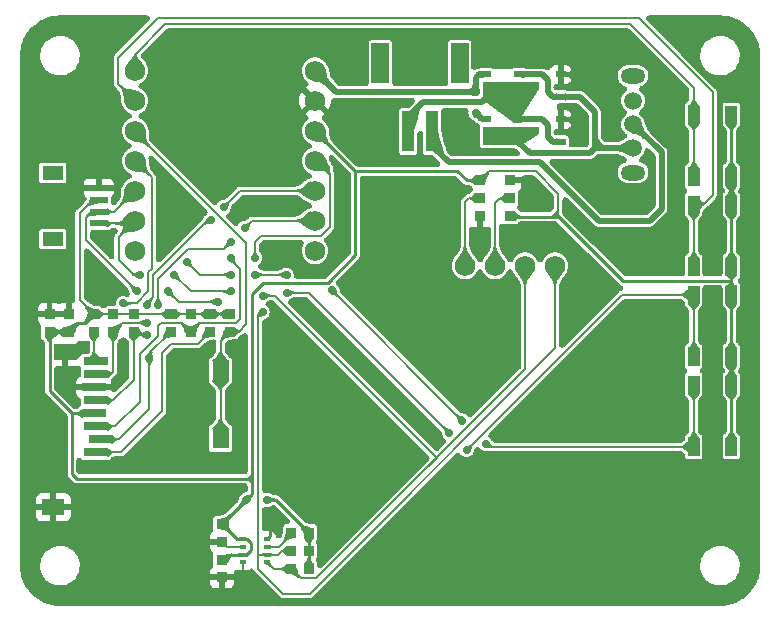
<source format=gbr>
%TF.GenerationSoftware,KiCad,Pcbnew,7.0.11*%
%TF.CreationDate,2024-02-24T16:34:23-05:00*%
%TF.ProjectId,destinationWeatherStation_r4-5,64657374-696e-4617-9469-6f6e57656174,03*%
%TF.SameCoordinates,Original*%
%TF.FileFunction,Copper,L1,Top*%
%TF.FilePolarity,Positive*%
%FSLAX46Y46*%
G04 Gerber Fmt 4.6, Leading zero omitted, Abs format (unit mm)*
G04 Created by KiCad (PCBNEW 7.0.11) date 2024-02-24 16:34:23*
%MOMM*%
%LPD*%
G01*
G04 APERTURE LIST*
%TA.AperFunction,SMDPad,CuDef*%
%ADD10R,1.000000X1.550000*%
%TD*%
%TA.AperFunction,ComponentPad*%
%ADD11O,2.100000X1.300000*%
%TD*%
%TA.AperFunction,ComponentPad*%
%ADD12C,1.500000*%
%TD*%
%TA.AperFunction,SMDPad,CuDef*%
%ADD13R,0.826000X0.609000*%
%TD*%
%TA.AperFunction,SMDPad,CuDef*%
%ADD14R,0.929000X0.820000*%
%TD*%
%TA.AperFunction,SMDPad,CuDef*%
%ADD15R,0.970000X0.871000*%
%TD*%
%TA.AperFunction,SMDPad,CuDef*%
%ADD16R,1.500000X3.400000*%
%TD*%
%TA.AperFunction,SMDPad,CuDef*%
%ADD17R,1.000000X3.500000*%
%TD*%
%TA.AperFunction,SMDPad,CuDef*%
%ADD18R,0.706000X0.567000*%
%TD*%
%TA.AperFunction,SMDPad,CuDef*%
%ADD19R,2.000000X0.800000*%
%TD*%
%TA.AperFunction,SMDPad,CuDef*%
%ADD20R,1.400000X1.800000*%
%TD*%
%TA.AperFunction,SMDPad,CuDef*%
%ADD21R,1.900000X1.400000*%
%TD*%
%TA.AperFunction,SMDPad,CuDef*%
%ADD22R,0.820000X0.929000*%
%TD*%
%TA.AperFunction,ComponentPad*%
%ADD23C,1.750000*%
%TD*%
%TA.AperFunction,SMDPad,CuDef*%
%ADD24R,1.800000X1.200000*%
%TD*%
%TA.AperFunction,SMDPad,CuDef*%
%ADD25R,1.550000X0.600000*%
%TD*%
%TA.AperFunction,SMDPad,CuDef*%
%ADD26R,0.500000X0.350000*%
%TD*%
%TA.AperFunction,ViaPad*%
%ADD27C,0.700000*%
%TD*%
%TA.AperFunction,ViaPad*%
%ADD28C,1.000000*%
%TD*%
%TA.AperFunction,ViaPad*%
%ADD29C,0.800000*%
%TD*%
%TA.AperFunction,Conductor*%
%ADD30C,0.250000*%
%TD*%
%TA.AperFunction,Conductor*%
%ADD31C,0.200000*%
%TD*%
%TA.AperFunction,Conductor*%
%ADD32C,0.500000*%
%TD*%
%TA.AperFunction,Conductor*%
%ADD33C,0.300000*%
%TD*%
G04 APERTURE END LIST*
D10*
%TO.P,SW5,1*%
%TO.N,+3V3*%
X173685000Y-102785000D03*
%TO.P,SW5,2*%
X173685000Y-108035000D03*
%TO.P,SW5,3*%
%TO.N,/SW5*%
X170485000Y-102785000D03*
%TO.P,SW5,4*%
X170485000Y-108035000D03*
%TD*%
%TO.P,SW3,1*%
%TO.N,+3V3*%
X173685000Y-87545000D03*
%TO.P,SW3,2*%
X173685000Y-92795000D03*
%TO.P,SW3,3*%
%TO.N,/SW3*%
X170485000Y-87545000D03*
%TO.P,SW3,4*%
X170485000Y-92795000D03*
%TD*%
%TO.P,SW2,1*%
%TO.N,+3V3*%
X173685000Y-79925000D03*
%TO.P,SW2,2*%
X173685000Y-85175000D03*
%TO.P,SW2,3*%
%TO.N,/SW2*%
X170485000Y-79925000D03*
%TO.P,SW2,4*%
X170485000Y-85175000D03*
%TD*%
D11*
%TO.P,SW1,*%
%TO.N,*%
X165354000Y-84830000D03*
X165354000Y-76630000D03*
D12*
%TO.P,SW1,1,A*%
%TO.N,Net-(SW1-A)*%
X165354000Y-82730000D03*
%TO.P,SW1,2,B*%
%TO.N,Net-(J1-Pin_1)*%
X165354000Y-80730000D03*
%TO.P,SW1,3,C*%
%TO.N,unconnected-(SW1-C-Pad3)*%
X165354000Y-78730000D03*
%TD*%
D13*
%TO.P,Q2,1*%
%TO.N,Net-(SW1-A)*%
X159228000Y-78420000D03*
%TO.P,Q2,2*%
%TO.N,GND*%
X159228000Y-76520000D03*
%TO.P,Q2,3*%
%TO.N,Net-(J1-Pin_2)*%
X157002000Y-77470000D03*
%TD*%
D14*
%TO.P,R12,1,A*%
%TO.N,GND*%
X154939000Y-85485000D03*
%TO.P,R12,2,C*%
%TO.N,/OLED2*%
X154939000Y-86995000D03*
%TO.P,R12,3,B*%
%TO.N,+3V3*%
X154939000Y-88505000D03*
%TD*%
D15*
%TO.P,C2,1*%
%TO.N,+3V3*%
X130556000Y-117602000D03*
%TO.P,C2,2*%
%TO.N,GND*%
X130556000Y-119102000D03*
%TD*%
D16*
%TO.P,J1,*%
%TO.N,*%
X150670000Y-75586000D03*
X143970000Y-75586000D03*
D17*
%TO.P,J1,1,Pin_1*%
%TO.N,Net-(J1-Pin_1)*%
X148320000Y-81336000D03*
%TO.P,J1,2,Pin_2*%
%TO.N,Net-(J1-Pin_2)*%
X146320000Y-81336000D03*
%TD*%
D18*
%TO.P,Q4,1*%
%TO.N,Net-(J1-Pin_2)*%
X155608000Y-78420000D03*
%TO.P,Q4,2*%
X155608000Y-77470000D03*
%TO.P,Q4,3*%
%TO.N,Net-(SW1-A)*%
X155608000Y-76520000D03*
%TO.P,Q4,4*%
%TO.N,VCC*%
X153002000Y-76520000D03*
%TO.P,Q4,5*%
%TO.N,Net-(J1-Pin_2)*%
X153002000Y-77470000D03*
%TO.P,Q4,6*%
X153002000Y-78420000D03*
%TD*%
D19*
%TO.P,J2,1,DAT2*%
%TO.N,/DAT2*%
X119879000Y-108505000D03*
%TO.P,J2,2,DAT3/CD*%
%TO.N,/CS_SD*%
X120279000Y-107405000D03*
%TO.P,J2,3,CMD*%
%TO.N,/MOSI*%
X119879000Y-106305000D03*
%TO.P,J2,4,VDD*%
%TO.N,+3V3*%
X119679000Y-105205000D03*
%TO.P,J2,5,CLK*%
%TO.N,/SCK*%
X119879000Y-104105000D03*
%TO.P,J2,6,VSS*%
%TO.N,GND*%
X119679000Y-103005000D03*
%TO.P,J2,7,DAT0*%
%TO.N,/MISO*%
X119879000Y-101905000D03*
%TO.P,J2,8,DAT1*%
%TO.N,/DAT1*%
X119879000Y-100805000D03*
D20*
%TO.P,J2,9,DET*%
%TO.N,/CD*%
X130429000Y-101615000D03*
X130429000Y-107315000D03*
D21*
%TO.P,J2,10,SHIELD*%
%TO.N,GND*%
X117279000Y-100015000D03*
X116279000Y-113165000D03*
%TD*%
D10*
%TO.P,SW4,1*%
%TO.N,+3V3*%
X173685000Y-95165000D03*
%TO.P,SW4,2*%
X173685000Y-100415000D03*
%TO.P,SW4,3*%
%TO.N,/SW4*%
X170485000Y-95165000D03*
%TO.P,SW4,4*%
X170485000Y-100415000D03*
%TD*%
D22*
%TO.P,R10,1*%
%TO.N,+3V3*%
X137910000Y-118364000D03*
%TO.P,R10,2*%
%TO.N,/SCL*%
X136400000Y-118364000D03*
%TD*%
D14*
%TO.P,R5,1*%
%TO.N,+3V3*%
X127889000Y-96781000D03*
%TO.P,R5,2*%
%TO.N,/MOSI*%
X127889000Y-98291000D03*
%TD*%
D15*
%TO.P,C4,1*%
%TO.N,+3V3*%
X117602000Y-98286000D03*
%TO.P,C4,2*%
%TO.N,GND*%
X117602000Y-96786000D03*
%TD*%
D14*
%TO.P,R3,1*%
%TO.N,+3V3*%
X121343000Y-96781000D03*
%TO.P,R3,2*%
%TO.N,/MISO*%
X121343000Y-98291000D03*
%TD*%
D23*
%TO.P,U1,1,D0*%
%TO.N,/SW2*%
X123190000Y-76200000D03*
%TO.P,U1,2,D1*%
%TO.N,/SW3*%
X123190000Y-78740000D03*
%TO.P,U1,3,D2*%
%TO.N,/CD*%
X123190000Y-81280000D03*
%TO.P,U1,4,D3*%
%TO.N,/CS_SD*%
X123190000Y-83820000D03*
%TO.P,U1,5,D4*%
%TO.N,/SDA*%
X123190000Y-86360000D03*
%TO.P,U1,6,D5*%
%TO.N,/SCL*%
X123190000Y-88900000D03*
%TO.P,U1,7,D6*%
%TO.N,/SW4*%
X123190000Y-91440000D03*
%TO.P,U1,8,D7*%
%TO.N,/SW5*%
X138430000Y-91440000D03*
%TO.P,U1,9,D8*%
%TO.N,/SCK*%
X138430000Y-88900000D03*
%TO.P,U1,10,D9*%
%TO.N,/MISO*%
X138430000Y-86360000D03*
%TO.P,U1,11,D10*%
%TO.N,/MOSI*%
X138430000Y-83820000D03*
%TO.P,U1,12,3V3*%
%TO.N,+3V3*%
X138430000Y-81280000D03*
%TO.P,U1,13,GND*%
%TO.N,GND*%
X138430000Y-78740000D03*
%TO.P,U1,14,VIN*%
%TO.N,VCC*%
X138430000Y-76200000D03*
%TD*%
D24*
%TO.P,J3,*%
%TO.N,*%
X116235000Y-84830000D03*
X116235000Y-90430000D03*
D25*
%TO.P,J3,1,Pin_1*%
%TO.N,GND*%
X120110000Y-86130000D03*
%TO.P,J3,2,Pin_2*%
%TO.N,+3V3*%
X120110000Y-87130000D03*
%TO.P,J3,3,Pin_3*%
%TO.N,/SDA*%
X120110000Y-88130000D03*
%TO.P,J3,4,Pin_4*%
%TO.N,/SCL*%
X120110000Y-89130000D03*
%TD*%
D14*
%TO.P,R1,1*%
%TO.N,+3V3*%
X131191000Y-96781000D03*
%TO.P,R1,2*%
%TO.N,/CD*%
X131191000Y-98291000D03*
%TD*%
D26*
%TO.P,U2,1,GND*%
%TO.N,GND*%
X134375000Y-115865000D03*
%TO.P,U2,2,CSB*%
%TO.N,/BME_CS*%
X134375000Y-116515000D03*
%TO.P,U2,3,SDI*%
%TO.N,/SDA*%
X134375000Y-117165000D03*
%TO.P,U2,4,SCK*%
%TO.N,/SCL*%
X134375000Y-117815000D03*
%TO.P,U2,5,SDO*%
%TO.N,GND*%
X132325000Y-117815000D03*
%TO.P,U2,6,VDDIO*%
%TO.N,+3V3*%
X132325000Y-117165000D03*
%TO.P,U2,7,GND*%
%TO.N,GND*%
X132325000Y-116515000D03*
%TO.P,U2,8,VDD*%
%TO.N,+3V3*%
X132325000Y-115865000D03*
%TD*%
D13*
%TO.P,Q1,1*%
%TO.N,Net-(J1-Pin_2)*%
X159228000Y-82230000D03*
%TO.P,Q1,2*%
%TO.N,GND*%
X159228000Y-80330000D03*
%TO.P,Q1,3*%
%TO.N,Net-(SW1-A)*%
X157002000Y-81280000D03*
%TD*%
D14*
%TO.P,R2,1*%
%TO.N,+3V3*%
X119692000Y-96781000D03*
%TO.P,R2,2*%
%TO.N,/DAT1*%
X119692000Y-98291000D03*
%TD*%
D23*
%TO.P,U3,1,GND*%
%TO.N,/OLED1*%
X151130000Y-92710000D03*
%TO.P,U3,2,VCC*%
%TO.N,/OLED2*%
X153670000Y-92710000D03*
%TO.P,U3,3,SCL*%
%TO.N,/SCL*%
X156210000Y-92710000D03*
%TO.P,U3,4,SDA*%
%TO.N,/SDA*%
X158750000Y-92710000D03*
%TD*%
D22*
%TO.P,R9,1*%
%TO.N,+3V3*%
X137920000Y-116840000D03*
%TO.P,R9,2*%
%TO.N,/SDA*%
X136410000Y-116840000D03*
%TD*%
D14*
%TO.P,R6,1*%
%TO.N,+3V3*%
X126238000Y-96781000D03*
%TO.P,R6,2*%
%TO.N,/CS_SD*%
X126238000Y-98291000D03*
%TD*%
%TO.P,R7,1*%
%TO.N,+3V3*%
X129540000Y-96781000D03*
%TO.P,R7,2*%
%TO.N,/DAT2*%
X129540000Y-98291000D03*
%TD*%
%TO.P,R11,1,A*%
%TO.N,+3V3*%
X152400000Y-85485000D03*
%TO.P,R11,2,C*%
%TO.N,/OLED1*%
X152400000Y-86995000D03*
%TO.P,R11,3,B*%
%TO.N,GND*%
X152400000Y-88505000D03*
%TD*%
D22*
%TO.P,R8,1*%
%TO.N,+3V3*%
X137920000Y-115316000D03*
%TO.P,R8,2*%
%TO.N,/BME_CS*%
X136410000Y-115316000D03*
%TD*%
D15*
%TO.P,C1,1*%
%TO.N,+3V3*%
X130556000Y-114566000D03*
%TO.P,C1,2*%
%TO.N,GND*%
X130556000Y-116066000D03*
%TD*%
D14*
%TO.P,R4,1*%
%TO.N,+3V3*%
X123063000Y-96781000D03*
%TO.P,R4,2*%
%TO.N,/SCK*%
X123063000Y-98291000D03*
%TD*%
D15*
%TO.P,C3,1*%
%TO.N,+3V3*%
X115951000Y-98286000D03*
%TO.P,C3,2*%
%TO.N,GND*%
X115951000Y-96786000D03*
%TD*%
D18*
%TO.P,Q3,1*%
%TO.N,Net-(SW1-A)*%
X155608000Y-82230000D03*
%TO.P,Q3,2*%
X155608000Y-81280000D03*
%TO.P,Q3,3*%
%TO.N,Net-(J1-Pin_2)*%
X155608000Y-80330000D03*
%TO.P,Q3,4*%
%TO.N,VCC*%
X153002000Y-80330000D03*
%TO.P,Q3,5*%
%TO.N,Net-(SW1-A)*%
X153002000Y-81280000D03*
%TO.P,Q3,6*%
X153002000Y-82230000D03*
%TD*%
D27*
%TO.N,+3V3*%
X132594000Y-112528000D03*
X134366000Y-112522000D03*
%TO.N,GND*%
X140335000Y-90170000D03*
X117475000Y-92710000D03*
X165100000Y-74930000D03*
X132715000Y-78105000D03*
X168910000Y-92710000D03*
X172085000Y-92710000D03*
X166370000Y-101600000D03*
X146050000Y-99060000D03*
X152400000Y-91440000D03*
X117602000Y-95504000D03*
X172085000Y-102870000D03*
X140970000Y-93980000D03*
X137160000Y-107950000D03*
X125730000Y-88265000D03*
X147955000Y-76835000D03*
X160655000Y-88900000D03*
X127635000Y-78105000D03*
X130175000Y-80645000D03*
X158750000Y-104140000D03*
X128905000Y-100330000D03*
X146050000Y-104140000D03*
X160147000Y-76581000D03*
X168910000Y-77470000D03*
X134620000Y-105410000D03*
X166370000Y-96520000D03*
X140335000Y-73025000D03*
X128905000Y-109855000D03*
X168910000Y-112395000D03*
X135255000Y-80645000D03*
X157480000Y-74930000D03*
X168910000Y-82550000D03*
X137160000Y-92837000D03*
X139065000Y-100965000D03*
X151130000Y-109855000D03*
X117914000Y-103034000D03*
X116332000Y-114681000D03*
X159258000Y-79375000D03*
X134620000Y-100330000D03*
X153670000Y-101600000D03*
X166370000Y-120015000D03*
X115951000Y-95504000D03*
X172085000Y-100330000D03*
X148590000Y-112395000D03*
X172085000Y-107950000D03*
X166370000Y-92710000D03*
X161290000Y-120015000D03*
X123825000Y-109855000D03*
X136525000Y-76835000D03*
X140335000Y-80010000D03*
X168910000Y-104140000D03*
X115570000Y-83185000D03*
X148590000Y-117475000D03*
X175260000Y-96520000D03*
X153670000Y-96520000D03*
X171450000Y-109855000D03*
X168910000Y-80010000D03*
X172085000Y-88011000D03*
X114300000Y-113030000D03*
X119380000Y-76200000D03*
X134620000Y-74930000D03*
X161290000Y-109855000D03*
X173990000Y-112395000D03*
D28*
X132334000Y-118999000D03*
D27*
X118110000Y-80645000D03*
X168910000Y-85090000D03*
X146050000Y-93980000D03*
X142240000Y-81915000D03*
X118110000Y-113030000D03*
X160147000Y-81407000D03*
X135255000Y-85598000D03*
X142240000Y-107950000D03*
X160147000Y-79248000D03*
X137160000Y-102870000D03*
X168910000Y-87630000D03*
X118745000Y-109855000D03*
X115570000Y-87630000D03*
X158115000Y-86995000D03*
X147955000Y-73025000D03*
X161290000Y-74930000D03*
X160020000Y-91440000D03*
X172085000Y-97790000D03*
X126365000Y-117475000D03*
X118745000Y-114935000D03*
X152019000Y-83058000D03*
X127635000Y-83185000D03*
X162560000Y-93980000D03*
X142240000Y-113030000D03*
X166370000Y-87630000D03*
X128905000Y-104775000D03*
X175260000Y-82550000D03*
X160147000Y-75438000D03*
X151130000Y-120015000D03*
X172085000Y-105410000D03*
X146050000Y-74930000D03*
D29*
X168910000Y-73025000D03*
D27*
X175260000Y-92710000D03*
X153670000Y-112395000D03*
X163830000Y-112395000D03*
X175260000Y-77470000D03*
X130175000Y-85725000D03*
X160147000Y-77470000D03*
X143510000Y-101600000D03*
X172085000Y-95250000D03*
X159385000Y-73025000D03*
X120015000Y-95250000D03*
X152400000Y-93980000D03*
X163195000Y-76835000D03*
X163195000Y-80645000D03*
X125095000Y-80645000D03*
X148590000Y-96520000D03*
X168910000Y-99060000D03*
X151765000Y-73025000D03*
X171450000Y-120015000D03*
X142240000Y-74930000D03*
X175260000Y-87630000D03*
X135255000Y-87630000D03*
X144145000Y-80010000D03*
X151638000Y-81153000D03*
X144145000Y-83820000D03*
X148590000Y-91440000D03*
X151130000Y-99060000D03*
X163830000Y-104140000D03*
X138430000Y-96520000D03*
X132715000Y-83185000D03*
X135255000Y-91694000D03*
X168910000Y-117475000D03*
X134620000Y-110490000D03*
X146685000Y-108585000D03*
X144145000Y-73025000D03*
X121285000Y-112395000D03*
X132715000Y-73025000D03*
X146050000Y-114935000D03*
X146050000Y-120015000D03*
X123825000Y-114935000D03*
X168910000Y-90170000D03*
X166370000Y-109855000D03*
X156210000Y-114935000D03*
X160147000Y-80391000D03*
X136525000Y-98425000D03*
X146050000Y-88900000D03*
X140335000Y-76835000D03*
X152400000Y-89662000D03*
X122174000Y-99568000D03*
X118745000Y-120015000D03*
X156210000Y-109855000D03*
X143510000Y-86360000D03*
X120015000Y-92710000D03*
X157480000Y-91440000D03*
X128905000Y-114935000D03*
X136525000Y-73025000D03*
X115570000Y-78740000D03*
X143510000Y-117475000D03*
X159258000Y-75438000D03*
X130175000Y-75565000D03*
X132461000Y-88011000D03*
X137160000Y-113030000D03*
X119380000Y-72390000D03*
X128905000Y-117475000D03*
X154940000Y-93980000D03*
X161290000Y-85090000D03*
X148590000Y-86360000D03*
X163830000Y-90170000D03*
X156210000Y-106680000D03*
X144780000Y-110490000D03*
X160020000Y-96520000D03*
X158750000Y-117475000D03*
X160020000Y-93980000D03*
X139700000Y-115570000D03*
X156210000Y-120015000D03*
X143510000Y-96520000D03*
X175260000Y-101600000D03*
X116205000Y-111125000D03*
X141605000Y-103505000D03*
X161290000Y-101600000D03*
X140970000Y-99060000D03*
X117221000Y-101473000D03*
X161290000Y-114935000D03*
X163830000Y-117475000D03*
D28*
X134620000Y-114681000D03*
D27*
X153670000Y-117475000D03*
X171450000Y-114935000D03*
X161290000Y-106680000D03*
X123825000Y-120015000D03*
X125730000Y-85725000D03*
X128905000Y-73025000D03*
X143510000Y-91440000D03*
X147955000Y-83820000D03*
D29*
X118872000Y-99695000D03*
D27*
X120650000Y-83185000D03*
X166370000Y-106680000D03*
X155575000Y-73025000D03*
X163830000Y-87630000D03*
D28*
X118008400Y-86131400D03*
D27*
X128905000Y-120015000D03*
X159258000Y-77470000D03*
X125730000Y-90805000D03*
X148590000Y-106680000D03*
X139700000Y-105410000D03*
X158750000Y-112395000D03*
X163830000Y-99060000D03*
X175260000Y-106680000D03*
X140335000Y-87630000D03*
X121285000Y-117475000D03*
X116205000Y-107315000D03*
X151130000Y-114935000D03*
X128270000Y-88265000D03*
X149860000Y-81915000D03*
X125095000Y-75565000D03*
X159258000Y-81280000D03*
X163195000Y-73025000D03*
X121412000Y-102870000D03*
X126365000Y-112395000D03*
X140970000Y-120015000D03*
X144145000Y-106045000D03*
X151130000Y-104140000D03*
X140335000Y-85090000D03*
X120015000Y-90170000D03*
X139700000Y-110490000D03*
X148590000Y-101600000D03*
X166370000Y-114935000D03*
X153670000Y-74930000D03*
X154940000Y-91440000D03*
X166370000Y-90170000D03*
%TO.N,VCC*%
X152019000Y-77978000D03*
X152019000Y-79756000D03*
%TO.N,/SDA*%
X123317000Y-94869000D03*
X130175000Y-95758000D03*
X125984000Y-94869000D03*
X133985000Y-96647000D03*
%TO.N,/SCL*%
X133985000Y-95250000D03*
X126492000Y-93472000D03*
X123571000Y-93472000D03*
X131318000Y-94869000D03*
%TO.N,/MISO*%
X124180600Y-97536000D03*
X124180600Y-96012000D03*
X129603500Y-88836500D03*
X130683000Y-87757000D03*
%TO.N,/SCK*%
X132461000Y-89535000D03*
X125120400Y-96012000D03*
X131318000Y-90678000D03*
X124191500Y-98552000D03*
%TO.N,/MOSI*%
X133350000Y-92075000D03*
X131318000Y-92075000D03*
%TO.N,/CS_SD*%
X122174000Y-95885000D03*
X124396500Y-100520500D03*
%TO.N,/SW4*%
X149793190Y-106867190D03*
X151257000Y-108331000D03*
X136017000Y-93472000D03*
X131318000Y-93472000D03*
X133350000Y-93472000D03*
X127558800Y-92354400D03*
X136017000Y-94996000D03*
%TO.N,/SW5*%
X139890500Y-94805500D03*
X152908000Y-107823000D03*
X150904617Y-105819617D03*
%TD*%
D30*
%TO.N,+3V3*%
X132594000Y-112528000D02*
X133096000Y-112026000D01*
X117856000Y-105206800D02*
X117856000Y-110337600D01*
D31*
X115951000Y-98286000D02*
X117602000Y-98286000D01*
D30*
X130556000Y-114566000D02*
X131855000Y-115865000D01*
X173685000Y-87545000D02*
X173685000Y-92795000D01*
D31*
X119610736Y-87130000D02*
X118491000Y-88249736D01*
D30*
X130556000Y-114566000D02*
X132594000Y-112528000D01*
X115951000Y-103301800D02*
X117856000Y-105206800D01*
D31*
X126238000Y-96781000D02*
X129540000Y-96781000D01*
D30*
X159016700Y-88531700D02*
X159004000Y-88544400D01*
D31*
X129540000Y-96781000D02*
X131191000Y-96781000D01*
D30*
X130993000Y-117165000D02*
X132325000Y-117165000D01*
D31*
X115951000Y-103251000D02*
X115951000Y-103301800D01*
D30*
X151271000Y-85485000D02*
X150486000Y-84700000D01*
X132969000Y-116814600D02*
X132618600Y-117165000D01*
D31*
X152400000Y-85485000D02*
X152411400Y-85485000D01*
D30*
X152400000Y-85485000D02*
X151271000Y-85485000D01*
X118352000Y-97536000D02*
X117602000Y-98286000D01*
D31*
X119677200Y-105206800D02*
X119679000Y-105205000D01*
D30*
X119692000Y-96781000D02*
X118937000Y-97536000D01*
X164465000Y-93980000D02*
X173685000Y-93980000D01*
X154979400Y-88544400D02*
X154940000Y-88505000D01*
X173685000Y-100415000D02*
X173685000Y-102785000D01*
X173685000Y-95165000D02*
X173685000Y-100415000D01*
X173685000Y-79925000D02*
X173685000Y-85175000D01*
X159004000Y-88544400D02*
X154979400Y-88544400D01*
X115951000Y-98286000D02*
X115951000Y-103251000D01*
X137910000Y-118364000D02*
X137910000Y-117602000D01*
X132618600Y-117165000D02*
X132325000Y-117165000D01*
D31*
X119692000Y-96781000D02*
X126238000Y-96781000D01*
X157099000Y-84709000D02*
X159016700Y-86626700D01*
D30*
X118262400Y-110744000D02*
X133096000Y-110744000D01*
X117856000Y-105206800D02*
X119677200Y-105206800D01*
X131855000Y-115865000D02*
X132325000Y-115865000D01*
X133096000Y-112026000D02*
X133096000Y-110744000D01*
X132325000Y-115865000D02*
X132629000Y-115865000D01*
D31*
X118491000Y-88249736D02*
X118491000Y-95580000D01*
D30*
X118937000Y-97536000D02*
X118352000Y-97536000D01*
X134366000Y-112522000D02*
X135126000Y-112522000D01*
X173685000Y-85175000D02*
X173685000Y-87545000D01*
X132969000Y-116205000D02*
X132969000Y-116814600D01*
D31*
X137910000Y-115326000D02*
X137920000Y-115316000D01*
D30*
X133096000Y-95123000D02*
X134047000Y-94172000D01*
X134047000Y-94172000D02*
X139508000Y-94172000D01*
X141850000Y-84700000D02*
X138430000Y-81280000D01*
X137910000Y-117602000D02*
X137910000Y-115326000D01*
D31*
X118491000Y-95580000D02*
X119692000Y-96781000D01*
D30*
X132629000Y-115865000D02*
X132969000Y-116205000D01*
X135126000Y-112522000D02*
X137920000Y-115316000D01*
X150486000Y-84700000D02*
X141850000Y-84700000D01*
D31*
X120110000Y-87130000D02*
X119610736Y-87130000D01*
X152411400Y-85485000D02*
X153187400Y-84709000D01*
D30*
X133096000Y-110744000D02*
X133096000Y-95123000D01*
D31*
X153187400Y-84709000D02*
X157099000Y-84709000D01*
D30*
X173685000Y-93980000D02*
X173685000Y-95165000D01*
X173685000Y-92795000D02*
X173685000Y-93980000D01*
X141850000Y-91830000D02*
X141850000Y-84700000D01*
X117856000Y-110337600D02*
X118262400Y-110744000D01*
X159016700Y-88531700D02*
X164465000Y-93980000D01*
X139508000Y-94172000D02*
X141850000Y-91830000D01*
D31*
X159016700Y-86626700D02*
X159016700Y-88531700D01*
D30*
X130556000Y-117602000D02*
X130993000Y-117165000D01*
X173685000Y-102785000D02*
X173685000Y-108035000D01*
D31*
X120110000Y-87130000D02*
X120620000Y-87130000D01*
%TO.N,GND*%
X131005000Y-116515000D02*
X132325000Y-116515000D01*
X134400000Y-115840000D02*
X134375000Y-115865000D01*
X115951000Y-96786000D02*
X115951000Y-95504000D01*
X132334000Y-118999000D02*
X132231000Y-119102000D01*
X120110000Y-86130000D02*
X118009800Y-86130000D01*
X154979400Y-85485000D02*
X154940000Y-85485000D01*
X132325000Y-118990000D02*
X132325000Y-117815000D01*
X116279000Y-114628000D02*
X116332000Y-114681000D01*
X130556000Y-116078000D02*
X130556000Y-116066000D01*
X152400000Y-88505000D02*
X152400000Y-89662000D01*
X116279000Y-113165000D02*
X116279000Y-114628000D01*
X132231000Y-119102000D02*
X130556000Y-119102000D01*
D30*
X117599000Y-99695000D02*
X117279000Y-100015000D01*
X134620000Y-114681000D02*
X134620000Y-115620000D01*
X118872000Y-99695000D02*
X117599000Y-99695000D01*
D31*
X130556000Y-116066000D02*
X131005000Y-116515000D01*
X132334000Y-118999000D02*
X132325000Y-118990000D01*
X118009800Y-86130000D02*
X118008400Y-86131400D01*
X117602000Y-96786000D02*
X117602000Y-95504000D01*
X117279000Y-101415000D02*
X117221000Y-101473000D01*
X117943000Y-103005000D02*
X117914000Y-103034000D01*
D30*
X134620000Y-115620000D02*
X134375000Y-115865000D01*
D32*
%TO.N,VCC*%
X152019000Y-76835000D02*
X152019000Y-77978000D01*
X140208000Y-77978000D02*
X138430000Y-76200000D01*
X153002000Y-76520000D02*
X152334000Y-76520000D01*
X152019000Y-79756000D02*
X152593000Y-80330000D01*
X152019000Y-77978000D02*
X140208000Y-77978000D01*
X152334000Y-76520000D02*
X152019000Y-76835000D01*
X152593000Y-80330000D02*
X153002000Y-80330000D01*
D31*
%TO.N,/OLED1*%
X151450000Y-86995000D02*
X152400000Y-86995000D01*
X151130000Y-92710000D02*
X151130000Y-87315000D01*
X151130000Y-87315000D02*
X151450000Y-86995000D01*
%TO.N,/OLED2*%
X154051000Y-86995000D02*
X154940000Y-86995000D01*
X153670000Y-92710000D02*
X153670000Y-87376000D01*
X153670000Y-87376000D02*
X154051000Y-86995000D01*
%TO.N,/BME_CS*%
X134375000Y-116515000D02*
X135345000Y-116515000D01*
X135345000Y-116515000D02*
X136410000Y-115450000D01*
X136410000Y-115450000D02*
X136410000Y-115316000D01*
%TO.N,/DAT2*%
X122000000Y-108505000D02*
X125476000Y-105029000D01*
X125476000Y-100076000D02*
X126238000Y-99314000D01*
X119879000Y-108505000D02*
X122000000Y-108505000D01*
X128517000Y-99314000D02*
X129540000Y-98291000D01*
X126238000Y-99314000D02*
X128517000Y-99314000D01*
X125476000Y-105029000D02*
X125476000Y-100076000D01*
%TO.N,/DAT1*%
X119692000Y-100618000D02*
X119879000Y-100805000D01*
X119692000Y-98328000D02*
X119692000Y-100618000D01*
D32*
%TO.N,Net-(J1-Pin_1)*%
X157480000Y-83947000D02*
X162433000Y-88900000D01*
X166751000Y-88900000D02*
X167767000Y-87884000D01*
D33*
X148320000Y-81336000D02*
X148320000Y-82534000D01*
D32*
X149733000Y-83947000D02*
X157480000Y-83947000D01*
X167767000Y-83121500D02*
X165375500Y-80730000D01*
X165375500Y-80730000D02*
X165354000Y-80730000D01*
X148320000Y-82534000D02*
X149733000Y-83947000D01*
X162433000Y-88900000D02*
X166751000Y-88900000D01*
X167767000Y-87884000D02*
X167767000Y-83121500D01*
%TO.N,Net-(J1-Pin_2)*%
X158557000Y-82230000D02*
X158115000Y-81788000D01*
X146320000Y-80086000D02*
X147539000Y-78867000D01*
X158115000Y-80775500D02*
X157669500Y-80330000D01*
X146320000Y-81336000D02*
X146320000Y-80086000D01*
X152555000Y-78867000D02*
X153002000Y-78420000D01*
X158115000Y-81788000D02*
X158115000Y-80775500D01*
X147539000Y-78867000D02*
X152555000Y-78867000D01*
X159228000Y-82230000D02*
X158557000Y-82230000D01*
X157669500Y-80330000D02*
X155608000Y-80330000D01*
D31*
%TO.N,/SDA*%
X135740000Y-120500000D02*
X137968633Y-120500000D01*
X133600000Y-118360000D02*
X135740000Y-120500000D01*
X158750000Y-99718633D02*
X158750000Y-92710000D01*
X133985000Y-96647000D02*
X133600000Y-97032000D01*
X133600000Y-97032000D02*
X133600000Y-118360000D01*
X136410000Y-116840000D02*
X135636000Y-116840000D01*
X120110000Y-88130000D02*
X119515000Y-88130000D01*
X137968633Y-120500000D02*
X158750000Y-99718633D01*
X135636000Y-116840000D02*
X135311000Y-117165000D01*
X120110000Y-88130000D02*
X121420000Y-88130000D01*
X130175000Y-95758000D02*
X126873000Y-95758000D01*
X119515000Y-88130000D02*
X118999000Y-88646000D01*
X135311000Y-117165000D02*
X134375000Y-117165000D01*
X118999000Y-90551000D02*
X123317000Y-94869000D01*
X121420000Y-88130000D02*
X123190000Y-86360000D01*
X134375000Y-117165000D02*
X133604000Y-117165000D01*
X118999000Y-88646000D02*
X118999000Y-90551000D01*
X126873000Y-95758000D02*
X125984000Y-94869000D01*
%TO.N,/SCL*%
X156210000Y-101490000D02*
X156210000Y-92710000D01*
X148725500Y-108974500D02*
X147074500Y-110625500D01*
X134375000Y-117815000D02*
X134924000Y-118364000D01*
X136400000Y-118364000D02*
X137200000Y-119164000D01*
X127899503Y-94879503D02*
X126492000Y-93472000D01*
X121793000Y-90297000D02*
X123190000Y-88900000D01*
X121500000Y-89130000D02*
X122960000Y-89130000D01*
X137200000Y-119164000D02*
X137750000Y-119164000D01*
X138536000Y-119164000D02*
X141994500Y-115705500D01*
X120110000Y-89130000D02*
X121500000Y-89130000D01*
X135001000Y-95250000D02*
X148725500Y-108974500D01*
X131303103Y-94879503D02*
X127899503Y-94879503D01*
X137750000Y-119164000D02*
X138536000Y-119164000D01*
X122960000Y-89130000D02*
X123190000Y-88900000D01*
X137750000Y-119164000D02*
X137236500Y-119164000D01*
X141994500Y-115705500D02*
X156210000Y-101490000D01*
X123063000Y-93472000D02*
X121793000Y-92202000D01*
X121793000Y-92202000D02*
X121793000Y-90297000D01*
X133985000Y-95250000D02*
X135001000Y-95250000D01*
X123571000Y-93472000D02*
X123063000Y-93472000D01*
X134924000Y-118364000D02*
X136400000Y-118364000D01*
X131318000Y-94894400D02*
X131303103Y-94879503D01*
D32*
%TO.N,Net-(SW1-A)*%
X162102800Y-82753200D02*
X161671000Y-83185000D01*
X165354000Y-82730000D02*
X165330800Y-82753200D01*
X155636000Y-82230000D02*
X156591000Y-83185000D01*
X160843000Y-78420000D02*
X159228000Y-78420000D01*
X155608000Y-82230000D02*
X155636000Y-82230000D01*
X157669500Y-76520000D02*
X155608000Y-76520000D01*
X162102800Y-82753200D02*
X162102800Y-79679800D01*
X165330800Y-82753200D02*
X162102800Y-82753200D01*
X158115000Y-77978000D02*
X158115000Y-76965500D01*
X156591000Y-83185000D02*
X161671000Y-83185000D01*
X158557000Y-78420000D02*
X158115000Y-77978000D01*
X158115000Y-76965500D02*
X157669500Y-76520000D01*
X159228000Y-78420000D02*
X158557000Y-78420000D01*
X162102800Y-79679800D02*
X160843000Y-78420000D01*
D31*
%TO.N,/CD*%
X123190000Y-81407000D02*
X132588000Y-90805000D01*
X131191000Y-98291000D02*
X131960000Y-98291000D01*
X130315000Y-107733000D02*
X130311000Y-107737000D01*
X130429000Y-107315000D02*
X130429000Y-101615000D01*
X130429000Y-99053000D02*
X131191000Y-98291000D01*
X130483200Y-101560800D02*
X130429000Y-101615000D01*
X130444000Y-101600000D02*
X130429000Y-101615000D01*
X131960000Y-98291000D02*
X132588000Y-97663000D01*
X130429000Y-101615000D02*
X130429000Y-99053000D01*
X132588000Y-90805000D02*
X132588000Y-97663000D01*
X130487000Y-101557000D02*
X130429000Y-101615000D01*
X123190000Y-81280000D02*
X123190000Y-81407000D01*
%TO.N,/MISO*%
X130683000Y-87757000D02*
X132080000Y-86360000D01*
X121343000Y-98291000D02*
X122098000Y-97536000D01*
X122098000Y-97536000D02*
X124180600Y-97536000D01*
X124714000Y-93472000D02*
X129349500Y-88836500D01*
X132080000Y-86360000D02*
X138430000Y-86360000D01*
X121343000Y-98328000D02*
X121343000Y-101669000D01*
X124180600Y-96012000D02*
X124180600Y-95910400D01*
X121107000Y-101905000D02*
X119879000Y-101905000D01*
X124714000Y-95377000D02*
X124714000Y-93472000D01*
X129349500Y-88836500D02*
X129603500Y-88836500D01*
X124180600Y-95910400D02*
X124714000Y-95377000D01*
X121343000Y-101669000D02*
X121107000Y-101905000D01*
%TO.N,/SCK*%
X123063000Y-102362000D02*
X121320000Y-104105000D01*
X123324000Y-98552000D02*
X123063000Y-98291000D01*
X121320000Y-104105000D02*
X119879000Y-104105000D01*
X123063000Y-98291000D02*
X123063000Y-102362000D01*
X124191500Y-98552000D02*
X123324000Y-98552000D01*
X130683000Y-91313000D02*
X127635000Y-91313000D01*
X125120400Y-93827600D02*
X125120400Y-96012000D01*
X133096000Y-88900000D02*
X138430000Y-88900000D01*
X132461000Y-89535000D02*
X133096000Y-88900000D01*
X131318000Y-90678000D02*
X130683000Y-91313000D01*
X127635000Y-91313000D02*
X125120400Y-93827600D01*
%TO.N,/MOSI*%
X128644000Y-97536000D02*
X127889000Y-98291000D01*
X121533000Y-106305000D02*
X123571000Y-104267000D01*
X123571000Y-100203000D02*
X125095000Y-98679000D01*
X127134000Y-97536000D02*
X127889000Y-98291000D01*
X139660000Y-85050000D02*
X138430000Y-83820000D01*
X132080000Y-97190764D02*
X131734764Y-97536000D01*
X131734764Y-97536000D02*
X128644000Y-97536000D01*
X131318000Y-92202000D02*
X132080000Y-92964000D01*
X138938000Y-90170000D02*
X139660000Y-89448000D01*
X125095000Y-97790000D02*
X125349000Y-97536000D01*
X119879000Y-106305000D02*
X121533000Y-106305000D01*
X125349000Y-97536000D02*
X127134000Y-97536000D01*
X133350000Y-90678000D02*
X133858000Y-90170000D01*
X139660000Y-89448000D02*
X139660000Y-85050000D01*
X123571000Y-104267000D02*
X123571000Y-100203000D01*
X125095000Y-98679000D02*
X125095000Y-97790000D01*
X133858000Y-90170000D02*
X138938000Y-90170000D01*
X133350000Y-92075000D02*
X133350000Y-90678000D01*
X132080000Y-92964000D02*
X132080000Y-97190764D01*
%TO.N,/CS_SD*%
X124396500Y-100132500D02*
X126238000Y-98291000D01*
X123317000Y-95885000D02*
X124314000Y-94888000D01*
X124396500Y-104838500D02*
X121830000Y-107405000D01*
X124396500Y-100520500D02*
X124396500Y-104838500D01*
X124587000Y-85217000D02*
X123190000Y-83820000D01*
X121830000Y-107405000D02*
X120279000Y-107405000D01*
X124314000Y-94888000D02*
X124314000Y-93251405D01*
X124396500Y-100520500D02*
X124396500Y-100132500D01*
X124314000Y-93251405D02*
X124587000Y-92978405D01*
X124587000Y-92978405D02*
X124587000Y-85217000D01*
X122174000Y-95885000D02*
X123317000Y-95885000D01*
%TO.N,/SW2*%
X170485000Y-79925000D02*
X170485000Y-77622600D01*
X170485000Y-79925000D02*
X170485000Y-85175000D01*
X125755400Y-72263000D02*
X123190000Y-74828400D01*
X165125400Y-72263000D02*
X125755400Y-72263000D01*
X170485000Y-77622600D02*
X165125400Y-72263000D01*
X123190000Y-74828400D02*
X123190000Y-76200000D01*
%TO.N,/SW3*%
X125095000Y-71755000D02*
X165836600Y-71755000D01*
X123190000Y-78740000D02*
X121767600Y-77317600D01*
X171281000Y-87545000D02*
X170485000Y-87545000D01*
X172085000Y-78003400D02*
X172085000Y-86741000D01*
X172085000Y-86741000D02*
X171281000Y-87545000D01*
X121767600Y-77317600D02*
X121767600Y-75082400D01*
X121767600Y-75082400D02*
X125095000Y-71755000D01*
X170485000Y-87545000D02*
X170485000Y-92795000D01*
X165836600Y-71755000D02*
X172085000Y-78003400D01*
%TO.N,/SW4*%
X136017000Y-94996000D02*
X137922000Y-94996000D01*
X128676400Y-93472000D02*
X127558800Y-92354400D01*
X131318000Y-93472000D02*
X128676400Y-93472000D01*
X151257000Y-108331000D02*
X164423000Y-95165000D01*
X164423000Y-95165000D02*
X170485000Y-95165000D01*
X170485000Y-95165000D02*
X170485000Y-100415000D01*
X136017000Y-93472000D02*
X133350000Y-93472000D01*
X137922000Y-94996000D02*
X149793190Y-106867190D01*
%TO.N,/SW5*%
X139890500Y-94805500D02*
X150904617Y-105819617D01*
X152908000Y-107823000D02*
X153120000Y-108035000D01*
X153120000Y-108035000D02*
X170485000Y-108035000D01*
X170485000Y-102785000D02*
X170485000Y-108035000D01*
%TD*%
%TA.AperFunction,Conductor*%
%TO.N,+3V3*%
G36*
X117125714Y-97858309D02*
G01*
X117125787Y-97858374D01*
X117228690Y-97950584D01*
X117593276Y-98277287D01*
X117597150Y-98285360D01*
X117594181Y-98293808D01*
X117593276Y-98294713D01*
X117125841Y-98713577D01*
X117117393Y-98716546D01*
X117109320Y-98712672D01*
X117109207Y-98712545D01*
X117029893Y-98621408D01*
X116942806Y-98537829D01*
X116942791Y-98537815D01*
X116855707Y-98470726D01*
X116855702Y-98470723D01*
X116768599Y-98420114D01*
X116688933Y-98388911D01*
X116682479Y-98382703D01*
X116681500Y-98378017D01*
X116681500Y-98193982D01*
X116684927Y-98185709D01*
X116688930Y-98183089D01*
X116768600Y-98151884D01*
X116855700Y-98101277D01*
X116855704Y-98101273D01*
X116855707Y-98101272D01*
X116942791Y-98034183D01*
X116942806Y-98034169D01*
X117029893Y-97950590D01*
X117029894Y-97950588D01*
X117029899Y-97950584D01*
X117109207Y-97859453D01*
X117117223Y-97855463D01*
X117125714Y-97858309D01*
G37*
%TD.AperFunction*%
%TD*%
%TA.AperFunction,Conductor*%
%TO.N,/SDA*%
G36*
X133672344Y-96517460D02*
G01*
X133980494Y-96644147D01*
X133986843Y-96650462D01*
X133986859Y-96650502D01*
X134113871Y-96958085D01*
X134113861Y-96967040D01*
X134107523Y-96973365D01*
X134106127Y-96973841D01*
X133992529Y-97004728D01*
X133990770Y-97005064D01*
X133877328Y-97017852D01*
X133877293Y-97017857D01*
X133784689Y-97035160D01*
X133784686Y-97035161D01*
X133722643Y-97083007D01*
X133701998Y-97178305D01*
X133696897Y-97185665D01*
X133690563Y-97187528D01*
X133511979Y-97187528D01*
X133503706Y-97184101D01*
X133500279Y-97175828D01*
X133500282Y-97175552D01*
X133502465Y-97083007D01*
X133504057Y-97015516D01*
X133504133Y-97014441D01*
X133518573Y-96893453D01*
X133518917Y-96891714D01*
X133547244Y-96789615D01*
X133547648Y-96788419D01*
X133593848Y-96672997D01*
X133593897Y-96672878D01*
X133657125Y-96523715D01*
X133663509Y-96517436D01*
X133672344Y-96517460D01*
G37*
%TD.AperFunction*%
%TD*%
%TA.AperFunction,Conductor*%
%TO.N,/SDA*%
G36*
X122393570Y-86030093D02*
G01*
X123186214Y-86357437D01*
X123192553Y-86363762D01*
X123192562Y-86363785D01*
X123519905Y-87156427D01*
X123519896Y-87165382D01*
X123513557Y-87171707D01*
X123512442Y-87172103D01*
X123142729Y-87282618D01*
X123140582Y-87283046D01*
X122841682Y-87313972D01*
X122841548Y-87313985D01*
X122582996Y-87337731D01*
X122324114Y-87430386D01*
X122324110Y-87430388D01*
X122031442Y-87661692D01*
X122022826Y-87664134D01*
X122015914Y-87660786D01*
X121889213Y-87534085D01*
X121885786Y-87525812D01*
X121888305Y-87518559D01*
X122119611Y-87225887D01*
X122212267Y-86967000D01*
X122236019Y-86708375D01*
X122266952Y-86409405D01*
X122267376Y-86407278D01*
X122377897Y-86037555D01*
X122383549Y-86030612D01*
X122392457Y-86029698D01*
X122393570Y-86030093D01*
G37*
%TD.AperFunction*%
%TD*%
%TA.AperFunction,Conductor*%
%TO.N,/SCL*%
G36*
X134617484Y-117817415D02*
G01*
X134625712Y-117820948D01*
X134628036Y-117824388D01*
X134648890Y-117871617D01*
X134672784Y-117921227D01*
X134696668Y-117966319D01*
X134720560Y-118006924D01*
X134720566Y-118006933D01*
X134739179Y-118035062D01*
X134740887Y-118043852D01*
X134737695Y-118049791D01*
X134610423Y-118177063D01*
X134602150Y-118180490D01*
X134594859Y-118177940D01*
X134542939Y-118136570D01*
X134542908Y-118136547D01*
X134482839Y-118093181D01*
X134482831Y-118093176D01*
X134422728Y-118054286D01*
X134422719Y-118054280D01*
X134362626Y-118019895D01*
X134362624Y-118019894D01*
X134312244Y-117994839D01*
X134306362Y-117988087D01*
X134306622Y-117979939D01*
X134371280Y-117821667D01*
X134377580Y-117815307D01*
X134382258Y-117814395D01*
X134617484Y-117817415D01*
G37*
%TD.AperFunction*%
%TD*%
%TA.AperFunction,Conductor*%
%TO.N,+3V3*%
G36*
X173691725Y-92807694D02*
G01*
X173695537Y-92811724D01*
X174122210Y-93559922D01*
X174123331Y-93568806D01*
X174117929Y-93575832D01*
X174021369Y-93631996D01*
X173914774Y-93716498D01*
X173808185Y-93823495D01*
X173701589Y-93953002D01*
X173616279Y-94074655D01*
X173608724Y-94079461D01*
X173599982Y-94077516D01*
X173595176Y-94069961D01*
X173595000Y-94067937D01*
X173595000Y-93855000D01*
X173512998Y-93768039D01*
X173431006Y-93696067D01*
X173431001Y-93696063D01*
X173431002Y-93696063D01*
X173430999Y-93696061D01*
X173349000Y-93639061D01*
X173348999Y-93639060D01*
X173348997Y-93639059D01*
X173348994Y-93639057D01*
X173295295Y-93611540D01*
X173267000Y-93597040D01*
X173266998Y-93597039D01*
X173266996Y-93597038D01*
X173199384Y-93574743D01*
X173192600Y-93568898D01*
X173191937Y-93559968D01*
X173193219Y-93557285D01*
X173675549Y-92811166D01*
X173682917Y-92806081D01*
X173691725Y-92807694D01*
G37*
%TD.AperFunction*%
%TD*%
%TA.AperFunction,Conductor*%
%TO.N,/SW5*%
G36*
X150488573Y-105260919D02*
G01*
X150594037Y-105350572D01*
X150688826Y-105398640D01*
X150755535Y-105415701D01*
X150782584Y-105422619D01*
X150782592Y-105422620D01*
X150782593Y-105422621D01*
X150892584Y-105446860D01*
X150893820Y-105447205D01*
X151026751Y-105492258D01*
X151033486Y-105498159D01*
X151034076Y-105507095D01*
X151033816Y-105507788D01*
X150907180Y-105815808D01*
X150900865Y-105822157D01*
X150900808Y-105822180D01*
X150592788Y-105948816D01*
X150583833Y-105948793D01*
X150577518Y-105942444D01*
X150577258Y-105941751D01*
X150532205Y-105808820D01*
X150531860Y-105807582D01*
X150507619Y-105697584D01*
X150500701Y-105670535D01*
X150483640Y-105603826D01*
X150435572Y-105509037D01*
X150345919Y-105403573D01*
X150343172Y-105395052D01*
X150346560Y-105387725D01*
X150472725Y-105261560D01*
X150480997Y-105258134D01*
X150488573Y-105260919D01*
G37*
%TD.AperFunction*%
%TD*%
%TA.AperFunction,Conductor*%
%TO.N,+3V3*%
G36*
X129084267Y-96378722D02*
G01*
X129531031Y-96772220D01*
X129534975Y-96780260D01*
X129532078Y-96788733D01*
X129531031Y-96789780D01*
X129084267Y-97183277D01*
X129075794Y-97186174D01*
X129067765Y-97182242D01*
X128993505Y-97098166D01*
X128993498Y-97098159D01*
X128911501Y-97020741D01*
X128879009Y-96996173D01*
X128829500Y-96958739D01*
X128747500Y-96912159D01*
X128747498Y-96912158D01*
X128673044Y-96883866D01*
X128666528Y-96877724D01*
X128665500Y-96872929D01*
X128665500Y-96689070D01*
X128668927Y-96680797D01*
X128673042Y-96678133D01*
X128747500Y-96649840D01*
X128829500Y-96603260D01*
X128911499Y-96541259D01*
X128993499Y-96463839D01*
X129067765Y-96379756D01*
X129075810Y-96375824D01*
X129084267Y-96378722D01*
G37*
%TD.AperFunction*%
%TD*%
%TA.AperFunction,Conductor*%
%TO.N,+3V3*%
G36*
X125782267Y-96378722D02*
G01*
X126229031Y-96772220D01*
X126232975Y-96780260D01*
X126230078Y-96788733D01*
X126229031Y-96789780D01*
X125782267Y-97183277D01*
X125773794Y-97186174D01*
X125765765Y-97182242D01*
X125691505Y-97098166D01*
X125691498Y-97098159D01*
X125609501Y-97020741D01*
X125577009Y-96996173D01*
X125527500Y-96958739D01*
X125445500Y-96912159D01*
X125445498Y-96912158D01*
X125371044Y-96883866D01*
X125364528Y-96877724D01*
X125363500Y-96872929D01*
X125363500Y-96689070D01*
X125366927Y-96680797D01*
X125371042Y-96678133D01*
X125445500Y-96649840D01*
X125527500Y-96603260D01*
X125609499Y-96541259D01*
X125691499Y-96463839D01*
X125765765Y-96379756D01*
X125773810Y-96375824D01*
X125782267Y-96378722D01*
G37*
%TD.AperFunction*%
%TD*%
%TA.AperFunction,Conductor*%
%TO.N,VCC*%
G36*
X152266249Y-77281427D02*
G01*
X152269655Y-77289004D01*
X152279399Y-77452614D01*
X152279400Y-77452626D01*
X152304199Y-77575314D01*
X152333682Y-77680269D01*
X152333886Y-77681115D01*
X152358437Y-77802573D01*
X152358648Y-77804195D01*
X152368263Y-77965639D01*
X152365334Y-77974102D01*
X152357280Y-77978014D01*
X152356617Y-77978035D01*
X152019033Y-77978999D01*
X152018967Y-77978999D01*
X151681382Y-77978035D01*
X151673118Y-77974584D01*
X151669715Y-77966302D01*
X151669736Y-77965639D01*
X151679351Y-77804195D01*
X151679562Y-77802573D01*
X151704116Y-77681097D01*
X151704311Y-77680286D01*
X151733800Y-77575311D01*
X151758600Y-77452623D01*
X151768345Y-77289004D01*
X151772257Y-77280950D01*
X151780024Y-77278000D01*
X152257976Y-77278000D01*
X152266249Y-77281427D01*
G37*
%TD.AperFunction*%
%TD*%
%TA.AperFunction,Conductor*%
%TO.N,/SW2*%
G36*
X170491337Y-79935765D02*
G01*
X170494833Y-79939261D01*
X170979172Y-80690955D01*
X170980773Y-80699765D01*
X170976474Y-80706562D01*
X170905000Y-80761580D01*
X170824997Y-80842373D01*
X170744998Y-80942371D01*
X170664998Y-81061581D01*
X170588378Y-81194155D01*
X170581271Y-81199603D01*
X170578248Y-81200000D01*
X170391752Y-81200000D01*
X170383479Y-81196573D01*
X170381622Y-81194155D01*
X170305000Y-81061581D01*
X170225000Y-80942371D01*
X170145001Y-80842373D01*
X170064998Y-80761580D01*
X170047167Y-80747855D01*
X169993524Y-80706561D01*
X169989060Y-80698801D01*
X169990826Y-80690957D01*
X170475166Y-79939262D01*
X170482526Y-79934164D01*
X170491337Y-79935765D01*
G37*
%TD.AperFunction*%
%TD*%
%TA.AperFunction,Conductor*%
%TO.N,Net-(SW1-A)*%
G36*
X159646513Y-78117078D02*
G01*
X159701900Y-78132940D01*
X159762800Y-78147110D01*
X159823700Y-78158009D01*
X159884592Y-78165638D01*
X159884598Y-78165638D01*
X159884600Y-78165639D01*
X159934636Y-78169222D01*
X159942643Y-78173231D01*
X159945500Y-78180892D01*
X159945500Y-78659107D01*
X159942073Y-78667380D01*
X159934636Y-78670777D01*
X159884591Y-78674360D01*
X159823701Y-78681989D01*
X159762794Y-78692890D01*
X159731359Y-78700204D01*
X159701900Y-78707059D01*
X159701893Y-78707060D01*
X159701893Y-78707061D01*
X159646523Y-78722918D01*
X159637626Y-78721901D01*
X159636374Y-78721097D01*
X159239813Y-78429424D01*
X159235180Y-78421763D01*
X159237321Y-78413068D01*
X159239814Y-78410575D01*
X159636372Y-78118903D01*
X159645065Y-78116763D01*
X159646513Y-78117078D01*
G37*
%TD.AperFunction*%
%TD*%
%TA.AperFunction,Conductor*%
%TO.N,Net-(J1-Pin_2)*%
G36*
X157411632Y-77168868D02*
G01*
X157415000Y-77177000D01*
X157415000Y-77771135D01*
X157413186Y-77777334D01*
X155961000Y-80046497D01*
X155961000Y-80602000D01*
X155957632Y-80610132D01*
X155949500Y-80613500D01*
X155258762Y-80613500D01*
X155251964Y-80611275D01*
X155250404Y-80610132D01*
X152653702Y-78706946D01*
X152649134Y-78699423D01*
X152649000Y-78697671D01*
X152649000Y-77198000D01*
X152652368Y-77189868D01*
X152660500Y-77186500D01*
X155960987Y-77186500D01*
X155961000Y-77186500D01*
X156588821Y-77165506D01*
X156589205Y-77165500D01*
X157403500Y-77165500D01*
X157411632Y-77168868D01*
G37*
%TD.AperFunction*%
%TD*%
%TA.AperFunction,Conductor*%
%TO.N,/CD*%
G36*
X131185945Y-98288873D02*
G01*
X131193158Y-98294179D01*
X131193965Y-98295778D01*
X131355513Y-98688094D01*
X131355494Y-98697049D01*
X131349149Y-98703368D01*
X131347192Y-98703979D01*
X131201027Y-98735921D01*
X131201014Y-98735925D01*
X131041234Y-98789441D01*
X131041209Y-98789451D01*
X130881418Y-98861569D01*
X130881407Y-98861575D01*
X130721611Y-98952294D01*
X130721596Y-98952303D01*
X130569810Y-99056142D01*
X130561047Y-99057984D01*
X130554931Y-99054758D01*
X130426579Y-98926406D01*
X130423152Y-98918133D01*
X130424592Y-98912510D01*
X130481600Y-98808496D01*
X130542825Y-98678190D01*
X130604050Y-98529284D01*
X130665275Y-98361778D01*
X130723112Y-98185968D01*
X130728953Y-98179181D01*
X130737024Y-98178265D01*
X131185945Y-98288873D01*
G37*
%TD.AperFunction*%
%TD*%
%TA.AperFunction,Conductor*%
%TO.N,/SW5*%
G36*
X153162691Y-107584851D02*
G01*
X153163614Y-107585895D01*
X153239217Y-107682476D01*
X153240351Y-107684227D01*
X153291555Y-107781240D01*
X153338445Y-107861260D01*
X153338445Y-107861261D01*
X153395367Y-107905179D01*
X153408371Y-107915213D01*
X153519391Y-107933393D01*
X153527000Y-107938112D01*
X153529199Y-107944939D01*
X153529199Y-108123596D01*
X153525772Y-108131869D01*
X153517799Y-108135292D01*
X153374986Y-108138951D01*
X153374974Y-108138951D01*
X153374974Y-108138952D01*
X153265727Y-108148376D01*
X153249326Y-108150333D01*
X153171659Y-108159601D01*
X153171279Y-108159640D01*
X153062568Y-108169018D01*
X153061862Y-108169057D01*
X152919965Y-108172693D01*
X152911606Y-108169479D01*
X152907969Y-108161297D01*
X152907965Y-108161095D01*
X152907013Y-107827875D01*
X152910414Y-107819598D01*
X153146145Y-107584816D01*
X153154425Y-107581407D01*
X153162691Y-107584851D01*
G37*
%TD.AperFunction*%
%TD*%
%TA.AperFunction,Conductor*%
%TO.N,+3V3*%
G36*
X173811328Y-91523427D02*
G01*
X173813326Y-91526097D01*
X173884993Y-91657488D01*
X173885003Y-91657506D01*
X173959999Y-91776249D01*
X173960000Y-91776250D01*
X174035000Y-91876249D01*
X174110000Y-91957499D01*
X174177049Y-92013374D01*
X174181211Y-92021303D01*
X174179394Y-92028699D01*
X173694835Y-92780736D01*
X173687474Y-92785835D01*
X173678663Y-92784234D01*
X173675165Y-92780736D01*
X173190605Y-92028699D01*
X173189004Y-92019888D01*
X173192948Y-92013375D01*
X173260000Y-91957499D01*
X173335000Y-91876249D01*
X173410000Y-91776250D01*
X173485000Y-91657500D01*
X173556674Y-91526096D01*
X173563644Y-91520475D01*
X173566945Y-91520000D01*
X173803055Y-91520000D01*
X173811328Y-91523427D01*
G37*
%TD.AperFunction*%
%TD*%
%TA.AperFunction,Conductor*%
%TO.N,+3V3*%
G36*
X138036100Y-117492927D02*
G01*
X138038253Y-117495892D01*
X138091984Y-117601428D01*
X138092000Y-117601459D01*
X138149000Y-117698438D01*
X138206000Y-117780438D01*
X138263000Y-117847459D01*
X138263002Y-117847461D01*
X138311512Y-117891751D01*
X138315311Y-117899859D01*
X138312403Y-117908124D01*
X137918780Y-118355031D01*
X137910740Y-118358975D01*
X137902267Y-118356078D01*
X137901220Y-118355031D01*
X137507596Y-117908124D01*
X137504699Y-117899651D01*
X137508487Y-117891751D01*
X137557000Y-117847459D01*
X137614000Y-117780438D01*
X137671000Y-117698438D01*
X137728000Y-117601459D01*
X137748573Y-117561047D01*
X137781747Y-117495892D01*
X137788554Y-117490074D01*
X137792173Y-117489500D01*
X138027827Y-117489500D01*
X138036100Y-117492927D01*
G37*
%TD.AperFunction*%
%TD*%
%TA.AperFunction,Conductor*%
%TO.N,VCC*%
G36*
X152015102Y-77631665D02*
G01*
X152019014Y-77639719D01*
X152019035Y-77640382D01*
X152020000Y-77978000D01*
X152020000Y-77978066D01*
X152019035Y-78315617D01*
X152015584Y-78323881D01*
X152007302Y-78327284D01*
X152006639Y-78327263D01*
X151845195Y-78317648D01*
X151843573Y-78317437D01*
X151722115Y-78292886D01*
X151721269Y-78292682D01*
X151616314Y-78263200D01*
X151493626Y-78238400D01*
X151493614Y-78238399D01*
X151330004Y-78228655D01*
X151321950Y-78224743D01*
X151319000Y-78216976D01*
X151319000Y-77739023D01*
X151322427Y-77730750D01*
X151330002Y-77727344D01*
X151493623Y-77717600D01*
X151616311Y-77692800D01*
X151721286Y-77663312D01*
X151722097Y-77663117D01*
X151843577Y-77638561D01*
X151845191Y-77638351D01*
X152006639Y-77628736D01*
X152015102Y-77631665D01*
G37*
%TD.AperFunction*%
%TD*%
%TA.AperFunction,Conductor*%
%TO.N,/CS_SD*%
G36*
X123995382Y-83490103D02*
G01*
X124001707Y-83496442D01*
X124002103Y-83497557D01*
X124112618Y-83867268D01*
X124113046Y-83869415D01*
X124143972Y-84168315D01*
X124143985Y-84168449D01*
X124167731Y-84427000D01*
X124260387Y-84685887D01*
X124422009Y-84890388D01*
X124491692Y-84978557D01*
X124494134Y-84987173D01*
X124490786Y-84994085D01*
X124364085Y-85120786D01*
X124355812Y-85124213D01*
X124348557Y-85121692D01*
X124177783Y-84986725D01*
X124055887Y-84890387D01*
X124011675Y-84874563D01*
X123797001Y-84797731D01*
X123538449Y-84773985D01*
X123538315Y-84773972D01*
X123239415Y-84743046D01*
X123237268Y-84742618D01*
X122867557Y-84632103D01*
X122860612Y-84626450D01*
X122859698Y-84617542D01*
X122860090Y-84616435D01*
X123187438Y-83823783D01*
X123193759Y-83817448D01*
X123986428Y-83490094D01*
X123995382Y-83490103D01*
G37*
%TD.AperFunction*%
%TD*%
%TA.AperFunction,Conductor*%
%TO.N,+3V3*%
G36*
X117598316Y-98164583D02*
G01*
X117602086Y-98172706D01*
X117602096Y-98173101D01*
X117602999Y-98285906D01*
X117602999Y-98286094D01*
X117602096Y-98398898D01*
X117598603Y-98407143D01*
X117590302Y-98410504D01*
X117589907Y-98410494D01*
X117540393Y-98408423D01*
X117539246Y-98408318D01*
X117496213Y-98402242D01*
X117495603Y-98402139D01*
X117458116Y-98394804D01*
X117458091Y-98394800D01*
X117414176Y-98388599D01*
X117363211Y-98386468D01*
X117355088Y-98382698D01*
X117352000Y-98374778D01*
X117352000Y-98197221D01*
X117355427Y-98188948D01*
X117363210Y-98185531D01*
X117414179Y-98183400D01*
X117458089Y-98177200D01*
X117495611Y-98169858D01*
X117496205Y-98169758D01*
X117539246Y-98163680D01*
X117540392Y-98163576D01*
X117589908Y-98161505D01*
X117598316Y-98164583D01*
G37*
%TD.AperFunction*%
%TD*%
%TA.AperFunction,Conductor*%
%TO.N,+3V3*%
G36*
X151943986Y-85082474D02*
G01*
X152391031Y-85476220D01*
X152394975Y-85484260D01*
X152392078Y-85492733D01*
X152391031Y-85493780D01*
X151943986Y-85887525D01*
X151935513Y-85890422D01*
X151927741Y-85886772D01*
X151853498Y-85808039D01*
X151771506Y-85736067D01*
X151771501Y-85736063D01*
X151771502Y-85736063D01*
X151771499Y-85736061D01*
X151689500Y-85679061D01*
X151689499Y-85679060D01*
X151689497Y-85679059D01*
X151689494Y-85679057D01*
X151635795Y-85651540D01*
X151607500Y-85637040D01*
X151607498Y-85637039D01*
X151607496Y-85637038D01*
X151533536Y-85612649D01*
X151526752Y-85606804D01*
X151525500Y-85601538D01*
X151525500Y-85368460D01*
X151528927Y-85360187D01*
X151533532Y-85357351D01*
X151607500Y-85332959D01*
X151689500Y-85290938D01*
X151771499Y-85233938D01*
X151853499Y-85161959D01*
X151927742Y-85083226D01*
X151935910Y-85079559D01*
X151943986Y-85082474D01*
G37*
%TD.AperFunction*%
%TD*%
%TA.AperFunction,Conductor*%
%TO.N,/MOSI*%
G36*
X133447483Y-91378427D02*
G01*
X133450871Y-91385753D01*
X133457749Y-91470640D01*
X133462051Y-91523726D01*
X133495086Y-91624735D01*
X133495088Y-91624742D01*
X133544426Y-91707985D01*
X133605070Y-91802913D01*
X133605701Y-91804032D01*
X133667839Y-91929883D01*
X133668429Y-91938819D01*
X133662528Y-91945554D01*
X133661854Y-91945861D01*
X133354506Y-92074119D01*
X133345551Y-92074142D01*
X133345494Y-92074119D01*
X133038145Y-91945861D01*
X133031830Y-91939512D01*
X133031853Y-91930557D01*
X133032148Y-91929908D01*
X133094305Y-91804016D01*
X133094918Y-91802929D01*
X133155564Y-91707998D01*
X133204911Y-91624738D01*
X133237948Y-91523722D01*
X133249128Y-91385753D01*
X133253212Y-91377786D01*
X133260790Y-91375000D01*
X133439210Y-91375000D01*
X133447483Y-91378427D01*
G37*
%TD.AperFunction*%
%TD*%
%TA.AperFunction,Conductor*%
%TO.N,+3V3*%
G36*
X173811328Y-99143427D02*
G01*
X173813326Y-99146097D01*
X173884993Y-99277488D01*
X173885003Y-99277506D01*
X173959999Y-99396249D01*
X173960000Y-99396250D01*
X174035000Y-99496249D01*
X174110000Y-99577499D01*
X174177049Y-99633374D01*
X174181211Y-99641303D01*
X174179394Y-99648699D01*
X173694835Y-100400736D01*
X173687474Y-100405835D01*
X173678663Y-100404234D01*
X173675165Y-100400736D01*
X173190605Y-99648699D01*
X173189004Y-99639888D01*
X173192948Y-99633375D01*
X173260000Y-99577499D01*
X173335000Y-99496249D01*
X173410000Y-99396250D01*
X173485000Y-99277500D01*
X173556674Y-99146096D01*
X173563644Y-99140475D01*
X173566945Y-99140000D01*
X173803055Y-99140000D01*
X173811328Y-99143427D01*
G37*
%TD.AperFunction*%
%TD*%
%TA.AperFunction,Conductor*%
%TO.N,Net-(SW1-A)*%
G36*
X162122432Y-81683864D02*
G01*
X162123017Y-81684495D01*
X163026250Y-82734199D01*
X163029001Y-82742560D01*
X163025034Y-82750417D01*
X163017533Y-82753200D01*
X162114300Y-82753200D01*
X162106168Y-82749832D01*
X162102800Y-82741700D01*
X162102800Y-81691996D01*
X162106168Y-81683864D01*
X162114300Y-81680496D01*
X162122432Y-81683864D01*
G37*
%TD.AperFunction*%
%TD*%
%TA.AperFunction,Conductor*%
%TO.N,/SCL*%
G36*
X120886742Y-88833000D02*
G01*
X120890392Y-88835539D01*
X120945000Y-88891633D01*
X121005000Y-88942449D01*
X121005003Y-88942451D01*
X121064990Y-88982443D01*
X121064997Y-88982447D01*
X121065000Y-88982449D01*
X121125000Y-89011633D01*
X121176726Y-89027467D01*
X121183632Y-89033165D01*
X121185000Y-89038654D01*
X121185000Y-89221345D01*
X121181573Y-89229618D01*
X121176725Y-89232532D01*
X121125000Y-89248366D01*
X121124996Y-89248367D01*
X121124992Y-89248369D01*
X121065004Y-89277547D01*
X121064990Y-89277555D01*
X121005003Y-89317547D01*
X120944995Y-89368370D01*
X120944989Y-89368376D01*
X120890391Y-89424460D01*
X120882165Y-89427998D01*
X120877789Y-89427212D01*
X120137228Y-89140913D01*
X120130747Y-89134733D01*
X120130534Y-89125781D01*
X120136714Y-89119300D01*
X120137228Y-89119087D01*
X120877790Y-88832787D01*
X120886742Y-88833000D01*
G37*
%TD.AperFunction*%
%TD*%
%TA.AperFunction,Conductor*%
%TO.N,+3V3*%
G36*
X132281963Y-112398715D02*
G01*
X132590191Y-112525436D01*
X132596540Y-112531751D01*
X132596563Y-112531808D01*
X132723274Y-112840011D01*
X132723251Y-112848966D01*
X132716902Y-112855281D01*
X132716384Y-112855480D01*
X132586098Y-112901962D01*
X132585264Y-112902225D01*
X132479057Y-112931382D01*
X132389493Y-112961280D01*
X132298459Y-113013906D01*
X132195652Y-113104131D01*
X132187174Y-113107012D01*
X132179662Y-113103610D01*
X132018389Y-112942337D01*
X132014962Y-112934064D01*
X132017868Y-112926347D01*
X132080060Y-112855480D01*
X132108092Y-112823537D01*
X132160717Y-112732506D01*
X132190614Y-112642947D01*
X132219775Y-112536722D01*
X132220029Y-112535917D01*
X132266520Y-112405612D01*
X132272527Y-112398974D01*
X132281471Y-112398526D01*
X132281963Y-112398715D01*
G37*
%TD.AperFunction*%
%TD*%
%TA.AperFunction,Conductor*%
%TO.N,/MISO*%
G36*
X120880345Y-101508152D02*
G01*
X120884462Y-101511110D01*
X120934784Y-101567399D01*
X120934786Y-101567400D01*
X120990564Y-101619362D01*
X121046346Y-101660895D01*
X121102128Y-101691997D01*
X121102131Y-101691998D01*
X121155512Y-101711778D01*
X121159720Y-101714476D01*
X121287519Y-101842275D01*
X121290946Y-101850548D01*
X121287519Y-101858821D01*
X121284192Y-101861151D01*
X121215265Y-101893300D01*
X121131206Y-101949162D01*
X121131189Y-101949175D01*
X121047145Y-102021676D01*
X121047132Y-102021689D01*
X120963066Y-102110859D01*
X120883983Y-102210415D01*
X120876154Y-102214762D01*
X120871350Y-102214311D01*
X119909770Y-101915488D01*
X119902886Y-101909760D01*
X119902069Y-101900843D01*
X119907797Y-101893959D01*
X119908876Y-101893460D01*
X120871393Y-101508046D01*
X120880345Y-101508152D01*
G37*
%TD.AperFunction*%
%TD*%
%TA.AperFunction,Conductor*%
%TO.N,+3V3*%
G36*
X134510518Y-112203671D02*
G01*
X134511024Y-112203897D01*
X134636018Y-112263154D01*
X134636794Y-112263558D01*
X134732516Y-112318043D01*
X134816985Y-112360231D01*
X134918565Y-112387388D01*
X135055062Y-112396286D01*
X135063094Y-112400244D01*
X135066000Y-112407961D01*
X135066000Y-112636038D01*
X135062573Y-112644311D01*
X135055061Y-112647713D01*
X134918570Y-112656610D01*
X134918566Y-112656610D01*
X134918565Y-112656611D01*
X134867775Y-112670189D01*
X134816984Y-112683768D01*
X134732515Y-112725955D01*
X134732502Y-112725962D01*
X134636794Y-112780440D01*
X134636018Y-112780844D01*
X134511024Y-112840102D01*
X134502080Y-112840550D01*
X134495440Y-112834542D01*
X134495214Y-112834036D01*
X134450111Y-112725955D01*
X134366879Y-112526505D01*
X134366857Y-112517551D01*
X134366880Y-112517494D01*
X134421174Y-112387388D01*
X134495215Y-112209961D01*
X134501563Y-112203648D01*
X134510518Y-112203671D01*
G37*
%TD.AperFunction*%
%TD*%
%TA.AperFunction,Conductor*%
%TO.N,+3V3*%
G36*
X119594192Y-96541107D02*
G01*
X119631740Y-96575641D01*
X119631744Y-96575644D01*
X119667140Y-96602282D01*
X119667148Y-96602288D01*
X119667158Y-96602294D01*
X119667173Y-96602306D01*
X119698904Y-96623653D01*
X119699387Y-96623997D01*
X119716308Y-96636730D01*
X119734127Y-96650140D01*
X119735006Y-96650872D01*
X119771480Y-96684419D01*
X119775250Y-96692541D01*
X119772172Y-96700950D01*
X119771899Y-96701237D01*
X119692772Y-96781640D01*
X119692640Y-96781772D01*
X119612237Y-96860899D01*
X119603936Y-96864260D01*
X119595691Y-96860767D01*
X119595444Y-96860507D01*
X119561872Y-96824006D01*
X119561140Y-96823127D01*
X119535004Y-96788397D01*
X119534645Y-96787893D01*
X119513306Y-96756173D01*
X119513294Y-96756158D01*
X119513288Y-96756148D01*
X119513282Y-96756140D01*
X119486644Y-96720744D01*
X119486641Y-96720740D01*
X119452107Y-96683192D01*
X119449030Y-96674784D01*
X119452446Y-96667001D01*
X119578001Y-96541446D01*
X119586273Y-96538020D01*
X119594192Y-96541107D01*
G37*
%TD.AperFunction*%
%TD*%
%TA.AperFunction,Conductor*%
%TO.N,+3V3*%
G36*
X120109251Y-87132818D02*
G01*
X120112922Y-87138990D01*
X120176573Y-87417581D01*
X120175075Y-87426410D01*
X120167773Y-87431593D01*
X120166796Y-87431773D01*
X119982245Y-87457714D01*
X119785068Y-87497433D01*
X119785061Y-87497435D01*
X119587924Y-87549141D01*
X119587902Y-87549148D01*
X119390736Y-87612865D01*
X119390730Y-87612867D01*
X119360916Y-87624316D01*
X119349444Y-87628722D01*
X119345251Y-87629500D01*
X119315252Y-87629500D01*
X119286010Y-87635316D01*
X119256768Y-87641133D01*
X119198431Y-87680112D01*
X119189648Y-87681859D01*
X119183658Y-87678657D01*
X119060975Y-87555974D01*
X119057548Y-87547701D01*
X119060975Y-87539428D01*
X119061477Y-87538955D01*
X119108726Y-87497378D01*
X119165294Y-87435599D01*
X119221863Y-87361820D01*
X119278431Y-87276041D01*
X119331863Y-87183684D01*
X119338971Y-87178240D01*
X119341248Y-87177867D01*
X120100780Y-87129919D01*
X120109251Y-87132818D01*
G37*
%TD.AperFunction*%
%TD*%
%TA.AperFunction,Conductor*%
%TO.N,/CS_SD*%
G36*
X124554679Y-99849448D02*
G01*
X124554824Y-99849591D01*
X124681118Y-99975885D01*
X124684545Y-99984158D01*
X124682649Y-99990543D01*
X124620467Y-100086023D01*
X124620466Y-100086025D01*
X124625835Y-100176662D01*
X124625835Y-100176665D01*
X124670715Y-100269305D01*
X124670784Y-100269450D01*
X124721367Y-100377611D01*
X124722298Y-100380573D01*
X124744136Y-100506833D01*
X124742169Y-100515569D01*
X124734601Y-100520356D01*
X124732631Y-100520527D01*
X124400672Y-100521197D01*
X124392392Y-100517787D01*
X124157096Y-100281142D01*
X124153693Y-100272860D01*
X124156975Y-100264767D01*
X124250097Y-100168345D01*
X124318773Y-100091126D01*
X124376645Y-100023058D01*
X124445185Y-99945991D01*
X124445457Y-99945698D01*
X124538136Y-99849735D01*
X124546347Y-99846166D01*
X124554679Y-99849448D01*
G37*
%TD.AperFunction*%
%TD*%
%TA.AperFunction,Conductor*%
%TO.N,/SCK*%
G36*
X123071263Y-98298283D02*
G01*
X123071283Y-98298303D01*
X123463918Y-98691896D01*
X123467335Y-98700173D01*
X123463898Y-98708442D01*
X123463082Y-98709183D01*
X123411001Y-98752159D01*
X123410989Y-98752170D01*
X123349010Y-98818727D01*
X123286996Y-98900743D01*
X123224992Y-98998168D01*
X123166333Y-99104934D01*
X123159346Y-99110535D01*
X123156079Y-99111000D01*
X122969921Y-99111000D01*
X122961648Y-99107573D01*
X122959667Y-99104934D01*
X122900999Y-98998157D01*
X122900998Y-98998156D01*
X122839000Y-98900739D01*
X122776999Y-98818740D01*
X122776992Y-98818733D01*
X122776988Y-98818727D01*
X122715009Y-98752170D01*
X122715004Y-98752165D01*
X122714999Y-98752160D01*
X122662917Y-98709183D01*
X122658717Y-98701274D01*
X122661340Y-98692712D01*
X122662072Y-98691905D01*
X123054717Y-98298302D01*
X123062986Y-98294866D01*
X123071263Y-98298283D01*
G37*
%TD.AperFunction*%
%TD*%
%TA.AperFunction,Conductor*%
%TO.N,/SW4*%
G36*
X169993284Y-94673324D02*
G01*
X169994000Y-94673982D01*
X170477702Y-95156719D01*
X170481137Y-95164988D01*
X170477718Y-95173265D01*
X170477702Y-95173281D01*
X169994000Y-95656017D01*
X169985723Y-95659436D01*
X169977454Y-95656001D01*
X169976796Y-95655285D01*
X169885003Y-95546585D01*
X169785001Y-95447373D01*
X169685003Y-95367373D01*
X169584997Y-95306579D01*
X169492208Y-95267997D01*
X169485885Y-95261657D01*
X169485000Y-95257194D01*
X169485000Y-95072805D01*
X169488427Y-95064532D01*
X169492204Y-95062004D01*
X169585000Y-95023418D01*
X169685000Y-94962628D01*
X169784999Y-94882628D01*
X169884999Y-94783418D01*
X169976797Y-94674713D01*
X169984752Y-94670604D01*
X169993284Y-94673324D01*
G37*
%TD.AperFunction*%
%TD*%
%TA.AperFunction,Conductor*%
%TO.N,+3V3*%
G36*
X131217984Y-113741095D02*
G01*
X131381479Y-113904590D01*
X131384906Y-113912863D01*
X131383334Y-113918721D01*
X131318465Y-114030874D01*
X131249099Y-114169431D01*
X131179736Y-114326612D01*
X131110362Y-114502447D01*
X131044625Y-114686726D01*
X131038617Y-114693367D01*
X131030576Y-114694096D01*
X130560879Y-114568204D01*
X130553775Y-114562752D01*
X130553090Y-114561359D01*
X130391647Y-114169432D01*
X130380761Y-114143004D01*
X130380778Y-114134050D01*
X130387123Y-114127731D01*
X130388718Y-114127204D01*
X130542699Y-114088493D01*
X130701472Y-114030874D01*
X130709780Y-114027859D01*
X130709780Y-114027858D01*
X130709788Y-114027856D01*
X130876877Y-113948590D01*
X131043966Y-113850693D01*
X131203021Y-113739770D01*
X131211764Y-113737850D01*
X131217984Y-113741095D01*
G37*
%TD.AperFunction*%
%TD*%
%TA.AperFunction,Conductor*%
%TO.N,/CS_SD*%
G36*
X124400978Y-100521368D02*
G01*
X124708354Y-100649638D01*
X124714669Y-100655987D01*
X124714646Y-100664942D01*
X124714339Y-100665616D01*
X124652201Y-100791466D01*
X124651570Y-100792585D01*
X124590926Y-100887513D01*
X124541588Y-100970756D01*
X124541586Y-100970763D01*
X124508551Y-101071772D01*
X124497371Y-101209745D01*
X124493287Y-101217714D01*
X124485709Y-101220500D01*
X124307290Y-101220500D01*
X124299017Y-101217073D01*
X124295628Y-101209745D01*
X124284448Y-101071777D01*
X124284447Y-101071774D01*
X124284447Y-101071772D01*
X124268170Y-101022006D01*
X124251411Y-100970761D01*
X124251409Y-100970759D01*
X124251409Y-100970756D01*
X124202071Y-100887513D01*
X124202064Y-100887501D01*
X124141423Y-100792576D01*
X124140801Y-100791474D01*
X124078659Y-100665614D01*
X124078070Y-100656680D01*
X124083971Y-100649945D01*
X124084625Y-100649646D01*
X124391994Y-100521379D01*
X124400949Y-100521357D01*
X124400978Y-100521368D01*
G37*
%TD.AperFunction*%
%TD*%
%TA.AperFunction,Conductor*%
%TO.N,/SW5*%
G36*
X140211284Y-94676323D02*
G01*
X140217599Y-94682672D01*
X140217859Y-94683366D01*
X140262910Y-94816293D01*
X140263255Y-94817530D01*
X140287495Y-94927530D01*
X140311475Y-95021289D01*
X140359543Y-95116078D01*
X140412281Y-95178117D01*
X140449196Y-95221541D01*
X140451944Y-95230064D01*
X140448555Y-95237392D01*
X140322392Y-95363555D01*
X140314119Y-95366982D01*
X140306541Y-95364196D01*
X140201080Y-95274545D01*
X140201078Y-95274543D01*
X140106289Y-95226475D01*
X140012530Y-95202495D01*
X139902530Y-95178255D01*
X139901293Y-95177910D01*
X139768366Y-95132859D01*
X139761630Y-95126958D01*
X139761040Y-95118023D01*
X139761290Y-95117353D01*
X139887937Y-94809306D01*
X139894248Y-94802961D01*
X140202331Y-94676300D01*
X140211284Y-94676323D01*
G37*
%TD.AperFunction*%
%TD*%
%TA.AperFunction,Conductor*%
%TO.N,/SW4*%
G36*
X149377146Y-106308492D02*
G01*
X149482610Y-106398145D01*
X149577399Y-106446213D01*
X149644108Y-106463274D01*
X149671157Y-106470192D01*
X149671165Y-106470193D01*
X149671166Y-106470194D01*
X149781157Y-106494433D01*
X149782393Y-106494778D01*
X149915324Y-106539831D01*
X149922059Y-106545732D01*
X149922649Y-106554668D01*
X149922389Y-106555361D01*
X149795753Y-106863381D01*
X149789438Y-106869730D01*
X149789381Y-106869753D01*
X149481361Y-106996389D01*
X149472406Y-106996366D01*
X149466091Y-106990017D01*
X149465831Y-106989324D01*
X149420778Y-106856393D01*
X149420433Y-106855155D01*
X149396192Y-106745157D01*
X149389274Y-106718108D01*
X149372213Y-106651399D01*
X149324145Y-106556610D01*
X149234492Y-106451146D01*
X149231745Y-106442625D01*
X149235133Y-106435298D01*
X149361298Y-106309133D01*
X149369570Y-106305707D01*
X149377146Y-106308492D01*
G37*
%TD.AperFunction*%
%TD*%
%TA.AperFunction,Conductor*%
%TO.N,/MISO*%
G36*
X124551930Y-95413592D02*
G01*
X124678099Y-95539761D01*
X124681526Y-95548034D01*
X124679084Y-95555188D01*
X124593051Y-95666529D01*
X124593048Y-95666534D01*
X124560426Y-95770177D01*
X124555830Y-95873856D01*
X124555813Y-95874142D01*
X124553348Y-95909928D01*
X124553276Y-95910651D01*
X124539934Y-96012000D01*
X124539934Y-96012002D01*
X124540382Y-96015412D01*
X124540029Y-96020161D01*
X124507562Y-96133371D01*
X124501987Y-96140379D01*
X124493090Y-96141393D01*
X124491866Y-96140967D01*
X124184408Y-96014563D01*
X124178060Y-96008249D01*
X124051195Y-95699670D01*
X124051218Y-95690716D01*
X124057567Y-95684401D01*
X124057751Y-95684326D01*
X124180457Y-95636586D01*
X124277632Y-95599983D01*
X124357639Y-95561105D01*
X124357640Y-95561104D01*
X124357644Y-95561102D01*
X124387767Y-95539548D01*
X124439930Y-95502226D01*
X124535697Y-95413291D01*
X124544089Y-95410173D01*
X124551930Y-95413592D01*
G37*
%TD.AperFunction*%
%TD*%
%TA.AperFunction,Conductor*%
%TO.N,+3V3*%
G36*
X159113752Y-88285127D02*
G01*
X159117169Y-88292911D01*
X159119299Y-88343876D01*
X159125500Y-88387791D01*
X159125504Y-88387816D01*
X159132839Y-88425303D01*
X159132942Y-88425913D01*
X159139018Y-88468946D01*
X159139123Y-88470093D01*
X159141194Y-88519607D01*
X159138116Y-88528016D01*
X159129993Y-88531786D01*
X159129598Y-88531796D01*
X159016794Y-88532699D01*
X159016606Y-88532699D01*
X159004000Y-88532598D01*
X158891700Y-88531700D01*
X158894300Y-88469520D01*
X158900500Y-88425610D01*
X158907900Y-88387789D01*
X158914100Y-88343879D01*
X158916700Y-88281700D01*
X159004000Y-88281700D01*
X159105479Y-88281700D01*
X159113752Y-88285127D01*
G37*
%TD.AperFunction*%
%TD*%
%TA.AperFunction,Conductor*%
%TO.N,/MOSI*%
G36*
X120880326Y-105908161D02*
G01*
X120884457Y-105911139D01*
X120958999Y-105995000D01*
X121024187Y-106056113D01*
X121039004Y-106070005D01*
X121083446Y-106103335D01*
X121119000Y-106130000D01*
X121199000Y-106175000D01*
X121271409Y-106202153D01*
X121277951Y-106208265D01*
X121279000Y-106213107D01*
X121279000Y-106396892D01*
X121275573Y-106405165D01*
X121271408Y-106407847D01*
X121199002Y-106434999D01*
X121198991Y-106435004D01*
X121119001Y-106479999D01*
X121119000Y-106480000D01*
X121039004Y-106539994D01*
X120958993Y-106615006D01*
X120884458Y-106698859D01*
X120876400Y-106702766D01*
X120871371Y-106701951D01*
X120203322Y-106434999D01*
X119905188Y-106315864D01*
X119898779Y-106309613D01*
X119898666Y-106300658D01*
X119904918Y-106294248D01*
X119905173Y-106294141D01*
X120871372Y-105908048D01*
X120880326Y-105908161D01*
G37*
%TD.AperFunction*%
%TD*%
%TA.AperFunction,Conductor*%
%TO.N,+3V3*%
G36*
X119686945Y-96778873D02*
G01*
X119694158Y-96784179D01*
X119694965Y-96785778D01*
X119856746Y-97178658D01*
X119856727Y-97187613D01*
X119850382Y-97193932D01*
X119848927Y-97194422D01*
X119705552Y-97232461D01*
X119575088Y-97281351D01*
X119549286Y-97291020D01*
X119442616Y-97342665D01*
X119393011Y-97366683D01*
X119393010Y-97366683D01*
X119236753Y-97459435D01*
X119236739Y-97459444D01*
X119088521Y-97563644D01*
X119079782Y-97565599D01*
X119073519Y-97562346D01*
X118910071Y-97398898D01*
X118906644Y-97390625D01*
X118908232Y-97384740D01*
X118968458Y-97281354D01*
X119033218Y-97153083D01*
X119033218Y-97153081D01*
X119033227Y-97153064D01*
X119055813Y-97102362D01*
X119097979Y-97007713D01*
X119162739Y-96845242D01*
X119223926Y-96675581D01*
X119229955Y-96668963D01*
X119237728Y-96668192D01*
X119686945Y-96778873D01*
G37*
%TD.AperFunction*%
%TD*%
%TA.AperFunction,Conductor*%
%TO.N,Net-(J1-Pin_1)*%
G36*
X166044496Y-80447690D02*
G01*
X166050820Y-80454030D01*
X166051029Y-80454575D01*
X166155017Y-80747072D01*
X166155287Y-80747934D01*
X166217020Y-80976031D01*
X166280053Y-81168098D01*
X166391863Y-81363241D01*
X166391865Y-81363244D01*
X166592834Y-81592756D01*
X166595706Y-81601238D01*
X166592305Y-81608737D01*
X166254167Y-81946875D01*
X166245894Y-81950302D01*
X166238267Y-81947473D01*
X166134945Y-81858632D01*
X166005551Y-81747372D01*
X165805824Y-81641099D01*
X165635118Y-81592756D01*
X165608621Y-81585252D01*
X165442479Y-81545454D01*
X165375792Y-81529480D01*
X165374699Y-81529161D01*
X165078718Y-81426960D01*
X165072017Y-81421021D01*
X165071478Y-81412082D01*
X165071713Y-81411458D01*
X165351438Y-80733786D01*
X165357759Y-80727449D01*
X166035542Y-80447679D01*
X166044496Y-80447690D01*
G37*
%TD.AperFunction*%
%TD*%
%TA.AperFunction,Conductor*%
%TO.N,/DAT2*%
G36*
X120880326Y-108108161D02*
G01*
X120884457Y-108111139D01*
X120958999Y-108195000D01*
X121024187Y-108256113D01*
X121039004Y-108270005D01*
X121083446Y-108303335D01*
X121119000Y-108330000D01*
X121199000Y-108375000D01*
X121271409Y-108402153D01*
X121277951Y-108408265D01*
X121279000Y-108413107D01*
X121279000Y-108596892D01*
X121275573Y-108605165D01*
X121271408Y-108607847D01*
X121199002Y-108634999D01*
X121198991Y-108635004D01*
X121119001Y-108679999D01*
X121119000Y-108680000D01*
X121039004Y-108739994D01*
X120958993Y-108815006D01*
X120884458Y-108898859D01*
X120876400Y-108902766D01*
X120871371Y-108901951D01*
X120203322Y-108634999D01*
X119905188Y-108515864D01*
X119898779Y-108509613D01*
X119898666Y-108500658D01*
X119904918Y-108494248D01*
X119905173Y-108494141D01*
X120871372Y-108108048D01*
X120880326Y-108108161D01*
G37*
%TD.AperFunction*%
%TD*%
%TA.AperFunction,Conductor*%
%TO.N,/MOSI*%
G36*
X127267808Y-97525856D02*
G01*
X127419603Y-97629700D01*
X127579409Y-97720425D01*
X127739215Y-97792550D01*
X127739224Y-97792553D01*
X127739234Y-97792557D01*
X127899014Y-97846073D01*
X127899027Y-97846077D01*
X128045192Y-97878020D01*
X128052543Y-97883134D01*
X128054124Y-97891948D01*
X128053513Y-97893905D01*
X127891965Y-98286221D01*
X127885646Y-98292566D01*
X127883945Y-98293126D01*
X127435025Y-98403734D01*
X127426172Y-98402386D01*
X127421112Y-98396030D01*
X127363275Y-98220221D01*
X127302050Y-98052715D01*
X127240825Y-97903809D01*
X127240821Y-97903801D01*
X127240818Y-97903793D01*
X127240813Y-97903783D01*
X127179607Y-97773518D01*
X127179600Y-97773503D01*
X127122592Y-97669489D01*
X127121621Y-97660587D01*
X127124577Y-97655595D01*
X127252932Y-97527240D01*
X127261204Y-97523814D01*
X127267808Y-97525856D01*
G37*
%TD.AperFunction*%
%TD*%
%TA.AperFunction,Conductor*%
%TO.N,/BME_CS*%
G36*
X136011846Y-115173408D02*
G01*
X136102582Y-115205685D01*
X136405240Y-115313348D01*
X136411886Y-115319349D01*
X136412467Y-115320819D01*
X136555147Y-115768620D01*
X136554393Y-115777543D01*
X136547551Y-115783320D01*
X136546836Y-115783523D01*
X136419210Y-115815422D01*
X136419202Y-115815425D01*
X136279483Y-115868946D01*
X136275884Y-115870804D01*
X136139751Y-115941074D01*
X136139748Y-115941076D01*
X136000032Y-116031793D01*
X135868455Y-116134741D01*
X135859827Y-116137140D01*
X135852972Y-116133799D01*
X135724515Y-116005342D01*
X135721088Y-115997069D01*
X135722062Y-115992396D01*
X135775100Y-115870801D01*
X135831325Y-115723299D01*
X135887550Y-115557197D01*
X135943775Y-115372495D01*
X135996648Y-115181310D01*
X136002156Y-115174252D01*
X136011044Y-115173154D01*
X136011846Y-115173408D01*
G37*
%TD.AperFunction*%
%TD*%
%TA.AperFunction,Conductor*%
%TO.N,/MOSI*%
G36*
X139237001Y-83489434D02*
G01*
X139243119Y-83495302D01*
X139414562Y-83863682D01*
X139414572Y-83863702D01*
X139558991Y-84131544D01*
X139559324Y-84132211D01*
X139667367Y-84367284D01*
X139668109Y-84369425D01*
X139735988Y-84650631D01*
X139736295Y-84652697D01*
X139759280Y-85048138D01*
X139756339Y-85056596D01*
X139748279Y-85060497D01*
X139747600Y-85060517D01*
X139568935Y-85060517D01*
X139560662Y-85057090D01*
X139557648Y-85051897D01*
X139475384Y-84750397D01*
X139475382Y-84750395D01*
X139247555Y-84662683D01*
X138915615Y-84686814D01*
X138915514Y-84686821D01*
X138519931Y-84712144D01*
X138516910Y-84711945D01*
X138109141Y-84631166D01*
X138101692Y-84626197D01*
X138099938Y-84617415D01*
X138100604Y-84615216D01*
X138300700Y-84131544D01*
X138428144Y-83823485D01*
X138434472Y-83817153D01*
X139228048Y-83489425D01*
X139237001Y-83489434D01*
G37*
%TD.AperFunction*%
%TD*%
%TA.AperFunction,Conductor*%
%TO.N,VCC*%
G36*
X152614873Y-79993385D02*
G01*
X152686099Y-80005663D01*
X152695053Y-80007207D01*
X152776886Y-80019404D01*
X152781175Y-80020044D01*
X152867309Y-80030872D01*
X152953442Y-80039691D01*
X153027313Y-80045530D01*
X153035289Y-80049599D01*
X153038054Y-80058116D01*
X153037993Y-80058699D01*
X153003470Y-80324820D01*
X152999007Y-80332584D01*
X152997504Y-80333567D01*
X152654413Y-80522215D01*
X152645513Y-80523199D01*
X152643489Y-80522400D01*
X152570285Y-80485321D01*
X152491545Y-80447449D01*
X152462705Y-80434314D01*
X152412814Y-80411592D01*
X152369140Y-80392816D01*
X152334084Y-80377744D01*
X152271739Y-80352533D01*
X152265354Y-80346254D01*
X152265278Y-80337300D01*
X152267850Y-80333415D01*
X152604623Y-79996642D01*
X152612895Y-79993216D01*
X152614873Y-79993385D01*
G37*
%TD.AperFunction*%
%TD*%
%TA.AperFunction,Conductor*%
%TO.N,Net-(J1-Pin_1)*%
G36*
X148466668Y-82037427D02*
G01*
X148470095Y-82045604D01*
X148470846Y-82136934D01*
X148470846Y-82136942D01*
X148475777Y-82210531D01*
X148488383Y-82273099D01*
X148488385Y-82273108D01*
X148512244Y-82342911D01*
X148512255Y-82342939D01*
X148546617Y-82427604D01*
X148546553Y-82436559D01*
X148540293Y-82442797D01*
X148324517Y-82533109D01*
X148315563Y-82533142D01*
X148315483Y-82533109D01*
X148099706Y-82442797D01*
X148093397Y-82436441D01*
X148093382Y-82427605D01*
X148127748Y-82342926D01*
X148151616Y-82273095D01*
X148164222Y-82210533D01*
X148169153Y-82136936D01*
X148169904Y-82045602D01*
X148173399Y-82037359D01*
X148181604Y-82034000D01*
X148458395Y-82034000D01*
X148466668Y-82037427D01*
G37*
%TD.AperFunction*%
%TD*%
%TA.AperFunction,Conductor*%
%TO.N,Net-(SW1-A)*%
G36*
X165071465Y-82047923D02*
G01*
X165071762Y-82048579D01*
X165353133Y-82725509D01*
X165353144Y-82734464D01*
X165353133Y-82734491D01*
X165071696Y-83411578D01*
X165065356Y-83417902D01*
X165056401Y-83417891D01*
X165055892Y-83417665D01*
X164776188Y-83285450D01*
X164775437Y-83285061D01*
X164570568Y-83169433D01*
X164390086Y-83080447D01*
X164390084Y-83080446D01*
X164287352Y-83053406D01*
X164173164Y-83023352D01*
X164173158Y-83023351D01*
X163869567Y-83003901D01*
X163861530Y-82999952D01*
X163858615Y-82992225D01*
X163858615Y-82514024D01*
X163862042Y-82505751D01*
X163869404Y-82502359D01*
X164175519Y-82478514D01*
X164391409Y-82410500D01*
X164569683Y-82308217D01*
X164773241Y-82181039D01*
X164774276Y-82180465D01*
X165055813Y-82042562D01*
X165064748Y-82042001D01*
X165071465Y-82047923D01*
G37*
%TD.AperFunction*%
%TD*%
%TA.AperFunction,Conductor*%
%TO.N,/SCK*%
G36*
X123533741Y-98011572D02*
G01*
X123609503Y-98128485D01*
X123691503Y-98236761D01*
X123740914Y-98291000D01*
X123773499Y-98326769D01*
X123855499Y-98398516D01*
X123932193Y-98448538D01*
X123937249Y-98455927D01*
X123937500Y-98458337D01*
X123937500Y-98637969D01*
X123934073Y-98646242D01*
X123925800Y-98649669D01*
X123923698Y-98649479D01*
X123874221Y-98640444D01*
X123855499Y-98637025D01*
X123852825Y-98636940D01*
X123773497Y-98634436D01*
X123773492Y-98634437D01*
X123691505Y-98644235D01*
X123609503Y-98666423D01*
X123534267Y-98698146D01*
X123525312Y-98698202D01*
X123521988Y-98696145D01*
X123073820Y-98301410D01*
X123069876Y-98293370D01*
X123072773Y-98284897D01*
X123075377Y-98282693D01*
X123517750Y-98007994D01*
X123526586Y-98006542D01*
X123533741Y-98011572D01*
G37*
%TD.AperFunction*%
%TD*%
%TA.AperFunction,Conductor*%
%TO.N,+3V3*%
G36*
X159000471Y-87904262D02*
G01*
X159003998Y-87912327D01*
X159004000Y-87912552D01*
X159004000Y-88532900D01*
X159000632Y-88541032D01*
X158992500Y-88544400D01*
X158396012Y-88544400D01*
X158387880Y-88541032D01*
X158384512Y-88532900D01*
X158387722Y-88524929D01*
X158976762Y-87912327D01*
X158984210Y-87904580D01*
X158992275Y-87901054D01*
X159000471Y-87904262D01*
G37*
%TD.AperFunction*%
%TD*%
%TA.AperFunction,Conductor*%
%TO.N,+3V3*%
G36*
X115963054Y-98161504D02*
G01*
X116012472Y-98163570D01*
X116012605Y-98163576D01*
X116013752Y-98163681D01*
X116022074Y-98164856D01*
X116056787Y-98169757D01*
X116057396Y-98169860D01*
X116094889Y-98177196D01*
X116094892Y-98177196D01*
X116094910Y-98177200D01*
X116138820Y-98183400D01*
X116189789Y-98185531D01*
X116197912Y-98189301D01*
X116201000Y-98197221D01*
X116201000Y-98374778D01*
X116197573Y-98383051D01*
X116189789Y-98386468D01*
X116138822Y-98388599D01*
X116094907Y-98394800D01*
X116094882Y-98394804D01*
X116057395Y-98402139D01*
X116056785Y-98402242D01*
X116013752Y-98408318D01*
X116012605Y-98408423D01*
X115963092Y-98410494D01*
X115954683Y-98407416D01*
X115950913Y-98399293D01*
X115950903Y-98398898D01*
X115950821Y-98388599D01*
X115950000Y-98286000D01*
X115950903Y-98173100D01*
X115954396Y-98164856D01*
X115962697Y-98161495D01*
X115963054Y-98161504D01*
G37*
%TD.AperFunction*%
%TD*%
%TA.AperFunction,Conductor*%
%TO.N,/SCL*%
G36*
X157006437Y-93039880D02*
G01*
X157012762Y-93046219D01*
X157012753Y-93055174D01*
X157012244Y-93056242D01*
X156828966Y-93395812D01*
X156827751Y-93397633D01*
X156638247Y-93630877D01*
X156638161Y-93630981D01*
X156472147Y-93830573D01*
X156472146Y-93830575D01*
X156354603Y-94079152D01*
X156311211Y-94449661D01*
X156306845Y-94457479D01*
X156299590Y-94460000D01*
X156120410Y-94460000D01*
X156112137Y-94456573D01*
X156108789Y-94449661D01*
X156065396Y-94079154D01*
X155947853Y-93830575D01*
X155781773Y-93630904D01*
X155592245Y-93397630D01*
X155591032Y-93395812D01*
X155407753Y-93056240D01*
X155406840Y-93047334D01*
X155412493Y-93040389D01*
X155413546Y-93039886D01*
X156205513Y-92710863D01*
X156214465Y-92710855D01*
X157006437Y-93039880D01*
G37*
%TD.AperFunction*%
%TD*%
%TA.AperFunction,Conductor*%
%TO.N,/SW4*%
G36*
X136161442Y-94677853D02*
G01*
X136162102Y-94678153D01*
X136287974Y-94740301D01*
X136289076Y-94740923D01*
X136384001Y-94801564D01*
X136384013Y-94801571D01*
X136467256Y-94850909D01*
X136467259Y-94850909D01*
X136467261Y-94850911D01*
X136535922Y-94873366D01*
X136568273Y-94883947D01*
X136568274Y-94883947D01*
X136568277Y-94883948D01*
X136706246Y-94895128D01*
X136714214Y-94899212D01*
X136717000Y-94906790D01*
X136717000Y-95085209D01*
X136713573Y-95093482D01*
X136706245Y-95096871D01*
X136568272Y-95108051D01*
X136467263Y-95141086D01*
X136467256Y-95141088D01*
X136384013Y-95190426D01*
X136289085Y-95251070D01*
X136287966Y-95251701D01*
X136162116Y-95313839D01*
X136153181Y-95314429D01*
X136146445Y-95308528D01*
X136146138Y-95307854D01*
X136076546Y-95141088D01*
X136017879Y-95000505D01*
X136017857Y-94991551D01*
X136017880Y-94991494D01*
X136146139Y-94684143D01*
X136152487Y-94677830D01*
X136161442Y-94677853D01*
G37*
%TD.AperFunction*%
%TD*%
%TA.AperFunction,Conductor*%
%TO.N,GND*%
G36*
X124327966Y-71539454D02*
G01*
X124408748Y-71593430D01*
X124462724Y-71674212D01*
X124481678Y-71769500D01*
X124462724Y-71864788D01*
X124408748Y-71945570D01*
X121563717Y-74790599D01*
X121531439Y-74816811D01*
X121526929Y-74820963D01*
X121513855Y-74837761D01*
X121505648Y-74847057D01*
X121505871Y-74847246D01*
X121499223Y-74855095D01*
X121489532Y-74868667D01*
X121483391Y-74876902D01*
X121455081Y-74913275D01*
X121454276Y-74914764D01*
X121452834Y-74917073D01*
X121450139Y-74922309D01*
X121449103Y-74924812D01*
X121448361Y-74926329D01*
X121435208Y-74970506D01*
X121432073Y-74980292D01*
X121417097Y-75023918D01*
X121416824Y-75025560D01*
X121416214Y-75028194D01*
X121415356Y-75034089D01*
X121415188Y-75036800D01*
X121414982Y-75038446D01*
X121416887Y-75084480D01*
X121417100Y-75094771D01*
X121417100Y-77255423D01*
X121412809Y-77296786D01*
X121412556Y-77302910D01*
X121415188Y-77324020D01*
X121415956Y-77336406D01*
X121416250Y-77336382D01*
X121417100Y-77346643D01*
X121419840Y-77363067D01*
X121421322Y-77373236D01*
X121427027Y-77418996D01*
X121427503Y-77420594D01*
X121428114Y-77423236D01*
X121429924Y-77428886D01*
X121430960Y-77431388D01*
X121431505Y-77432975D01*
X121431507Y-77432980D01*
X121431508Y-77432981D01*
X121453448Y-77473522D01*
X121458160Y-77482678D01*
X121478401Y-77524084D01*
X121479375Y-77525448D01*
X121480808Y-77527743D01*
X121484369Y-77532519D01*
X121486164Y-77534551D01*
X121487178Y-77535854D01*
X121487181Y-77535857D01*
X121487182Y-77535858D01*
X121516458Y-77562809D01*
X121521086Y-77567069D01*
X121528511Y-77574193D01*
X121657526Y-77703208D01*
X121679688Y-77730725D01*
X121680267Y-77730268D01*
X121687851Y-77739864D01*
X121867853Y-77967622D01*
X121906934Y-78038108D01*
X121950165Y-78158898D01*
X121963684Y-78220032D01*
X121981582Y-78414922D01*
X121981865Y-78417814D01*
X122012811Y-78716901D01*
X122016386Y-78740556D01*
X122016390Y-78740579D01*
X122016807Y-78742671D01*
X122016817Y-78742715D01*
X122022576Y-78765885D01*
X122022581Y-78765903D01*
X122117951Y-79084945D01*
X122118869Y-79088091D01*
X122127695Y-79119110D01*
X122136006Y-79148319D01*
X122136008Y-79148323D01*
X122136093Y-79148494D01*
X122138739Y-79154511D01*
X122147223Y-79170912D01*
X122148954Y-79174323D01*
X122174029Y-79224680D01*
X122228981Y-79335038D01*
X122228982Y-79335039D01*
X122228984Y-79335043D01*
X122354677Y-79501487D01*
X122354683Y-79501494D01*
X122508819Y-79642008D01*
X122508829Y-79642016D01*
X122686172Y-79751823D01*
X122751167Y-79777002D01*
X122753263Y-79777814D01*
X122835270Y-79829911D01*
X122891098Y-79909424D01*
X122912248Y-80004249D01*
X122895500Y-80099949D01*
X122843403Y-80181956D01*
X122763890Y-80237784D01*
X122753263Y-80242186D01*
X122686174Y-80268176D01*
X122686172Y-80268177D01*
X122508829Y-80377983D01*
X122508819Y-80377991D01*
X122354683Y-80518505D01*
X122354677Y-80518512D01*
X122228984Y-80684956D01*
X122228977Y-80684968D01*
X122136008Y-80871674D01*
X122078923Y-81072307D01*
X122059678Y-81280000D01*
X122078923Y-81487692D01*
X122078923Y-81487695D01*
X122078924Y-81487696D01*
X122132216Y-81675000D01*
X122136008Y-81688325D01*
X122228977Y-81875031D01*
X122228984Y-81875043D01*
X122354677Y-82041487D01*
X122354683Y-82041494D01*
X122508819Y-82182008D01*
X122508829Y-82182016D01*
X122686172Y-82291823D01*
X122750615Y-82316788D01*
X122781418Y-82331213D01*
X122783600Y-82332423D01*
X122857740Y-82395210D01*
X122902210Y-82481590D01*
X122910238Y-82578413D01*
X122880603Y-82670938D01*
X122817816Y-82745078D01*
X122752794Y-82782367D01*
X122686179Y-82808173D01*
X122686172Y-82808177D01*
X122508829Y-82917983D01*
X122508819Y-82917991D01*
X122354683Y-83058505D01*
X122354677Y-83058512D01*
X122228984Y-83224956D01*
X122228977Y-83224968D01*
X122136008Y-83411674D01*
X122078923Y-83612307D01*
X122059678Y-83820000D01*
X122078923Y-84027692D01*
X122078923Y-84027695D01*
X122078924Y-84027696D01*
X122132293Y-84215270D01*
X122136008Y-84228325D01*
X122228977Y-84415031D01*
X122228984Y-84415043D01*
X122354677Y-84581487D01*
X122354683Y-84581494D01*
X122508819Y-84722008D01*
X122508829Y-84722016D01*
X122686172Y-84831823D01*
X122686174Y-84831823D01*
X122686174Y-84831824D01*
X122689422Y-84833082D01*
X122753263Y-84857813D01*
X122835267Y-84909906D01*
X122891096Y-84989418D01*
X122912248Y-85084242D01*
X122895503Y-85179943D01*
X122843408Y-85261951D01*
X122763896Y-85317780D01*
X122753266Y-85322184D01*
X122686177Y-85348174D01*
X122686172Y-85348177D01*
X122508829Y-85457983D01*
X122508819Y-85457991D01*
X122354683Y-85598505D01*
X122354677Y-85598512D01*
X122228984Y-85764956D01*
X122228977Y-85764968D01*
X122136009Y-85951672D01*
X122136004Y-85951684D01*
X122118889Y-86011838D01*
X122117964Y-86015008D01*
X122022580Y-86334094D01*
X122022572Y-86334123D01*
X122016812Y-86357298D01*
X122016806Y-86357326D01*
X122016383Y-86359448D01*
X122012811Y-86383098D01*
X122012806Y-86383133D01*
X121996848Y-86537371D01*
X121981876Y-86682080D01*
X121981653Y-86684357D01*
X121981575Y-86685160D01*
X121963684Y-86879965D01*
X121950166Y-86941097D01*
X121906935Y-87061888D01*
X121867852Y-87132376D01*
X121681391Y-87368307D01*
X121681061Y-87368046D01*
X121657729Y-87396587D01*
X121560570Y-87493747D01*
X121479789Y-87547724D01*
X121384501Y-87566678D01*
X121289213Y-87547724D01*
X121208431Y-87493748D01*
X121154454Y-87412967D01*
X121135500Y-87317679D01*
X121135500Y-86991695D01*
X121154454Y-86896407D01*
X121208430Y-86815625D01*
X121235284Y-86792357D01*
X121242192Y-86787185D01*
X121328352Y-86672090D01*
X121378596Y-86537378D01*
X121378598Y-86537371D01*
X121384999Y-86477832D01*
X121385000Y-86477825D01*
X121385000Y-86380001D01*
X121384999Y-86380000D01*
X118835001Y-86380000D01*
X118835000Y-86380001D01*
X118835000Y-86477832D01*
X118841401Y-86537371D01*
X118841403Y-86537378D01*
X118891647Y-86672090D01*
X118977807Y-86787185D01*
X118984716Y-86792357D01*
X119049641Y-86864633D01*
X119081965Y-86956254D01*
X119084500Y-86991695D01*
X119084500Y-87031305D01*
X119065546Y-87126593D01*
X119043367Y-87168390D01*
X119018455Y-87206165D01*
X119008189Y-87220588D01*
X118975937Y-87262652D01*
X118961980Y-87279298D01*
X118938662Y-87304764D01*
X118919517Y-87323535D01*
X118892709Y-87347126D01*
X118886269Y-87352991D01*
X118885737Y-87353493D01*
X118880311Y-87358759D01*
X118871892Y-87368864D01*
X118871754Y-87368749D01*
X118850929Y-87394123D01*
X118287117Y-87957935D01*
X118254839Y-87984147D01*
X118250329Y-87988299D01*
X118237255Y-88005097D01*
X118229048Y-88014393D01*
X118229271Y-88014582D01*
X118222623Y-88022431D01*
X118212932Y-88036003D01*
X118206791Y-88044238D01*
X118178481Y-88080611D01*
X118177676Y-88082100D01*
X118176234Y-88084409D01*
X118173539Y-88089645D01*
X118172503Y-88092148D01*
X118171761Y-88093665D01*
X118158608Y-88137842D01*
X118155473Y-88147628D01*
X118140497Y-88191254D01*
X118140224Y-88192896D01*
X118139614Y-88195530D01*
X118138756Y-88201425D01*
X118138588Y-88204136D01*
X118138382Y-88205782D01*
X118140287Y-88251816D01*
X118140500Y-88262107D01*
X118140500Y-95517823D01*
X118136209Y-95559186D01*
X118135956Y-95565314D01*
X118136628Y-95570702D01*
X118129605Y-95667603D01*
X118086035Y-95754440D01*
X118012550Y-95817994D01*
X117920338Y-95848588D01*
X117889540Y-95850500D01*
X117852001Y-95850500D01*
X117852000Y-95850501D01*
X117852000Y-96787000D01*
X117833046Y-96882288D01*
X117779070Y-96963070D01*
X117698288Y-97017046D01*
X117603000Y-97036000D01*
X114966001Y-97036000D01*
X114966000Y-97036001D01*
X114966000Y-97269332D01*
X114972401Y-97328871D01*
X114972403Y-97328878D01*
X115022646Y-97463587D01*
X115108810Y-97578687D01*
X115108815Y-97578692D01*
X115118855Y-97586208D01*
X115183778Y-97658486D01*
X115216100Y-97750107D01*
X115214408Y-97813425D01*
X115216699Y-97813651D01*
X115215500Y-97825825D01*
X115215500Y-98746176D01*
X115230033Y-98819239D01*
X115285397Y-98902099D01*
X115285401Y-98902103D01*
X115388651Y-98971091D01*
X115386903Y-98973705D01*
X115434138Y-99005263D01*
X115460825Y-99036792D01*
X115482415Y-99067074D01*
X115492991Y-99083193D01*
X115536987Y-99156269D01*
X115544474Y-99169618D01*
X115547315Y-99175069D01*
X115574543Y-99268327D01*
X115575500Y-99290141D01*
X115575500Y-103237030D01*
X115570776Y-103282573D01*
X115570632Y-103286064D01*
X115586133Y-103410424D01*
X115586133Y-103410425D01*
X115630365Y-103500902D01*
X115641174Y-103523011D01*
X117407572Y-105289409D01*
X117461546Y-105370188D01*
X117480500Y-105465476D01*
X117480500Y-110272830D01*
X117475776Y-110318373D01*
X117475632Y-110321863D01*
X117478588Y-110345573D01*
X117479388Y-110358468D01*
X117479649Y-110358447D01*
X117480500Y-110368716D01*
X117483495Y-110386668D01*
X117484978Y-110396841D01*
X117491135Y-110446231D01*
X117491965Y-110449020D01*
X117492534Y-110451478D01*
X117494021Y-110456123D01*
X117494994Y-110458471D01*
X117495933Y-110461206D01*
X117519605Y-110504949D01*
X117524313Y-110514095D01*
X117546173Y-110558810D01*
X117547845Y-110561151D01*
X117549191Y-110563308D01*
X117552130Y-110567249D01*
X117553807Y-110569148D01*
X117555578Y-110571423D01*
X117592168Y-110605107D01*
X117599595Y-110612232D01*
X117951085Y-110963722D01*
X117979942Y-110999258D01*
X117982313Y-111001834D01*
X118001164Y-111016506D01*
X118010846Y-111025056D01*
X118011015Y-111024857D01*
X118018882Y-111031519D01*
X118033700Y-111042099D01*
X118041950Y-111048250D01*
X118081211Y-111078809D01*
X118081213Y-111078809D01*
X118083728Y-111080171D01*
X118085882Y-111081516D01*
X118090279Y-111083779D01*
X118092629Y-111084752D01*
X118095196Y-111086006D01*
X118095201Y-111086010D01*
X118142895Y-111100209D01*
X118152617Y-111103323D01*
X118199740Y-111119500D01*
X118199744Y-111119500D01*
X118202587Y-111119975D01*
X118205044Y-111120543D01*
X118209934Y-111121256D01*
X118212462Y-111121413D01*
X118215311Y-111121768D01*
X118265005Y-111119712D01*
X118275293Y-111119500D01*
X132471500Y-111119500D01*
X132566788Y-111138454D01*
X132647570Y-111192430D01*
X132701546Y-111273212D01*
X132720500Y-111368500D01*
X132720500Y-111666633D01*
X132701546Y-111761921D01*
X132647570Y-111842703D01*
X132566788Y-111896679D01*
X132537430Y-111906745D01*
X132536213Y-111907079D01*
X132535065Y-111907395D01*
X132525870Y-111910107D01*
X132525046Y-111910366D01*
X132516015Y-111913400D01*
X132385777Y-111959867D01*
X132379220Y-111962307D01*
X132378764Y-111962484D01*
X132373954Y-111964404D01*
X132362562Y-111970381D01*
X132362541Y-111970342D01*
X132332566Y-111986312D01*
X132291157Y-112003464D01*
X132165723Y-112099713D01*
X132165713Y-112099723D01*
X132069468Y-112225152D01*
X132069462Y-112225163D01*
X132047178Y-112278958D01*
X132030832Y-112311469D01*
X132025881Y-112319746D01*
X131979389Y-112450051D01*
X131976357Y-112459075D01*
X131976119Y-112459829D01*
X131973386Y-112469094D01*
X131947849Y-112562115D01*
X131943922Y-112575038D01*
X131934550Y-112603113D01*
X131913917Y-112648917D01*
X131911719Y-112652718D01*
X131883319Y-112692308D01*
X131825831Y-112757816D01*
X131819221Y-112766879D01*
X131818004Y-112765991D01*
X131793179Y-112797782D01*
X131085307Y-113505653D01*
X131051671Y-113533823D01*
X130914152Y-113629726D01*
X130897594Y-113640327D01*
X130766679Y-113717030D01*
X130747529Y-113727157D01*
X130621907Y-113786752D01*
X130600123Y-113795848D01*
X130479700Y-113839549D01*
X130455471Y-113846970D01*
X130353984Y-113872485D01*
X130293272Y-113880000D01*
X130046323Y-113880000D01*
X129973260Y-113894533D01*
X129890400Y-113949897D01*
X129890397Y-113949900D01*
X129835033Y-114032760D01*
X129820500Y-114105823D01*
X129820500Y-115026175D01*
X129821699Y-115038349D01*
X129818852Y-115038629D01*
X129818845Y-115115058D01*
X129781657Y-115204814D01*
X129723861Y-115265787D01*
X129713815Y-115273307D01*
X129713810Y-115273312D01*
X129627646Y-115388412D01*
X129577403Y-115523121D01*
X129577401Y-115523128D01*
X129571000Y-115582667D01*
X129571000Y-115815999D01*
X129571001Y-115816000D01*
X130557000Y-115816000D01*
X130652288Y-115834954D01*
X130733070Y-115888930D01*
X130787046Y-115969712D01*
X130806000Y-116065000D01*
X130806000Y-116067000D01*
X130787046Y-116162288D01*
X130733070Y-116243070D01*
X130652288Y-116297046D01*
X130557000Y-116316000D01*
X129571001Y-116316000D01*
X129571000Y-116316001D01*
X129571000Y-116549332D01*
X129577401Y-116608871D01*
X129577403Y-116608878D01*
X129627646Y-116743587D01*
X129713810Y-116858687D01*
X129713815Y-116858692D01*
X129730088Y-116870874D01*
X129795011Y-116943152D01*
X129827333Y-117034773D01*
X129825083Y-117118784D01*
X129820500Y-117141825D01*
X129820500Y-118062175D01*
X129821699Y-118074349D01*
X129818852Y-118074629D01*
X129818845Y-118151058D01*
X129781657Y-118240814D01*
X129723861Y-118301787D01*
X129713815Y-118309307D01*
X129713810Y-118309312D01*
X129627646Y-118424412D01*
X129577403Y-118559121D01*
X129577401Y-118559128D01*
X129571000Y-118618667D01*
X129571000Y-118851999D01*
X129571001Y-118852000D01*
X131540999Y-118852000D01*
X131541000Y-118851999D01*
X131541000Y-118683104D01*
X131559954Y-118587816D01*
X131613930Y-118507034D01*
X131694712Y-118453058D01*
X131790000Y-118434104D01*
X131877016Y-118449803D01*
X131967621Y-118483596D01*
X131967628Y-118483598D01*
X132027167Y-118489999D01*
X132027175Y-118490000D01*
X132622825Y-118490000D01*
X132622832Y-118489999D01*
X132682371Y-118483598D01*
X132682378Y-118483596D01*
X132817088Y-118433353D01*
X132887971Y-118380289D01*
X132975611Y-118338357D01*
X133072627Y-118333155D01*
X133164248Y-118365475D01*
X133236527Y-118430397D01*
X133256183Y-118461108D01*
X133285847Y-118515921D01*
X133290560Y-118525078D01*
X133310801Y-118566484D01*
X133311775Y-118567848D01*
X133313208Y-118570143D01*
X133316769Y-118574919D01*
X133318564Y-118576951D01*
X133319578Y-118578254D01*
X133353486Y-118609469D01*
X133360911Y-118616593D01*
X135448197Y-120703879D01*
X135474407Y-120736155D01*
X135478559Y-120740666D01*
X135478563Y-120740669D01*
X135486089Y-120746527D01*
X135495343Y-120753729D01*
X135504644Y-120761942D01*
X135504834Y-120761719D01*
X135512689Y-120768371D01*
X135512693Y-120768375D01*
X135526266Y-120778065D01*
X135534482Y-120784191D01*
X135570874Y-120812517D01*
X135570876Y-120812517D01*
X135570878Y-120812519D01*
X135572325Y-120813303D01*
X135574623Y-120814737D01*
X135579940Y-120817474D01*
X135582436Y-120818508D01*
X135583930Y-120819238D01*
X135583932Y-120819238D01*
X135583934Y-120819240D01*
X135628132Y-120832398D01*
X135637902Y-120835528D01*
X135681512Y-120850500D01*
X135681513Y-120850500D01*
X135683153Y-120850774D01*
X135685793Y-120851384D01*
X135691690Y-120852243D01*
X135694400Y-120852412D01*
X135696046Y-120852617D01*
X135742081Y-120850712D01*
X135752372Y-120850500D01*
X137906456Y-120850500D01*
X137947823Y-120854790D01*
X137953943Y-120855043D01*
X137953946Y-120855042D01*
X137953948Y-120855043D01*
X137975054Y-120852412D01*
X137987435Y-120851643D01*
X137987411Y-120851350D01*
X137997661Y-120850500D01*
X137997673Y-120850500D01*
X138014126Y-120847754D01*
X138024239Y-120846280D01*
X138070026Y-120840573D01*
X138070033Y-120840569D01*
X138071588Y-120840107D01*
X138074236Y-120839494D01*
X138079961Y-120837660D01*
X138082468Y-120836622D01*
X138084006Y-120836093D01*
X138084014Y-120836092D01*
X138124554Y-120814152D01*
X138133717Y-120809436D01*
X138175109Y-120789202D01*
X138175109Y-120789201D01*
X138175117Y-120789198D01*
X138175122Y-120789192D01*
X138176446Y-120788248D01*
X138178743Y-120786814D01*
X138183574Y-120783212D01*
X138185613Y-120781411D01*
X138186883Y-120780422D01*
X138186891Y-120780418D01*
X138218116Y-120746496D01*
X138225194Y-120739119D01*
X140918486Y-118045827D01*
X171045812Y-118045827D01*
X171055637Y-118302143D01*
X171104473Y-118553954D01*
X171191174Y-118795355D01*
X171191177Y-118795360D01*
X171307404Y-119009099D01*
X171313716Y-119020705D01*
X171374144Y-119099979D01*
X171469213Y-119224697D01*
X171654029Y-119402565D01*
X171863831Y-119550137D01*
X172093701Y-119663952D01*
X172338251Y-119741345D01*
X172591748Y-119780500D01*
X172591752Y-119780500D01*
X172784030Y-119780500D01*
X172784032Y-119780500D01*
X172784034Y-119780499D01*
X172784054Y-119780499D01*
X172975740Y-119765782D01*
X172975742Y-119765781D01*
X172975751Y-119765781D01*
X173225508Y-119707336D01*
X173463415Y-119611450D01*
X173683898Y-119480372D01*
X173881788Y-119317173D01*
X174052446Y-119125680D01*
X174191873Y-118910379D01*
X174296801Y-118676319D01*
X174364770Y-118428984D01*
X174394187Y-118174173D01*
X174384362Y-117917858D01*
X174379748Y-117894069D01*
X174335526Y-117666045D01*
X174248825Y-117424644D01*
X174236642Y-117402240D01*
X174126286Y-117199298D01*
X173970787Y-116995303D01*
X173785971Y-116817435D01*
X173739811Y-116784967D01*
X173576170Y-116669864D01*
X173576171Y-116669864D01*
X173576169Y-116669863D01*
X173346299Y-116556048D01*
X173346295Y-116556046D01*
X173166767Y-116499231D01*
X173101749Y-116478655D01*
X173101747Y-116478654D01*
X172848255Y-116439500D01*
X172848252Y-116439500D01*
X172655968Y-116439500D01*
X172655945Y-116439500D01*
X172464259Y-116454217D01*
X172464244Y-116454219D01*
X172214490Y-116512664D01*
X171976581Y-116608551D01*
X171756111Y-116739621D01*
X171756102Y-116739627D01*
X171558212Y-116902826D01*
X171387558Y-117094315D01*
X171387552Y-117094322D01*
X171248126Y-117309621D01*
X171143199Y-117543680D01*
X171143198Y-117543681D01*
X171075231Y-117791009D01*
X171075230Y-117791017D01*
X171045812Y-118045827D01*
X140918486Y-118045827D01*
X150357164Y-108607149D01*
X150437943Y-108553176D01*
X150533231Y-108534222D01*
X150628519Y-108553176D01*
X150709301Y-108607152D01*
X150730776Y-108631641D01*
X150817064Y-108744095D01*
X150828718Y-108759282D01*
X150828722Y-108759285D01*
X150828723Y-108759286D01*
X150935335Y-108841092D01*
X150954159Y-108855536D01*
X151100238Y-108916044D01*
X151257000Y-108936682D01*
X151413762Y-108916044D01*
X151559841Y-108855536D01*
X151685282Y-108759282D01*
X151781536Y-108633841D01*
X151806198Y-108574299D01*
X151820541Y-108545198D01*
X151826339Y-108535143D01*
X151826340Y-108535142D01*
X151871390Y-108402214D01*
X151875516Y-108388845D01*
X151875861Y-108387608D01*
X151879267Y-108373953D01*
X151885089Y-108347536D01*
X151901687Y-108272210D01*
X151903612Y-108264118D01*
X151910614Y-108236744D01*
X151952590Y-108149125D01*
X151962114Y-108137196D01*
X151988527Y-108106127D01*
X152064684Y-108045808D01*
X152158130Y-108019222D01*
X152254638Y-108030420D01*
X152339514Y-108077698D01*
X152375780Y-108115827D01*
X152383463Y-108125840D01*
X152383464Y-108125841D01*
X152479718Y-108251282D01*
X152479722Y-108251285D01*
X152479723Y-108251286D01*
X152559812Y-108312740D01*
X152605159Y-108347536D01*
X152751238Y-108408044D01*
X152908000Y-108428682D01*
X152908000Y-108428681D01*
X152908002Y-108428682D01*
X152916206Y-108428682D01*
X152922045Y-108428224D01*
X153030619Y-108425441D01*
X153068407Y-108424473D01*
X153075955Y-108424168D01*
X153076661Y-108424129D01*
X153084527Y-108423573D01*
X153193238Y-108414195D01*
X153197364Y-108413805D01*
X153197744Y-108413766D01*
X153201933Y-108413301D01*
X153287828Y-108403051D01*
X153295889Y-108402223D01*
X153381755Y-108394815D01*
X153396761Y-108393976D01*
X153524344Y-108390708D01*
X153524348Y-108390706D01*
X153536093Y-108389284D01*
X153536144Y-108389711D01*
X153575070Y-108385500D01*
X169367061Y-108385500D01*
X169462349Y-108404454D01*
X169496403Y-108421729D01*
X169524538Y-108438832D01*
X169550742Y-108457165D01*
X169604361Y-108500060D01*
X169624162Y-108517713D01*
X169660872Y-108554132D01*
X169715166Y-108634696D01*
X169734498Y-108729908D01*
X169734500Y-108730896D01*
X169734500Y-108834676D01*
X169749033Y-108907739D01*
X169804397Y-108990599D01*
X169804400Y-108990602D01*
X169831896Y-109008973D01*
X169887260Y-109045966D01*
X169960324Y-109060499D01*
X169960325Y-109060500D01*
X169960326Y-109060500D01*
X171009675Y-109060500D01*
X171009675Y-109060499D01*
X171082740Y-109045966D01*
X171165601Y-108990601D01*
X171220966Y-108907740D01*
X171235500Y-108834674D01*
X171235500Y-107235326D01*
X171235500Y-107235265D01*
X171235464Y-107234964D01*
X171235355Y-107233863D01*
X171233834Y-107224892D01*
X171233223Y-107220548D01*
X171230628Y-107210837D01*
X171230573Y-107210561D01*
X171220966Y-107162260D01*
X171209900Y-107145699D01*
X171201110Y-107131538D01*
X171197938Y-107126024D01*
X171190834Y-107116079D01*
X171190948Y-107115997D01*
X171183958Y-107106873D01*
X171178608Y-107098866D01*
X171165601Y-107079399D01*
X171165597Y-107079396D01*
X171161471Y-107075270D01*
X171140114Y-107058294D01*
X171132324Y-107050975D01*
X171087730Y-107016648D01*
X171062683Y-106994539D01*
X171055671Y-106987458D01*
X171025333Y-106956820D01*
X171007841Y-106937180D01*
X170957698Y-106874502D01*
X170945378Y-106857707D01*
X170934431Y-106841395D01*
X170886564Y-106770067D01*
X170877755Y-106755937D01*
X170869364Y-106741419D01*
X170868909Y-106740631D01*
X170837643Y-106648644D01*
X170835500Y-106616046D01*
X170835500Y-104203951D01*
X170854454Y-104108663D01*
X170868907Y-104079369D01*
X170872488Y-104073171D01*
X170877755Y-104064058D01*
X170886566Y-104049926D01*
X170945386Y-103962276D01*
X170957707Y-103945482D01*
X171007829Y-103882830D01*
X171025330Y-103863180D01*
X171040012Y-103848353D01*
X171062688Y-103825453D01*
X171087725Y-103803353D01*
X171132323Y-103769025D01*
X171132332Y-103769014D01*
X171140363Y-103761628D01*
X171141342Y-103762693D01*
X171156827Y-103749374D01*
X171165597Y-103740603D01*
X171165601Y-103740601D01*
X171175344Y-103726018D01*
X171186199Y-103712158D01*
X171185774Y-103711834D01*
X171192400Y-103703147D01*
X171192402Y-103703142D01*
X171192408Y-103703137D01*
X171196707Y-103696340D01*
X171196709Y-103696332D01*
X171199365Y-103692135D01*
X171209702Y-103674596D01*
X171220966Y-103657740D01*
X171224287Y-103641040D01*
X171226213Y-103634644D01*
X171230499Y-103613766D01*
X171230502Y-103613760D01*
X171230502Y-103613753D01*
X171233921Y-103597101D01*
X171234958Y-103587397D01*
X171235204Y-103586164D01*
X171235500Y-103584674D01*
X171235500Y-101985326D01*
X171220966Y-101912260D01*
X171202168Y-101884126D01*
X171165602Y-101829400D01*
X171165599Y-101829397D01*
X171132135Y-101807038D01*
X171063435Y-101738340D01*
X171026254Y-101648581D01*
X171026253Y-101551426D01*
X171063431Y-101461666D01*
X171132129Y-101392966D01*
X171132135Y-101392962D01*
X171140795Y-101387175D01*
X171165601Y-101370601D01*
X171220966Y-101287740D01*
X171235500Y-101214674D01*
X171235500Y-99615326D01*
X171235500Y-99615265D01*
X171235464Y-99614964D01*
X171235355Y-99613863D01*
X171233834Y-99604892D01*
X171233223Y-99600548D01*
X171230628Y-99590837D01*
X171230573Y-99590561D01*
X171220966Y-99542260D01*
X171209900Y-99525699D01*
X171201110Y-99511538D01*
X171197938Y-99506024D01*
X171190834Y-99496079D01*
X171190948Y-99495997D01*
X171183958Y-99486873D01*
X171165601Y-99459399D01*
X171165597Y-99459396D01*
X171161471Y-99455270D01*
X171140114Y-99438294D01*
X171132324Y-99430975D01*
X171087730Y-99396648D01*
X171062683Y-99374539D01*
X171025337Y-99336824D01*
X171007841Y-99317180D01*
X170957698Y-99254502D01*
X170945378Y-99237707D01*
X170924019Y-99205880D01*
X170886564Y-99150067D01*
X170877755Y-99135937D01*
X170869364Y-99121419D01*
X170868909Y-99120631D01*
X170837643Y-99028644D01*
X170835500Y-98996046D01*
X170835500Y-96583951D01*
X170854454Y-96488663D01*
X170868907Y-96459369D01*
X170872488Y-96453171D01*
X170877755Y-96444058D01*
X170886566Y-96429926D01*
X170945386Y-96342276D01*
X170957707Y-96325482D01*
X170975960Y-96302667D01*
X171007832Y-96262826D01*
X171025330Y-96243180D01*
X171062688Y-96205453D01*
X171087725Y-96183353D01*
X171132323Y-96149025D01*
X171132332Y-96149014D01*
X171140363Y-96141628D01*
X171141342Y-96142693D01*
X171156827Y-96129374D01*
X171165597Y-96120603D01*
X171165601Y-96120601D01*
X171175344Y-96106018D01*
X171186199Y-96092158D01*
X171185774Y-96091834D01*
X171192400Y-96083147D01*
X171192402Y-96083142D01*
X171192408Y-96083137D01*
X171196707Y-96076340D01*
X171196709Y-96076332D01*
X171199365Y-96072135D01*
X171209702Y-96054596D01*
X171220966Y-96037740D01*
X171224287Y-96021040D01*
X171226213Y-96014644D01*
X171230499Y-95993766D01*
X171230502Y-95993760D01*
X171230502Y-95993753D01*
X171233921Y-95977101D01*
X171234958Y-95967397D01*
X171235204Y-95966164D01*
X171235500Y-95964674D01*
X171235500Y-94604500D01*
X171254454Y-94509212D01*
X171308430Y-94428430D01*
X171389212Y-94374454D01*
X171484500Y-94355500D01*
X172685500Y-94355500D01*
X172780788Y-94374454D01*
X172861570Y-94428430D01*
X172915546Y-94509212D01*
X172934500Y-94604500D01*
X172934500Y-95950336D01*
X172934110Y-95960716D01*
X172934630Y-95966004D01*
X172935318Y-95968790D01*
X172949033Y-96037738D01*
X172949033Y-96037739D01*
X172949034Y-96037740D01*
X172953468Y-96044376D01*
X172956561Y-96049005D01*
X172962216Y-96058520D01*
X172968689Y-96068367D01*
X172977473Y-96080304D01*
X173004398Y-96120601D01*
X173015751Y-96131954D01*
X173019798Y-96135300D01*
X173019986Y-96135075D01*
X173029382Y-96142905D01*
X173029383Y-96142906D01*
X173071084Y-96177657D01*
X173094638Y-96200046D01*
X173104394Y-96210615D01*
X173129808Y-96238147D01*
X173146040Y-96257636D01*
X173179813Y-96302667D01*
X173193460Y-96320862D01*
X173204786Y-96337298D01*
X173260346Y-96425267D01*
X173268413Y-96438993D01*
X173279093Y-96458572D01*
X173308085Y-96551301D01*
X173309500Y-96577811D01*
X173309500Y-99002186D01*
X173290546Y-99097474D01*
X173279097Y-99121419D01*
X173268421Y-99140992D01*
X173260353Y-99154719D01*
X173259375Y-99156269D01*
X173204786Y-99242700D01*
X173193461Y-99259133D01*
X173146042Y-99322359D01*
X173129804Y-99341856D01*
X173094637Y-99379952D01*
X173071086Y-99402338D01*
X173029378Y-99437096D01*
X173028414Y-99438046D01*
X173014091Y-99449707D01*
X173004392Y-99459406D01*
X172992590Y-99477069D01*
X172974512Y-99500868D01*
X172974394Y-99501030D01*
X172965105Y-99516371D01*
X172965044Y-99516334D01*
X172956448Y-99531163D01*
X172949033Y-99542260D01*
X172945871Y-99558158D01*
X172942640Y-99569087D01*
X172936083Y-99601831D01*
X172934804Y-99613794D01*
X172934500Y-99615318D01*
X172934500Y-101200336D01*
X172934110Y-101210716D01*
X172934630Y-101216004D01*
X172935318Y-101218790D01*
X172949033Y-101287738D01*
X172956561Y-101299005D01*
X172962216Y-101308520D01*
X172968689Y-101318367D01*
X172977473Y-101330304D01*
X173004398Y-101370601D01*
X173015751Y-101381954D01*
X173019799Y-101385301D01*
X173019987Y-101385076D01*
X173048351Y-101408713D01*
X173109419Y-101484276D01*
X173136922Y-101577457D01*
X173126672Y-101674070D01*
X173080230Y-101759406D01*
X173048356Y-101791281D01*
X173029378Y-101807096D01*
X173028414Y-101808046D01*
X173014091Y-101819707D01*
X173004392Y-101829406D01*
X172992590Y-101847069D01*
X172974512Y-101870868D01*
X172974394Y-101871030D01*
X172965105Y-101886371D01*
X172965044Y-101886334D01*
X172956448Y-101901163D01*
X172949033Y-101912260D01*
X172945871Y-101928158D01*
X172942640Y-101939087D01*
X172936083Y-101971831D01*
X172934804Y-101983794D01*
X172934500Y-101985318D01*
X172934500Y-103570336D01*
X172934110Y-103580716D01*
X172934630Y-103586004D01*
X172935318Y-103588790D01*
X172949033Y-103657738D01*
X172956561Y-103669005D01*
X172962216Y-103678520D01*
X172968689Y-103688367D01*
X172977473Y-103700304D01*
X173004398Y-103740601D01*
X173015751Y-103751954D01*
X173019798Y-103755300D01*
X173019986Y-103755075D01*
X173029382Y-103762905D01*
X173029383Y-103762906D01*
X173071084Y-103797657D01*
X173094638Y-103820046D01*
X173110220Y-103836926D01*
X173129808Y-103858147D01*
X173146041Y-103877637D01*
X173193460Y-103940862D01*
X173204786Y-103957298D01*
X173260346Y-104045267D01*
X173268413Y-104058993D01*
X173279093Y-104078572D01*
X173308085Y-104171301D01*
X173309500Y-104197811D01*
X173309500Y-106622186D01*
X173290546Y-106717474D01*
X173279097Y-106741419D01*
X173268421Y-106760992D01*
X173260353Y-106774719D01*
X173256202Y-106781292D01*
X173204786Y-106862700D01*
X173193461Y-106879133D01*
X173146042Y-106942359D01*
X173129804Y-106961856D01*
X173094637Y-106999952D01*
X173071086Y-107022338D01*
X173029378Y-107057096D01*
X173028414Y-107058046D01*
X173014091Y-107069707D01*
X173004392Y-107079406D01*
X172992590Y-107097069D01*
X172974512Y-107120868D01*
X172974394Y-107121030D01*
X172965105Y-107136371D01*
X172965044Y-107136334D01*
X172956448Y-107151163D01*
X172949033Y-107162260D01*
X172945871Y-107178158D01*
X172942640Y-107189087D01*
X172936083Y-107221831D01*
X172934804Y-107233794D01*
X172934500Y-107235318D01*
X172934500Y-108834676D01*
X172949033Y-108907739D01*
X173004397Y-108990599D01*
X173004400Y-108990602D01*
X173031896Y-109008973D01*
X173087260Y-109045966D01*
X173160324Y-109060499D01*
X173160325Y-109060500D01*
X173160326Y-109060500D01*
X174209675Y-109060500D01*
X174209675Y-109060499D01*
X174282740Y-109045966D01*
X174365601Y-108990601D01*
X174420966Y-108907740D01*
X174435500Y-108834674D01*
X174435500Y-107249666D01*
X174435890Y-107239284D01*
X174435374Y-107234050D01*
X174434709Y-107231353D01*
X174420966Y-107162260D01*
X174413434Y-107150987D01*
X174407802Y-107141509D01*
X174401310Y-107131633D01*
X174392529Y-107119700D01*
X174378608Y-107098866D01*
X174365601Y-107079399D01*
X174365597Y-107079396D01*
X174354250Y-107068049D01*
X174350202Y-107064701D01*
X174350015Y-107064926D01*
X174298919Y-107022345D01*
X174275361Y-106999952D01*
X174270364Y-106994539D01*
X174240189Y-106961849D01*
X174223957Y-106942360D01*
X174223956Y-106942359D01*
X174176534Y-106879129D01*
X174165217Y-106862707D01*
X174109648Y-106774722D01*
X174101576Y-106760988D01*
X174090901Y-106741416D01*
X174061914Y-106648686D01*
X174060500Y-106622187D01*
X174060500Y-104197808D01*
X174079454Y-104102520D01*
X174090899Y-104078582D01*
X174101562Y-104059032D01*
X174109609Y-104045340D01*
X174165226Y-103957277D01*
X174176550Y-103940846D01*
X174223955Y-103877640D01*
X174240185Y-103858152D01*
X174249230Y-103848353D01*
X174275360Y-103820044D01*
X174298917Y-103797654D01*
X174340617Y-103762905D01*
X174340627Y-103762892D01*
X174341565Y-103761971D01*
X174355901Y-103750299D01*
X174365594Y-103740605D01*
X174365601Y-103740601D01*
X174377379Y-103722971D01*
X174395384Y-103699274D01*
X174395571Y-103699014D01*
X174395580Y-103699005D01*
X174399526Y-103692491D01*
X174399527Y-103692486D01*
X174404883Y-103683647D01*
X174404943Y-103683683D01*
X174413538Y-103668854D01*
X174420966Y-103657740D01*
X174424122Y-103641871D01*
X174427341Y-103630989D01*
X174430721Y-103614115D01*
X174430723Y-103614111D01*
X174430723Y-103614105D01*
X174433924Y-103598127D01*
X174435202Y-103586170D01*
X174435500Y-103584674D01*
X174435500Y-101999666D01*
X174435890Y-101989284D01*
X174435374Y-101984050D01*
X174434709Y-101981353D01*
X174420966Y-101912260D01*
X174413434Y-101900987D01*
X174407802Y-101891509D01*
X174401310Y-101881633D01*
X174392529Y-101869700D01*
X174385800Y-101859629D01*
X174365601Y-101829399D01*
X174365597Y-101829396D01*
X174354250Y-101818049D01*
X174350203Y-101814702D01*
X174350016Y-101814927D01*
X174340617Y-101807094D01*
X174321644Y-101791283D01*
X174260578Y-101715722D01*
X174233075Y-101622541D01*
X174243325Y-101525928D01*
X174289767Y-101440592D01*
X174321647Y-101408712D01*
X174340617Y-101392905D01*
X174340627Y-101392892D01*
X174341565Y-101391971D01*
X174355901Y-101380299D01*
X174365594Y-101370605D01*
X174365601Y-101370601D01*
X174377379Y-101352971D01*
X174395384Y-101329274D01*
X174395571Y-101329014D01*
X174395580Y-101329005D01*
X174399526Y-101322491D01*
X174399527Y-101322486D01*
X174404883Y-101313647D01*
X174404943Y-101313683D01*
X174413538Y-101298854D01*
X174420966Y-101287740D01*
X174424122Y-101271871D01*
X174427341Y-101260989D01*
X174430721Y-101244115D01*
X174430723Y-101244111D01*
X174430723Y-101244105D01*
X174433924Y-101228127D01*
X174435202Y-101216170D01*
X174435500Y-101214674D01*
X174435500Y-99629666D01*
X174435890Y-99619284D01*
X174435374Y-99614050D01*
X174434709Y-99611353D01*
X174420966Y-99542260D01*
X174413434Y-99530987D01*
X174407802Y-99521509D01*
X174401310Y-99511633D01*
X174392529Y-99499700D01*
X174383352Y-99485965D01*
X174365601Y-99459399D01*
X174365597Y-99459396D01*
X174354250Y-99448049D01*
X174350202Y-99444701D01*
X174350015Y-99444926D01*
X174298919Y-99402345D01*
X174275361Y-99379952D01*
X174270364Y-99374539D01*
X174240189Y-99341849D01*
X174223957Y-99322360D01*
X174200262Y-99290767D01*
X174176534Y-99259129D01*
X174165217Y-99242707D01*
X174109648Y-99154722D01*
X174101576Y-99140988D01*
X174090901Y-99121416D01*
X174061914Y-99028686D01*
X174060500Y-99002187D01*
X174060500Y-96577808D01*
X174079454Y-96482520D01*
X174090899Y-96458582D01*
X174101562Y-96439032D01*
X174109609Y-96425340D01*
X174165226Y-96337277D01*
X174176550Y-96320846D01*
X174190185Y-96302667D01*
X174223957Y-96257637D01*
X174240185Y-96238152D01*
X174258119Y-96218723D01*
X174275360Y-96200044D01*
X174298917Y-96177654D01*
X174340617Y-96142905D01*
X174340627Y-96142892D01*
X174341565Y-96141971D01*
X174355901Y-96130299D01*
X174365594Y-96120605D01*
X174365601Y-96120601D01*
X174377379Y-96102971D01*
X174395384Y-96079274D01*
X174395571Y-96079014D01*
X174395580Y-96079005D01*
X174399526Y-96072491D01*
X174399527Y-96072486D01*
X174404883Y-96063647D01*
X174404943Y-96063683D01*
X174413538Y-96048854D01*
X174420966Y-96037740D01*
X174424122Y-96021871D01*
X174427341Y-96010989D01*
X174430721Y-95994115D01*
X174430723Y-95994111D01*
X174430723Y-95994105D01*
X174433924Y-95978127D01*
X174435202Y-95966170D01*
X174435500Y-95964674D01*
X174435500Y-94365326D01*
X174420966Y-94292260D01*
X174395808Y-94254608D01*
X174365602Y-94209400D01*
X174365599Y-94209397D01*
X174332135Y-94187038D01*
X174263435Y-94118340D01*
X174226254Y-94028581D01*
X174226253Y-93931426D01*
X174263431Y-93841666D01*
X174332129Y-93772966D01*
X174332135Y-93772962D01*
X174357205Y-93756211D01*
X174365601Y-93750601D01*
X174420966Y-93667740D01*
X174435500Y-93594674D01*
X174435500Y-92009666D01*
X174435890Y-91999284D01*
X174435374Y-91994050D01*
X174434709Y-91991353D01*
X174420966Y-91922260D01*
X174413434Y-91910987D01*
X174407802Y-91901509D01*
X174401310Y-91891633D01*
X174392529Y-91879700D01*
X174380204Y-91861254D01*
X174365601Y-91839399D01*
X174365597Y-91839396D01*
X174354250Y-91828049D01*
X174350202Y-91824701D01*
X174350015Y-91824926D01*
X174298919Y-91782345D01*
X174275361Y-91759952D01*
X174270364Y-91754539D01*
X174240189Y-91721849D01*
X174223957Y-91702360D01*
X174215375Y-91690917D01*
X174176534Y-91639129D01*
X174165217Y-91622707D01*
X174109648Y-91534722D01*
X174101576Y-91520988D01*
X174090901Y-91501416D01*
X174061914Y-91408686D01*
X174060500Y-91382187D01*
X174060500Y-88957808D01*
X174079454Y-88862520D01*
X174090899Y-88838582D01*
X174101562Y-88819032D01*
X174109609Y-88805340D01*
X174165226Y-88717277D01*
X174176550Y-88700846D01*
X174187305Y-88686507D01*
X174223957Y-88637637D01*
X174240185Y-88618152D01*
X174246066Y-88611781D01*
X174275360Y-88580044D01*
X174298917Y-88557654D01*
X174340617Y-88522905D01*
X174340627Y-88522892D01*
X174341565Y-88521971D01*
X174355901Y-88510299D01*
X174365594Y-88500605D01*
X174365601Y-88500601D01*
X174377379Y-88482971D01*
X174395384Y-88459274D01*
X174395571Y-88459014D01*
X174395580Y-88459005D01*
X174399526Y-88452491D01*
X174399527Y-88452486D01*
X174404883Y-88443647D01*
X174404943Y-88443683D01*
X174413538Y-88428854D01*
X174420966Y-88417740D01*
X174424122Y-88401871D01*
X174427341Y-88390989D01*
X174430721Y-88374115D01*
X174430723Y-88374111D01*
X174430723Y-88374105D01*
X174433924Y-88358127D01*
X174435202Y-88346170D01*
X174435500Y-88344674D01*
X174435500Y-86759666D01*
X174435890Y-86749284D01*
X174435374Y-86744050D01*
X174434709Y-86741353D01*
X174420966Y-86672260D01*
X174413434Y-86660987D01*
X174407802Y-86651509D01*
X174401310Y-86641633D01*
X174392529Y-86629700D01*
X174380339Y-86611456D01*
X174365601Y-86589399D01*
X174365597Y-86589396D01*
X174354250Y-86578049D01*
X174350203Y-86574702D01*
X174350016Y-86574927D01*
X174340617Y-86567094D01*
X174321644Y-86551283D01*
X174260578Y-86475722D01*
X174233075Y-86382541D01*
X174243325Y-86285928D01*
X174289767Y-86200592D01*
X174321647Y-86168712D01*
X174340617Y-86152905D01*
X174340627Y-86152892D01*
X174341565Y-86151971D01*
X174355901Y-86140299D01*
X174365594Y-86130605D01*
X174365601Y-86130601D01*
X174377379Y-86112971D01*
X174395384Y-86089274D01*
X174395571Y-86089014D01*
X174395580Y-86089005D01*
X174399526Y-86082491D01*
X174399527Y-86082486D01*
X174404883Y-86073647D01*
X174404943Y-86073683D01*
X174413538Y-86058854D01*
X174420966Y-86047740D01*
X174424122Y-86031871D01*
X174427341Y-86020989D01*
X174430721Y-86004115D01*
X174430723Y-86004111D01*
X174430723Y-86004105D01*
X174433924Y-85988127D01*
X174435202Y-85976170D01*
X174435500Y-85974674D01*
X174435500Y-84389666D01*
X174435890Y-84379284D01*
X174435374Y-84374050D01*
X174434709Y-84371353D01*
X174420966Y-84302260D01*
X174413434Y-84290987D01*
X174407802Y-84281509D01*
X174401310Y-84271633D01*
X174392529Y-84259700D01*
X174383958Y-84246873D01*
X174365601Y-84219399D01*
X174365597Y-84219396D01*
X174354250Y-84208049D01*
X174350202Y-84204701D01*
X174350015Y-84204926D01*
X174298919Y-84162345D01*
X174275361Y-84139952D01*
X174270364Y-84134539D01*
X174240189Y-84101849D01*
X174223957Y-84082360D01*
X174218812Y-84075500D01*
X174176534Y-84019129D01*
X174165217Y-84002707D01*
X174109648Y-83914722D01*
X174101576Y-83900988D01*
X174090901Y-83881416D01*
X174061914Y-83788686D01*
X174060500Y-83762187D01*
X174060500Y-81337808D01*
X174079454Y-81242520D01*
X174090899Y-81218582D01*
X174101562Y-81199032D01*
X174109609Y-81185340D01*
X174165226Y-81097277D01*
X174176550Y-81080846D01*
X174182955Y-81072307D01*
X174223957Y-81017637D01*
X174240185Y-80998152D01*
X174246151Y-80991689D01*
X174275360Y-80960044D01*
X174298917Y-80937654D01*
X174340617Y-80902905D01*
X174340627Y-80902892D01*
X174341565Y-80901971D01*
X174355901Y-80890299D01*
X174365594Y-80880605D01*
X174365601Y-80880601D01*
X174377379Y-80862971D01*
X174395384Y-80839274D01*
X174395571Y-80839014D01*
X174395580Y-80839005D01*
X174399526Y-80832491D01*
X174399527Y-80832486D01*
X174404883Y-80823647D01*
X174404943Y-80823683D01*
X174413538Y-80808854D01*
X174420966Y-80797740D01*
X174424122Y-80781871D01*
X174427342Y-80770988D01*
X174430721Y-80754113D01*
X174430723Y-80754111D01*
X174430723Y-80754107D01*
X174433924Y-80738127D01*
X174435202Y-80726170D01*
X174435500Y-80724674D01*
X174435500Y-79125326D01*
X174420966Y-79052260D01*
X174390635Y-79006866D01*
X174365602Y-78969400D01*
X174365599Y-78969397D01*
X174292417Y-78920500D01*
X174282740Y-78914034D01*
X174282739Y-78914033D01*
X174209676Y-78899500D01*
X174209674Y-78899500D01*
X173160326Y-78899500D01*
X173160323Y-78899500D01*
X173087260Y-78914033D01*
X173004400Y-78969397D01*
X173004397Y-78969400D01*
X172949033Y-79052260D01*
X172934500Y-79125323D01*
X172934500Y-80710336D01*
X172934110Y-80720716D01*
X172934630Y-80726004D01*
X172935318Y-80728790D01*
X172949033Y-80797738D01*
X172956561Y-80809005D01*
X172962216Y-80818520D01*
X172968689Y-80828367D01*
X172977473Y-80840304D01*
X173004398Y-80880601D01*
X173015751Y-80891954D01*
X173019798Y-80895300D01*
X173019986Y-80895075D01*
X173029382Y-80902905D01*
X173029383Y-80902906D01*
X173071084Y-80937657D01*
X173094638Y-80960046D01*
X173105512Y-80971826D01*
X173129808Y-80998147D01*
X173146040Y-81017636D01*
X173187043Y-81072307D01*
X173193460Y-81080862D01*
X173204786Y-81097298D01*
X173260346Y-81185267D01*
X173268413Y-81198993D01*
X173279093Y-81218572D01*
X173308085Y-81311301D01*
X173309500Y-81337811D01*
X173309500Y-83762186D01*
X173290546Y-83857474D01*
X173279097Y-83881419D01*
X173268421Y-83900992D01*
X173260353Y-83914719D01*
X173247860Y-83934500D01*
X173204786Y-84002700D01*
X173193461Y-84019133D01*
X173146042Y-84082359D01*
X173129804Y-84101856D01*
X173094637Y-84139952D01*
X173071086Y-84162338D01*
X173029378Y-84197096D01*
X173028414Y-84198046D01*
X173014091Y-84209707D01*
X173004392Y-84219406D01*
X172992590Y-84237069D01*
X172974512Y-84260868D01*
X172974394Y-84261030D01*
X172965105Y-84276371D01*
X172965044Y-84276334D01*
X172956448Y-84291163D01*
X172949033Y-84302260D01*
X172945871Y-84318158D01*
X172942640Y-84329087D01*
X172936083Y-84361831D01*
X172934804Y-84373794D01*
X172934500Y-84375318D01*
X172934500Y-85960336D01*
X172934110Y-85970716D01*
X172934630Y-85976004D01*
X172935318Y-85978790D01*
X172949033Y-86047738D01*
X172956561Y-86059005D01*
X172962216Y-86068520D01*
X172968689Y-86078367D01*
X172977473Y-86090304D01*
X173004398Y-86130601D01*
X173015751Y-86141954D01*
X173019799Y-86145301D01*
X173019987Y-86145076D01*
X173048351Y-86168713D01*
X173109419Y-86244276D01*
X173136922Y-86337457D01*
X173126672Y-86434070D01*
X173080230Y-86519406D01*
X173048356Y-86551281D01*
X173029378Y-86567096D01*
X173028414Y-86568046D01*
X173014091Y-86579707D01*
X173004392Y-86589406D01*
X172992590Y-86607069D01*
X172974512Y-86630868D01*
X172974394Y-86631030D01*
X172965105Y-86646371D01*
X172965044Y-86646334D01*
X172956448Y-86661163D01*
X172949033Y-86672260D01*
X172945871Y-86688158D01*
X172942640Y-86699087D01*
X172936083Y-86731831D01*
X172934804Y-86743794D01*
X172934500Y-86745318D01*
X172934500Y-86752799D01*
X172929947Y-86775687D01*
X172934500Y-86809374D01*
X172934500Y-88330336D01*
X172934110Y-88340716D01*
X172934630Y-88346004D01*
X172935318Y-88348790D01*
X172949033Y-88417738D01*
X172949033Y-88417739D01*
X172949034Y-88417740D01*
X172954429Y-88425814D01*
X172956561Y-88429005D01*
X172962216Y-88438520D01*
X172968689Y-88448367D01*
X172977473Y-88460304D01*
X173004398Y-88500601D01*
X173015751Y-88511954D01*
X173019798Y-88515300D01*
X173019986Y-88515075D01*
X173029382Y-88522905D01*
X173029383Y-88522906D01*
X173071084Y-88557657D01*
X173094638Y-88580046D01*
X173100000Y-88585855D01*
X173129808Y-88618147D01*
X173146040Y-88637636D01*
X173182693Y-88686507D01*
X173193460Y-88700862D01*
X173204786Y-88717298D01*
X173260346Y-88805267D01*
X173268413Y-88818993D01*
X173279093Y-88838572D01*
X173308085Y-88931301D01*
X173309500Y-88957811D01*
X173309500Y-91382186D01*
X173290546Y-91477474D01*
X173279097Y-91501419D01*
X173268421Y-91520992D01*
X173260353Y-91534719D01*
X173247087Y-91555724D01*
X173204786Y-91622700D01*
X173193461Y-91639133D01*
X173146042Y-91702359D01*
X173129804Y-91721856D01*
X173094637Y-91759952D01*
X173071086Y-91782338D01*
X173029378Y-91817096D01*
X173028414Y-91818046D01*
X173014091Y-91829707D01*
X173004392Y-91839406D01*
X172992590Y-91857069D01*
X172974512Y-91880868D01*
X172974394Y-91881030D01*
X172965105Y-91896371D01*
X172965044Y-91896334D01*
X172956448Y-91911163D01*
X172949033Y-91922260D01*
X172945871Y-91938158D01*
X172942640Y-91949087D01*
X172936083Y-91981831D01*
X172934804Y-91993794D01*
X172934500Y-91995318D01*
X172934500Y-93355500D01*
X172915546Y-93450788D01*
X172861570Y-93531570D01*
X172780788Y-93585546D01*
X172685500Y-93604500D01*
X171484500Y-93604500D01*
X171389212Y-93585546D01*
X171308430Y-93531570D01*
X171254454Y-93450788D01*
X171235500Y-93355500D01*
X171235500Y-91995265D01*
X171235464Y-91994964D01*
X171235355Y-91993863D01*
X171233834Y-91984892D01*
X171233223Y-91980548D01*
X171230628Y-91970837D01*
X171230573Y-91970561D01*
X171220966Y-91922260D01*
X171209900Y-91905699D01*
X171201110Y-91891538D01*
X171197938Y-91886024D01*
X171190834Y-91876079D01*
X171190948Y-91875997D01*
X171183958Y-91866873D01*
X171178495Y-91858697D01*
X171165601Y-91839399D01*
X171165597Y-91839396D01*
X171161471Y-91835270D01*
X171140114Y-91818294D01*
X171132324Y-91810975D01*
X171087730Y-91776648D01*
X171062683Y-91754539D01*
X171044751Y-91736430D01*
X171025333Y-91716820D01*
X171007841Y-91697180D01*
X170957698Y-91634502D01*
X170945378Y-91617707D01*
X170916078Y-91574047D01*
X170886564Y-91530067D01*
X170877755Y-91515937D01*
X170869364Y-91501419D01*
X170868909Y-91500631D01*
X170837643Y-91408644D01*
X170835500Y-91376046D01*
X170835500Y-88963951D01*
X170854454Y-88868663D01*
X170868907Y-88839369D01*
X170874399Y-88829865D01*
X170877755Y-88824058D01*
X170886566Y-88809926D01*
X170945386Y-88722276D01*
X170957707Y-88705482D01*
X170972888Y-88686507D01*
X171007832Y-88642826D01*
X171025330Y-88623180D01*
X171028897Y-88619578D01*
X171062688Y-88585453D01*
X171087725Y-88563353D01*
X171132323Y-88529025D01*
X171132332Y-88529014D01*
X171140363Y-88521628D01*
X171141342Y-88522693D01*
X171156827Y-88509374D01*
X171165597Y-88500603D01*
X171165601Y-88500601D01*
X171175344Y-88486018D01*
X171186199Y-88472158D01*
X171185774Y-88471834D01*
X171192400Y-88463147D01*
X171192402Y-88463142D01*
X171192408Y-88463137D01*
X171196707Y-88456340D01*
X171196709Y-88456332D01*
X171199365Y-88452135D01*
X171209702Y-88434596D01*
X171220966Y-88417740D01*
X171224287Y-88401040D01*
X171226213Y-88394644D01*
X171230499Y-88373766D01*
X171230502Y-88373760D01*
X171230502Y-88373753D01*
X171233921Y-88357101D01*
X171234958Y-88347397D01*
X171235204Y-88346164D01*
X171235500Y-88344674D01*
X171235500Y-88142660D01*
X171254454Y-88047372D01*
X171281607Y-87998315D01*
X171283914Y-87995074D01*
X171295814Y-87979665D01*
X171332785Y-87935486D01*
X171405223Y-87876306D01*
X171436929Y-87859147D01*
X171446084Y-87854436D01*
X171487476Y-87834202D01*
X171487476Y-87834201D01*
X171487484Y-87834198D01*
X171487489Y-87834192D01*
X171488813Y-87833248D01*
X171491110Y-87831814D01*
X171495941Y-87828212D01*
X171497980Y-87826411D01*
X171499250Y-87825422D01*
X171499258Y-87825418D01*
X171530483Y-87791496D01*
X171537561Y-87784119D01*
X171645503Y-87676177D01*
X171657878Y-87664620D01*
X171660757Y-87662107D01*
X171665722Y-87657777D01*
X171665725Y-87657771D01*
X171673672Y-87648735D01*
X171684588Y-87637092D01*
X172288881Y-87032799D01*
X172321143Y-87006603D01*
X172325667Y-87002438D01*
X172325666Y-87002438D01*
X172325669Y-87002437D01*
X172338723Y-86985663D01*
X172346942Y-86976359D01*
X172346716Y-86976168D01*
X172353367Y-86968314D01*
X172353376Y-86968306D01*
X172363081Y-86954711D01*
X172369209Y-86946495D01*
X172397517Y-86910126D01*
X172397520Y-86910116D01*
X172398294Y-86908689D01*
X172399731Y-86906386D01*
X172402480Y-86901046D01*
X172403518Y-86898541D01*
X172404235Y-86897072D01*
X172404240Y-86897066D01*
X172417390Y-86852892D01*
X172420530Y-86843093D01*
X172426469Y-86825792D01*
X172435500Y-86799488D01*
X172435500Y-86799476D01*
X172435771Y-86797856D01*
X172436382Y-86795216D01*
X172437244Y-86789299D01*
X172437413Y-86786590D01*
X172438413Y-86778569D01*
X172439442Y-86775466D01*
X172436713Y-86763088D01*
X172435713Y-86738909D01*
X172435500Y-86728620D01*
X172435500Y-85977200D01*
X172435815Y-85975611D01*
X172435500Y-85973639D01*
X172435500Y-80727200D01*
X172435815Y-80725611D01*
X172435500Y-80723639D01*
X172435500Y-78065574D01*
X172439788Y-78024221D01*
X172440041Y-78018091D01*
X172440043Y-78018085D01*
X172437412Y-77996977D01*
X172436643Y-77984598D01*
X172436350Y-77984623D01*
X172435500Y-77974366D01*
X172435500Y-77974360D01*
X172432758Y-77957931D01*
X172431279Y-77947783D01*
X172425573Y-77902007D01*
X172425570Y-77902002D01*
X172425104Y-77900432D01*
X172424493Y-77897792D01*
X172422665Y-77892085D01*
X172421628Y-77889581D01*
X172421093Y-77888023D01*
X172421092Y-77888022D01*
X172421092Y-77888019D01*
X172399125Y-77847430D01*
X172394450Y-77838345D01*
X172374198Y-77796916D01*
X172374195Y-77796913D01*
X172373232Y-77795564D01*
X172371798Y-77793267D01*
X172368232Y-77788485D01*
X172366433Y-77786447D01*
X172365420Y-77785146D01*
X172365418Y-77785142D01*
X172349715Y-77770686D01*
X172331513Y-77753929D01*
X172324088Y-77746806D01*
X169443109Y-74865827D01*
X171045812Y-74865827D01*
X171055637Y-75122143D01*
X171104473Y-75373954D01*
X171191174Y-75615355D01*
X171191177Y-75615360D01*
X171297486Y-75810860D01*
X171313716Y-75840705D01*
X171430990Y-75994553D01*
X171469213Y-76044697D01*
X171654029Y-76222565D01*
X171863831Y-76370137D01*
X172093701Y-76483952D01*
X172338251Y-76561345D01*
X172591748Y-76600500D01*
X172591752Y-76600500D01*
X172784030Y-76600500D01*
X172784032Y-76600500D01*
X172784034Y-76600499D01*
X172784054Y-76600499D01*
X172975740Y-76585782D01*
X172975742Y-76585781D01*
X172975751Y-76585781D01*
X173225508Y-76527336D01*
X173463415Y-76431450D01*
X173683898Y-76300372D01*
X173881788Y-76137173D01*
X174052446Y-75945680D01*
X174191873Y-75730379D01*
X174296801Y-75496319D01*
X174364770Y-75248984D01*
X174394187Y-74994173D01*
X174388548Y-74847057D01*
X174384362Y-74737856D01*
X174335526Y-74486045D01*
X174248825Y-74244644D01*
X174248823Y-74244640D01*
X174126286Y-74019298D01*
X173970787Y-73815303D01*
X173785971Y-73637435D01*
X173785018Y-73636765D01*
X173576170Y-73489864D01*
X173576171Y-73489864D01*
X173576169Y-73489863D01*
X173346299Y-73376048D01*
X173346295Y-73376046D01*
X173144770Y-73312270D01*
X173101749Y-73298655D01*
X173101747Y-73298654D01*
X172848255Y-73259500D01*
X172848252Y-73259500D01*
X172655968Y-73259500D01*
X172655945Y-73259500D01*
X172464259Y-73274217D01*
X172464244Y-73274219D01*
X172214490Y-73332664D01*
X171976581Y-73428551D01*
X171756111Y-73559621D01*
X171756102Y-73559627D01*
X171558212Y-73722826D01*
X171387558Y-73914315D01*
X171387552Y-73914322D01*
X171248126Y-74129621D01*
X171143199Y-74363680D01*
X171143198Y-74363681D01*
X171075231Y-74611009D01*
X171075230Y-74611017D01*
X171045812Y-74865827D01*
X169443109Y-74865827D01*
X166522852Y-71945570D01*
X166468876Y-71864788D01*
X166449922Y-71769500D01*
X166468876Y-71674212D01*
X166522852Y-71593430D01*
X166603634Y-71539454D01*
X166698922Y-71520500D01*
X172662417Y-71520500D01*
X172713889Y-71520500D01*
X172726106Y-71520799D01*
X173041982Y-71536318D01*
X173066275Y-71538710D01*
X173373074Y-71584220D01*
X173397009Y-71588981D01*
X173697878Y-71664344D01*
X173721236Y-71671430D01*
X174013238Y-71775911D01*
X174035808Y-71785259D01*
X174175993Y-71851561D01*
X174316181Y-71917865D01*
X174337703Y-71929368D01*
X174603749Y-72088829D01*
X174624022Y-72102376D01*
X174873140Y-72287135D01*
X174892021Y-72302630D01*
X175121826Y-72510912D01*
X175139087Y-72528173D01*
X175282522Y-72686430D01*
X175347369Y-72757978D01*
X175362865Y-72776861D01*
X175547620Y-73025972D01*
X175561172Y-73046255D01*
X175720627Y-73312289D01*
X175732136Y-73333821D01*
X175864740Y-73614191D01*
X175874090Y-73636765D01*
X175978565Y-73928751D01*
X175985659Y-73952135D01*
X176061015Y-74252975D01*
X176065782Y-74276941D01*
X176111287Y-74583712D01*
X176113682Y-74608030D01*
X176122974Y-74797172D01*
X176128751Y-74914764D01*
X176129200Y-74923893D01*
X176129500Y-74936111D01*
X176129500Y-118103888D01*
X176129200Y-118116106D01*
X176113682Y-118431969D01*
X176111287Y-118456287D01*
X176065782Y-118763058D01*
X176061015Y-118787024D01*
X175985659Y-119087864D01*
X175978565Y-119111248D01*
X175874090Y-119403234D01*
X175864740Y-119425808D01*
X175732136Y-119706178D01*
X175720622Y-119727718D01*
X175561178Y-119993734D01*
X175547613Y-120014036D01*
X175530212Y-120037500D01*
X175362869Y-120263134D01*
X175347369Y-120282021D01*
X175139097Y-120511816D01*
X175121816Y-120529097D01*
X174892021Y-120737369D01*
X174873134Y-120752869D01*
X174789461Y-120814926D01*
X174624036Y-120937613D01*
X174603734Y-120951178D01*
X174337718Y-121110622D01*
X174316178Y-121122136D01*
X174035808Y-121254740D01*
X174013234Y-121264090D01*
X173721248Y-121368565D01*
X173697864Y-121375659D01*
X173397024Y-121451015D01*
X173373058Y-121455782D01*
X173066287Y-121501287D01*
X173041969Y-121503682D01*
X172726107Y-121519200D01*
X172713889Y-121519500D01*
X116846111Y-121519500D01*
X116833893Y-121519200D01*
X116518030Y-121503682D01*
X116493712Y-121501287D01*
X116186941Y-121455782D01*
X116162975Y-121451015D01*
X115862135Y-121375659D01*
X115838751Y-121368565D01*
X115546765Y-121264090D01*
X115524191Y-121254740D01*
X115243821Y-121122136D01*
X115222289Y-121110627D01*
X114956255Y-120951172D01*
X114935972Y-120937620D01*
X114686861Y-120752865D01*
X114667978Y-120737369D01*
X114605137Y-120680414D01*
X114438173Y-120529087D01*
X114420912Y-120511826D01*
X114212630Y-120282021D01*
X114197135Y-120263140D01*
X114012376Y-120014022D01*
X113998829Y-119993749D01*
X113839368Y-119727703D01*
X113827863Y-119706178D01*
X113783059Y-119611448D01*
X113737336Y-119514774D01*
X113695259Y-119425808D01*
X113685909Y-119403234D01*
X113685670Y-119402565D01*
X113581430Y-119111236D01*
X113574344Y-119087878D01*
X113498981Y-118787009D01*
X113494220Y-118763074D01*
X113448710Y-118456275D01*
X113446318Y-118431982D01*
X113430800Y-118116106D01*
X113430500Y-118103888D01*
X113430500Y-118045827D01*
X115165812Y-118045827D01*
X115175637Y-118302143D01*
X115224473Y-118553954D01*
X115311174Y-118795355D01*
X115311177Y-118795360D01*
X115427404Y-119009099D01*
X115433716Y-119020705D01*
X115494144Y-119099979D01*
X115589213Y-119224697D01*
X115774029Y-119402565D01*
X115983831Y-119550137D01*
X116213701Y-119663952D01*
X116458251Y-119741345D01*
X116711748Y-119780500D01*
X116711752Y-119780500D01*
X116904030Y-119780500D01*
X116904032Y-119780500D01*
X116904034Y-119780499D01*
X116904054Y-119780499D01*
X117095740Y-119765782D01*
X117095742Y-119765781D01*
X117095751Y-119765781D01*
X117345508Y-119707336D01*
X117583415Y-119611450D01*
X117627347Y-119585332D01*
X129571000Y-119585332D01*
X129577401Y-119644871D01*
X129577403Y-119644878D01*
X129627646Y-119779587D01*
X129713810Y-119894687D01*
X129713812Y-119894689D01*
X129828912Y-119980853D01*
X129963621Y-120031096D01*
X129963628Y-120031098D01*
X130023167Y-120037499D01*
X130023175Y-120037500D01*
X130305999Y-120037500D01*
X130306000Y-120037499D01*
X130806000Y-120037499D01*
X130806001Y-120037500D01*
X131088825Y-120037500D01*
X131088832Y-120037499D01*
X131148371Y-120031098D01*
X131148378Y-120031096D01*
X131283087Y-119980853D01*
X131398187Y-119894689D01*
X131398189Y-119894687D01*
X131484353Y-119779587D01*
X131534596Y-119644878D01*
X131534598Y-119644871D01*
X131540999Y-119585332D01*
X131541000Y-119585325D01*
X131541000Y-119352001D01*
X131540999Y-119352000D01*
X130806001Y-119352000D01*
X130806000Y-119352001D01*
X130806000Y-120037499D01*
X130306000Y-120037499D01*
X130306000Y-119352001D01*
X130305999Y-119352000D01*
X129571001Y-119352000D01*
X129571000Y-119352001D01*
X129571000Y-119585332D01*
X117627347Y-119585332D01*
X117803898Y-119480372D01*
X118001788Y-119317173D01*
X118172446Y-119125680D01*
X118311873Y-118910379D01*
X118416801Y-118676319D01*
X118484770Y-118428984D01*
X118514187Y-118174173D01*
X118504362Y-117917858D01*
X118499748Y-117894069D01*
X118455526Y-117666045D01*
X118368825Y-117424644D01*
X118356642Y-117402240D01*
X118246286Y-117199298D01*
X118090787Y-116995303D01*
X117905971Y-116817435D01*
X117859811Y-116784967D01*
X117696170Y-116669864D01*
X117696171Y-116669864D01*
X117696169Y-116669863D01*
X117466299Y-116556048D01*
X117466295Y-116556046D01*
X117286767Y-116499231D01*
X117221749Y-116478655D01*
X117221747Y-116478654D01*
X116968255Y-116439500D01*
X116968252Y-116439500D01*
X116775968Y-116439500D01*
X116775945Y-116439500D01*
X116584259Y-116454217D01*
X116584244Y-116454219D01*
X116334490Y-116512664D01*
X116096581Y-116608551D01*
X115876111Y-116739621D01*
X115876102Y-116739627D01*
X115678212Y-116902826D01*
X115507558Y-117094315D01*
X115507552Y-117094322D01*
X115368126Y-117309621D01*
X115263199Y-117543680D01*
X115263198Y-117543681D01*
X115195231Y-117791009D01*
X115195230Y-117791017D01*
X115165812Y-118045827D01*
X113430500Y-118045827D01*
X113430500Y-113912832D01*
X114829000Y-113912832D01*
X114835401Y-113972371D01*
X114835403Y-113972378D01*
X114885646Y-114107087D01*
X114971810Y-114222187D01*
X114971812Y-114222189D01*
X115086912Y-114308353D01*
X115221621Y-114358596D01*
X115221628Y-114358598D01*
X115281167Y-114364999D01*
X115281175Y-114365000D01*
X116028999Y-114365000D01*
X116029000Y-114364999D01*
X116529000Y-114364999D01*
X116529001Y-114365000D01*
X117276825Y-114365000D01*
X117276832Y-114364999D01*
X117336371Y-114358598D01*
X117336378Y-114358596D01*
X117471087Y-114308353D01*
X117586187Y-114222189D01*
X117586189Y-114222187D01*
X117672353Y-114107087D01*
X117722596Y-113972378D01*
X117722598Y-113972371D01*
X117728999Y-113912832D01*
X117729000Y-113912825D01*
X117729000Y-113415001D01*
X117728999Y-113415000D01*
X116529001Y-113415000D01*
X116529000Y-113415001D01*
X116529000Y-114364999D01*
X116029000Y-114364999D01*
X116029000Y-113415001D01*
X116028999Y-113415000D01*
X114829001Y-113415000D01*
X114829000Y-113415001D01*
X114829000Y-113912832D01*
X113430500Y-113912832D01*
X113430500Y-112914999D01*
X114829000Y-112914999D01*
X114829001Y-112915000D01*
X116028999Y-112915000D01*
X116029000Y-112914999D01*
X116529000Y-112914999D01*
X116529001Y-112915000D01*
X117728999Y-112915000D01*
X117729000Y-112914999D01*
X117729000Y-112417175D01*
X117728999Y-112417167D01*
X117722598Y-112357628D01*
X117722596Y-112357621D01*
X117672353Y-112222912D01*
X117586189Y-112107812D01*
X117586187Y-112107810D01*
X117471087Y-112021646D01*
X117336378Y-111971403D01*
X117336371Y-111971401D01*
X117276832Y-111965000D01*
X116529001Y-111965000D01*
X116529000Y-111965001D01*
X116529000Y-112914999D01*
X116029000Y-112914999D01*
X116029000Y-111965001D01*
X116028999Y-111965000D01*
X115281167Y-111965000D01*
X115221628Y-111971401D01*
X115221621Y-111971403D01*
X115086912Y-112021646D01*
X114971812Y-112107810D01*
X114971810Y-112107812D01*
X114885646Y-112222912D01*
X114835403Y-112357621D01*
X114835401Y-112357628D01*
X114829000Y-112417167D01*
X114829000Y-112914999D01*
X113430500Y-112914999D01*
X113430500Y-96535999D01*
X114966000Y-96535999D01*
X114966001Y-96536000D01*
X115700999Y-96536000D01*
X115701000Y-96535999D01*
X116201000Y-96535999D01*
X116201001Y-96536000D01*
X117351999Y-96536000D01*
X117352000Y-96535999D01*
X117352000Y-95850501D01*
X117351999Y-95850500D01*
X117069167Y-95850500D01*
X117009628Y-95856901D01*
X117009621Y-95856903D01*
X116863516Y-95911397D01*
X116767612Y-95926937D01*
X116689484Y-95911397D01*
X116543378Y-95856903D01*
X116543371Y-95856901D01*
X116483832Y-95850500D01*
X116201001Y-95850500D01*
X116201000Y-95850501D01*
X116201000Y-96535999D01*
X115701000Y-96535999D01*
X115701000Y-95850501D01*
X115700999Y-95850500D01*
X115418167Y-95850500D01*
X115358628Y-95856901D01*
X115358621Y-95856903D01*
X115223912Y-95907146D01*
X115108812Y-95993310D01*
X115108810Y-95993312D01*
X115022646Y-96108412D01*
X114972403Y-96243121D01*
X114972401Y-96243128D01*
X114966000Y-96302667D01*
X114966000Y-96535999D01*
X113430500Y-96535999D01*
X113430500Y-91054676D01*
X115084500Y-91054676D01*
X115099033Y-91127739D01*
X115154397Y-91210599D01*
X115154399Y-91210601D01*
X115237260Y-91265966D01*
X115310324Y-91280499D01*
X115310325Y-91280500D01*
X115310326Y-91280500D01*
X117159675Y-91280500D01*
X117159675Y-91280499D01*
X117232740Y-91265966D01*
X117315601Y-91210601D01*
X117370966Y-91127740D01*
X117385500Y-91054674D01*
X117385500Y-89805326D01*
X117370966Y-89732260D01*
X117355717Y-89709438D01*
X117315602Y-89649400D01*
X117315599Y-89649397D01*
X117247754Y-89604066D01*
X117232740Y-89594034D01*
X117232739Y-89594033D01*
X117159676Y-89579500D01*
X117159674Y-89579500D01*
X115310326Y-89579500D01*
X115310323Y-89579500D01*
X115237260Y-89594033D01*
X115154400Y-89649397D01*
X115154397Y-89649400D01*
X115099033Y-89732260D01*
X115084500Y-89805323D01*
X115084500Y-91054676D01*
X113430500Y-91054676D01*
X113430500Y-85879999D01*
X118835000Y-85879999D01*
X118835001Y-85880000D01*
X119859999Y-85880000D01*
X119860000Y-85879999D01*
X120360000Y-85879999D01*
X120360001Y-85880000D01*
X121384999Y-85880000D01*
X121385000Y-85879999D01*
X121385000Y-85782175D01*
X121384999Y-85782167D01*
X121378598Y-85722628D01*
X121378596Y-85722621D01*
X121328353Y-85587912D01*
X121242189Y-85472812D01*
X121242187Y-85472810D01*
X121127087Y-85386646D01*
X120992378Y-85336403D01*
X120992371Y-85336401D01*
X120932832Y-85330000D01*
X120360001Y-85330000D01*
X120360000Y-85330001D01*
X120360000Y-85879999D01*
X119860000Y-85879999D01*
X119860000Y-85330001D01*
X119859999Y-85330000D01*
X119287167Y-85330000D01*
X119227628Y-85336401D01*
X119227621Y-85336403D01*
X119092912Y-85386646D01*
X118977812Y-85472810D01*
X118977810Y-85472812D01*
X118891646Y-85587912D01*
X118841403Y-85722621D01*
X118841401Y-85722628D01*
X118835000Y-85782167D01*
X118835000Y-85879999D01*
X113430500Y-85879999D01*
X113430500Y-85454676D01*
X115084500Y-85454676D01*
X115099033Y-85527739D01*
X115154397Y-85610599D01*
X115154399Y-85610601D01*
X115237260Y-85665966D01*
X115310324Y-85680499D01*
X115310325Y-85680500D01*
X115310326Y-85680500D01*
X117159675Y-85680500D01*
X117159675Y-85680499D01*
X117232740Y-85665966D01*
X117315601Y-85610601D01*
X117370966Y-85527740D01*
X117385500Y-85454674D01*
X117385500Y-84205326D01*
X117370966Y-84132260D01*
X117315602Y-84049400D01*
X117315599Y-84049397D01*
X117238237Y-83997707D01*
X117232740Y-83994034D01*
X117232739Y-83994033D01*
X117159676Y-83979500D01*
X117159674Y-83979500D01*
X115310326Y-83979500D01*
X115310323Y-83979500D01*
X115237260Y-83994033D01*
X115154400Y-84049397D01*
X115154397Y-84049400D01*
X115099033Y-84132260D01*
X115084500Y-84205323D01*
X115084500Y-85454676D01*
X113430500Y-85454676D01*
X113430500Y-74936111D01*
X113430800Y-74923893D01*
X113431135Y-74917073D01*
X113433653Y-74865827D01*
X115165812Y-74865827D01*
X115175637Y-75122143D01*
X115224473Y-75373954D01*
X115311174Y-75615355D01*
X115311177Y-75615360D01*
X115417486Y-75810860D01*
X115433716Y-75840705D01*
X115550990Y-75994553D01*
X115589213Y-76044697D01*
X115774029Y-76222565D01*
X115983831Y-76370137D01*
X116213701Y-76483952D01*
X116458251Y-76561345D01*
X116711748Y-76600500D01*
X116711752Y-76600500D01*
X116904030Y-76600500D01*
X116904032Y-76600500D01*
X116904034Y-76600499D01*
X116904054Y-76600499D01*
X117095740Y-76585782D01*
X117095742Y-76585781D01*
X117095751Y-76585781D01*
X117345508Y-76527336D01*
X117583415Y-76431450D01*
X117803898Y-76300372D01*
X118001788Y-76137173D01*
X118172446Y-75945680D01*
X118311873Y-75730379D01*
X118416801Y-75496319D01*
X118484770Y-75248984D01*
X118514187Y-74994173D01*
X118508548Y-74847057D01*
X118504362Y-74737856D01*
X118455526Y-74486045D01*
X118368825Y-74244644D01*
X118368823Y-74244640D01*
X118246286Y-74019298D01*
X118090787Y-73815303D01*
X117905971Y-73637435D01*
X117905018Y-73636765D01*
X117696170Y-73489864D01*
X117696171Y-73489864D01*
X117696169Y-73489863D01*
X117466299Y-73376048D01*
X117466295Y-73376046D01*
X117264770Y-73312270D01*
X117221749Y-73298655D01*
X117221747Y-73298654D01*
X116968255Y-73259500D01*
X116968252Y-73259500D01*
X116775968Y-73259500D01*
X116775945Y-73259500D01*
X116584259Y-73274217D01*
X116584244Y-73274219D01*
X116334490Y-73332664D01*
X116096581Y-73428551D01*
X115876111Y-73559621D01*
X115876102Y-73559627D01*
X115678212Y-73722826D01*
X115507558Y-73914315D01*
X115507552Y-73914322D01*
X115368126Y-74129621D01*
X115263199Y-74363680D01*
X115263198Y-74363681D01*
X115195231Y-74611009D01*
X115195230Y-74611017D01*
X115165812Y-74865827D01*
X113433653Y-74865827D01*
X113446318Y-74608015D01*
X113448710Y-74583726D01*
X113494220Y-74276921D01*
X113498980Y-74252994D01*
X113574345Y-73952116D01*
X113581428Y-73928769D01*
X113685913Y-73636753D01*
X113695259Y-73614191D01*
X113721066Y-73559627D01*
X113827869Y-73333809D01*
X113839363Y-73312304D01*
X113998835Y-73046240D01*
X114012369Y-73025986D01*
X114197143Y-72776848D01*
X114212623Y-72757985D01*
X114420922Y-72528162D01*
X114438162Y-72510922D01*
X114667985Y-72302623D01*
X114686848Y-72287143D01*
X114935986Y-72102369D01*
X114956240Y-72088835D01*
X115222304Y-71929363D01*
X115243809Y-71917869D01*
X115524194Y-71785257D01*
X115546753Y-71775913D01*
X115838769Y-71671428D01*
X115862116Y-71664345D01*
X116162994Y-71588980D01*
X116186921Y-71584220D01*
X116493726Y-71538710D01*
X116518015Y-71536318D01*
X116833893Y-71520799D01*
X116846111Y-71520500D01*
X116897583Y-71520500D01*
X124232678Y-71520500D01*
X124327966Y-71539454D01*
G37*
%TD.AperFunction*%
%TA.AperFunction,Conductor*%
G36*
X134847966Y-95619454D02*
G01*
X134928748Y-95673430D01*
X148053748Y-108798430D01*
X148107724Y-108879212D01*
X148126678Y-108974500D01*
X148107724Y-109069788D01*
X148053748Y-109150570D01*
X138995570Y-118208748D01*
X138914788Y-118262724D01*
X138819500Y-118281678D01*
X138724212Y-118262724D01*
X138643430Y-118208748D01*
X138589454Y-118127966D01*
X138570500Y-118032678D01*
X138570500Y-117906865D01*
X138571064Y-117899185D01*
X138570778Y-117893127D01*
X138570500Y-117881361D01*
X138570500Y-117874825D01*
X138570499Y-117874823D01*
X138569848Y-117871552D01*
X138555966Y-117801760D01*
X138548783Y-117791009D01*
X138519924Y-117747818D01*
X138482745Y-117658058D01*
X138482746Y-117560903D01*
X138519924Y-117471148D01*
X138531249Y-117454198D01*
X138565966Y-117402240D01*
X138580500Y-117329174D01*
X138580500Y-116350826D01*
X138565966Y-116277760D01*
X138560509Y-116269593D01*
X138524923Y-116216333D01*
X138487745Y-116126573D01*
X138487746Y-116029418D01*
X138524925Y-115939663D01*
X138565966Y-115878240D01*
X138565966Y-115878239D01*
X138574576Y-115834954D01*
X138580500Y-115805174D01*
X138580500Y-114826826D01*
X138565966Y-114753760D01*
X138510602Y-114670900D01*
X138510599Y-114670897D01*
X138455607Y-114634153D01*
X138427740Y-114615534D01*
X138427739Y-114615533D01*
X138354676Y-114601000D01*
X138354674Y-114601000D01*
X138111570Y-114601000D01*
X138060342Y-114595673D01*
X137969604Y-114576597D01*
X137943259Y-114569532D01*
X137848717Y-114538536D01*
X137824965Y-114529380D01*
X137822024Y-114528070D01*
X137724805Y-114484760D01*
X137703969Y-114474281D01*
X137608562Y-114420557D01*
X137597859Y-114414530D01*
X137579920Y-114403401D01*
X137528864Y-114368644D01*
X137469359Y-114328136D01*
X137433411Y-114298374D01*
X135437310Y-112302272D01*
X135408471Y-112266757D01*
X135406084Y-112264164D01*
X135387230Y-112249489D01*
X135377545Y-112240936D01*
X135377377Y-112241136D01*
X135369519Y-112234480D01*
X135356462Y-112225159D01*
X135354698Y-112223899D01*
X135346447Y-112217747D01*
X135307186Y-112187188D01*
X135304646Y-112185814D01*
X135302501Y-112184475D01*
X135298129Y-112182224D01*
X135295776Y-112181250D01*
X135293201Y-112179991D01*
X135293199Y-112179990D01*
X135245503Y-112165789D01*
X135235761Y-112162669D01*
X135188660Y-112146500D01*
X135188659Y-112146500D01*
X135188653Y-112146498D01*
X135185803Y-112146023D01*
X135183345Y-112145454D01*
X135178471Y-112144744D01*
X135175937Y-112144587D01*
X135173085Y-112144231D01*
X135131666Y-112145944D01*
X135080913Y-112142847D01*
X135071688Y-112141327D01*
X134984708Y-112135657D01*
X134936610Y-112127739D01*
X134932368Y-112126605D01*
X134885407Y-112108810D01*
X134858932Y-112095586D01*
X134847024Y-112089229D01*
X134763176Y-112041503D01*
X134754792Y-112036938D01*
X134753998Y-112036524D01*
X134745506Y-112032302D01*
X134742420Y-112030839D01*
X134620474Y-111973027D01*
X134615220Y-111970609D01*
X134614714Y-111970383D01*
X134608900Y-111967872D01*
X134608898Y-111967871D01*
X134608890Y-111967868D01*
X134596483Y-111963985D01*
X134596492Y-111963954D01*
X134564143Y-111954096D01*
X134522761Y-111936955D01*
X134386637Y-111919034D01*
X134366000Y-111916318D01*
X134365999Y-111916318D01*
X134232000Y-111933959D01*
X134135053Y-111927604D01*
X134047918Y-111884633D01*
X133983859Y-111811588D01*
X133952630Y-111719589D01*
X133950500Y-111687089D01*
X133950500Y-97474357D01*
X133969454Y-97379069D01*
X134023430Y-97298287D01*
X134104212Y-97244311D01*
X134135051Y-97233842D01*
X134141754Y-97232045D01*
X134141762Y-97232044D01*
X134149636Y-97228782D01*
X134172051Y-97220730D01*
X134173153Y-97220392D01*
X134173163Y-97220390D01*
X134188584Y-97215670D01*
X134189980Y-97215194D01*
X134205056Y-97209516D01*
X134205062Y-97209511D01*
X134217683Y-97203036D01*
X134217882Y-97203424D01*
X134242202Y-97190439D01*
X134287841Y-97171536D01*
X134413282Y-97075282D01*
X134509536Y-96949841D01*
X134570044Y-96803762D01*
X134590682Y-96647000D01*
X134570044Y-96490238D01*
X134509536Y-96344159D01*
X134508771Y-96343162D01*
X134413286Y-96218723D01*
X134413285Y-96218722D01*
X134413282Y-96218718D01*
X134329744Y-96154617D01*
X134265686Y-96081573D01*
X134234457Y-95989574D01*
X134240812Y-95892627D01*
X134283782Y-95805491D01*
X134356827Y-95741432D01*
X134366113Y-95736470D01*
X134366070Y-95736388D01*
X134369071Y-95734802D01*
X134369082Y-95734797D01*
X134381464Y-95728256D01*
X134382583Y-95727625D01*
X134394636Y-95720383D01*
X134482492Y-95664256D01*
X134489481Y-95659953D01*
X134513816Y-95645530D01*
X134605449Y-95613254D01*
X134620635Y-95611551D01*
X134694881Y-95605536D01*
X134694889Y-95605534D01*
X134703637Y-95604043D01*
X134745492Y-95600500D01*
X134752678Y-95600500D01*
X134847966Y-95619454D01*
G37*
%TD.AperFunction*%
%TA.AperFunction,Conductor*%
G36*
X134986271Y-112959417D02*
G01*
X135073143Y-113002919D01*
X135096428Y-113023465D01*
X136248893Y-114175930D01*
X136302869Y-114256712D01*
X136321823Y-114352000D01*
X136302869Y-114447288D01*
X136248893Y-114528070D01*
X136168111Y-114582046D01*
X136072823Y-114601000D01*
X135975323Y-114601000D01*
X135902260Y-114615533D01*
X135819400Y-114670897D01*
X135819397Y-114670900D01*
X135764033Y-114753760D01*
X135749500Y-114826823D01*
X135749500Y-115082635D01*
X135740491Y-115149008D01*
X135699253Y-115298117D01*
X135697470Y-115304256D01*
X135645391Y-115475340D01*
X135643037Y-115482665D01*
X135598743Y-115613518D01*
X135550237Y-115697698D01*
X135473210Y-115756908D01*
X135379387Y-115782134D01*
X135283052Y-115769535D01*
X135198872Y-115721029D01*
X135139662Y-115644002D01*
X135120560Y-115590932D01*
X135118596Y-115582619D01*
X135068353Y-115447912D01*
X134982189Y-115332812D01*
X134982187Y-115332810D01*
X134867087Y-115246646D01*
X134732378Y-115196403D01*
X134732371Y-115196401D01*
X134672832Y-115190000D01*
X134199500Y-115190000D01*
X134104212Y-115171046D01*
X134023430Y-115117070D01*
X133969454Y-115036288D01*
X133950500Y-114941000D01*
X133950500Y-113356910D01*
X133969454Y-113261622D01*
X134023430Y-113180840D01*
X134104212Y-113126864D01*
X134199500Y-113107910D01*
X134231988Y-113110039D01*
X134366000Y-113127682D01*
X134522762Y-113107044D01*
X134576576Y-113084753D01*
X134611122Y-113073323D01*
X134620476Y-113070971D01*
X134620480Y-113070968D01*
X134620483Y-113070968D01*
X134720681Y-113023465D01*
X134745470Y-113011713D01*
X134754004Y-113007470D01*
X134754780Y-113007066D01*
X134763186Y-113002488D01*
X134797180Y-112983137D01*
X134889365Y-112952471D01*
X134986271Y-112959417D01*
G37*
%TD.AperFunction*%
%TA.AperFunction,Conductor*%
G36*
X132566790Y-98397275D02*
G01*
X132647571Y-98451252D01*
X132701547Y-98532033D01*
X132720500Y-98627320D01*
X132720500Y-110119500D01*
X132701546Y-110214788D01*
X132647570Y-110295570D01*
X132566788Y-110349546D01*
X132471500Y-110368500D01*
X118521078Y-110368500D01*
X118425790Y-110349546D01*
X118345008Y-110295570D01*
X118304430Y-110254992D01*
X118250454Y-110174210D01*
X118231500Y-110078922D01*
X118231500Y-109207680D01*
X118250454Y-109112392D01*
X118304430Y-109031610D01*
X118385212Y-108977634D01*
X118480500Y-108958680D01*
X118575788Y-108977634D01*
X118656570Y-109031610D01*
X118687536Y-109069344D01*
X118698399Y-109085601D01*
X118781260Y-109140966D01*
X118854324Y-109155499D01*
X118854325Y-109155500D01*
X118854326Y-109155500D01*
X120839460Y-109155500D01*
X120852139Y-109155823D01*
X120891405Y-109157825D01*
X120891405Y-109157824D01*
X120891406Y-109157825D01*
X120893586Y-109157601D01*
X120896711Y-109156884D01*
X120903669Y-109155500D01*
X120903674Y-109155500D01*
X120976740Y-109140966D01*
X120980790Y-109138260D01*
X120989050Y-109132973D01*
X120995916Y-109128765D01*
X120995928Y-109128760D01*
X120997035Y-109127921D01*
X121008959Y-109119437D01*
X121059601Y-109085601D01*
X121059602Y-109085600D01*
X121067639Y-109077562D01*
X121068846Y-109076001D01*
X121095543Y-109045966D01*
X121134703Y-109001908D01*
X121150491Y-108985697D01*
X121193550Y-108945327D01*
X121214456Y-108927780D01*
X121244440Y-108905294D01*
X121332044Y-108863288D01*
X121393831Y-108855500D01*
X121937823Y-108855500D01*
X121979190Y-108859790D01*
X121985310Y-108860043D01*
X121985313Y-108860042D01*
X121985315Y-108860043D01*
X122006421Y-108857412D01*
X122018802Y-108856643D01*
X122018778Y-108856350D01*
X122029028Y-108855500D01*
X122029040Y-108855500D01*
X122045493Y-108852754D01*
X122055606Y-108851280D01*
X122101393Y-108845573D01*
X122101400Y-108845569D01*
X122102955Y-108845107D01*
X122105603Y-108844494D01*
X122111328Y-108842660D01*
X122113835Y-108841622D01*
X122115373Y-108841093D01*
X122115381Y-108841092D01*
X122155921Y-108819152D01*
X122165084Y-108814436D01*
X122206476Y-108794202D01*
X122206476Y-108794201D01*
X122206484Y-108794198D01*
X122206489Y-108794192D01*
X122207813Y-108793248D01*
X122210110Y-108791814D01*
X122214941Y-108788212D01*
X122216980Y-108786411D01*
X122218250Y-108785422D01*
X122218258Y-108785418D01*
X122249483Y-108751496D01*
X122256561Y-108744119D01*
X125679881Y-105320799D01*
X125712143Y-105294603D01*
X125716667Y-105290438D01*
X125716666Y-105290438D01*
X125716669Y-105290437D01*
X125729723Y-105273663D01*
X125737938Y-105264363D01*
X125737713Y-105264172D01*
X125744366Y-105256315D01*
X125744375Y-105256307D01*
X125754066Y-105242731D01*
X125760215Y-105234487D01*
X125782991Y-105205225D01*
X125788517Y-105198126D01*
X125788520Y-105198114D01*
X125789292Y-105196691D01*
X125790727Y-105194392D01*
X125793483Y-105189038D01*
X125794523Y-105186529D01*
X125795234Y-105185072D01*
X125795239Y-105185066D01*
X125808394Y-105140873D01*
X125811513Y-105131138D01*
X125826500Y-105087488D01*
X125826500Y-105087481D01*
X125826771Y-105085860D01*
X125827383Y-105083216D01*
X125828243Y-105077310D01*
X125828412Y-105074597D01*
X125828617Y-105072951D01*
X125826713Y-105026919D01*
X125826500Y-105016628D01*
X125826500Y-100324321D01*
X125845454Y-100229033D01*
X125899430Y-100148251D01*
X126310251Y-99737430D01*
X126391033Y-99683454D01*
X126486321Y-99664500D01*
X128454823Y-99664500D01*
X128496190Y-99668790D01*
X128502310Y-99669043D01*
X128502313Y-99669042D01*
X128502315Y-99669043D01*
X128523421Y-99666412D01*
X128535802Y-99665643D01*
X128535778Y-99665350D01*
X128546028Y-99664500D01*
X128546040Y-99664500D01*
X128562493Y-99661754D01*
X128572606Y-99660280D01*
X128618393Y-99654573D01*
X128618400Y-99654569D01*
X128619955Y-99654107D01*
X128622603Y-99653494D01*
X128628328Y-99651660D01*
X128630835Y-99650622D01*
X128632373Y-99650093D01*
X128632381Y-99650092D01*
X128672921Y-99628152D01*
X128682084Y-99623436D01*
X128723476Y-99603202D01*
X128723476Y-99603201D01*
X128723484Y-99603198D01*
X128723489Y-99603192D01*
X128724813Y-99602248D01*
X128727110Y-99600814D01*
X128731941Y-99597212D01*
X128733980Y-99595411D01*
X128735250Y-99594422D01*
X128735258Y-99594418D01*
X128766483Y-99560496D01*
X128773561Y-99553119D01*
X129035918Y-99290762D01*
X129071390Y-99261327D01*
X129081367Y-99254502D01*
X129197437Y-99175095D01*
X129215075Y-99164081D01*
X129336288Y-99095266D01*
X129356737Y-99084874D01*
X129472151Y-99032785D01*
X129495465Y-99023646D01*
X129605296Y-98986859D01*
X129631213Y-98979709D01*
X129695375Y-98965687D01*
X129734027Y-98957241D01*
X129787187Y-98951500D01*
X129829500Y-98951500D01*
X129924788Y-98970454D01*
X130005570Y-99024430D01*
X130059546Y-99105212D01*
X130078500Y-99200500D01*
X130078500Y-99864264D01*
X130059546Y-99959552D01*
X130041657Y-99994611D01*
X130000593Y-100061448D01*
X129990915Y-100076026D01*
X129894068Y-100211334D01*
X129880644Y-100228456D01*
X129793038Y-100330663D01*
X129774157Y-100350390D01*
X129699822Y-100419981D01*
X129673217Y-100441650D01*
X129591649Y-100499211D01*
X129586537Y-100502915D01*
X129586097Y-100503242D01*
X129581820Y-100506494D01*
X129576120Y-100511841D01*
X129551029Y-100531769D01*
X129548397Y-100534401D01*
X129521246Y-100575034D01*
X129517524Y-100580448D01*
X129514239Y-100585093D01*
X129510715Y-100590796D01*
X129510350Y-100591343D01*
X129493034Y-100617260D01*
X129493033Y-100617263D01*
X129493033Y-100617264D01*
X129478500Y-100690323D01*
X129478500Y-102539676D01*
X129493033Y-102612738D01*
X129493033Y-102612739D01*
X129493034Y-102612740D01*
X129510349Y-102638656D01*
X129513777Y-102643930D01*
X129523623Y-102659508D01*
X129532453Y-102671737D01*
X129548398Y-102695600D01*
X129548397Y-102695600D01*
X129552256Y-102698178D01*
X129582051Y-102723271D01*
X129582440Y-102722821D01*
X129591694Y-102730819D01*
X129673201Y-102788335D01*
X129699809Y-102810005D01*
X129774159Y-102879609D01*
X129793042Y-102899339D01*
X129880644Y-103001542D01*
X129894068Y-103018663D01*
X129990910Y-103153964D01*
X130000584Y-103168536D01*
X130023622Y-103206033D01*
X130041658Y-103235389D01*
X130075389Y-103326500D01*
X130078500Y-103365735D01*
X130078500Y-105564264D01*
X130059546Y-105659552D01*
X130041657Y-105694611D01*
X130000593Y-105761448D01*
X129990915Y-105776026D01*
X129894068Y-105911334D01*
X129880644Y-105928456D01*
X129793038Y-106030663D01*
X129774157Y-106050390D01*
X129699822Y-106119981D01*
X129673217Y-106141650D01*
X129591649Y-106199211D01*
X129586537Y-106202915D01*
X129586097Y-106203242D01*
X129581820Y-106206494D01*
X129576120Y-106211841D01*
X129551029Y-106231769D01*
X129548397Y-106234401D01*
X129521246Y-106275034D01*
X129517524Y-106280448D01*
X129514239Y-106285093D01*
X129510715Y-106290796D01*
X129493037Y-106317255D01*
X129493034Y-106317260D01*
X129493033Y-106317263D01*
X129493033Y-106317264D01*
X129478500Y-106390323D01*
X129478500Y-108239676D01*
X129493033Y-108312739D01*
X129548397Y-108395599D01*
X129548400Y-108395602D01*
X129574889Y-108413301D01*
X129631260Y-108450966D01*
X129704324Y-108465499D01*
X129704325Y-108465500D01*
X129704326Y-108465500D01*
X131153675Y-108465500D01*
X131153675Y-108465499D01*
X131226740Y-108450966D01*
X131309601Y-108395601D01*
X131364966Y-108312740D01*
X131379500Y-108239674D01*
X131379500Y-106390326D01*
X131364966Y-106317260D01*
X131347649Y-106291343D01*
X131344204Y-106286043D01*
X131339751Y-106278998D01*
X131334967Y-106271429D01*
X131334965Y-106271427D01*
X131334361Y-106270471D01*
X131325551Y-106258269D01*
X131309604Y-106234403D01*
X131309602Y-106234401D01*
X131309601Y-106234399D01*
X131305732Y-106231814D01*
X131275953Y-106206734D01*
X131275565Y-106207184D01*
X131266305Y-106199182D01*
X131184792Y-106141659D01*
X131158197Y-106120000D01*
X131083831Y-106050380D01*
X131064961Y-106030663D01*
X130999678Y-105954500D01*
X130977342Y-105928442D01*
X130963923Y-105911325D01*
X130867093Y-105776040D01*
X130857423Y-105761476D01*
X130824679Y-105708179D01*
X130816340Y-105694606D01*
X130782610Y-105603494D01*
X130779500Y-105564263D01*
X130779500Y-103365731D01*
X130798454Y-103270443D01*
X130816334Y-103235397D01*
X130857424Y-103168517D01*
X130867087Y-103153965D01*
X130963925Y-103018669D01*
X130977339Y-103001558D01*
X131064956Y-102899338D01*
X131083836Y-102879612D01*
X131083839Y-102879609D01*
X131158188Y-102810005D01*
X131184776Y-102788350D01*
X131266305Y-102730818D01*
X131271072Y-102727372D01*
X131271504Y-102727052D01*
X131276173Y-102723509D01*
X131276181Y-102723498D01*
X131281943Y-102718100D01*
X131306977Y-102698225D01*
X131309596Y-102695605D01*
X131309596Y-102695603D01*
X131309601Y-102695601D01*
X131336819Y-102654863D01*
X131340561Y-102649426D01*
X131341451Y-102648168D01*
X131341454Y-102648165D01*
X131341456Y-102648161D01*
X131343799Y-102644851D01*
X131347316Y-102639154D01*
X131364966Y-102612740D01*
X131379500Y-102539674D01*
X131379500Y-100690326D01*
X131364966Y-100617260D01*
X131347649Y-100591343D01*
X131344204Y-100586043D01*
X131339751Y-100578998D01*
X131334967Y-100571429D01*
X131334965Y-100571427D01*
X131334361Y-100570471D01*
X131325551Y-100558269D01*
X131309604Y-100534403D01*
X131309602Y-100534401D01*
X131309601Y-100534399D01*
X131305732Y-100531814D01*
X131275953Y-100506734D01*
X131275565Y-100507184D01*
X131266305Y-100499182D01*
X131184792Y-100441659D01*
X131158197Y-100420000D01*
X131083831Y-100350380D01*
X131064961Y-100330663D01*
X131042073Y-100303961D01*
X130977342Y-100228442D01*
X130963923Y-100211325D01*
X130867093Y-100076040D01*
X130857423Y-100061476D01*
X130816340Y-99994606D01*
X130782610Y-99903494D01*
X130779500Y-99864263D01*
X130779500Y-99358198D01*
X130798454Y-99262910D01*
X130852430Y-99182128D01*
X130905559Y-99141665D01*
X130987288Y-99095266D01*
X131007737Y-99084874D01*
X131123151Y-99032785D01*
X131146465Y-99023646D01*
X131256296Y-98986859D01*
X131282213Y-98979709D01*
X131346375Y-98965687D01*
X131385027Y-98957241D01*
X131438187Y-98951500D01*
X131680175Y-98951500D01*
X131680175Y-98951499D01*
X131753240Y-98936966D01*
X131836101Y-98881601D01*
X131891466Y-98798740D01*
X131891466Y-98798735D01*
X131895300Y-98789482D01*
X131946836Y-98711172D01*
X131963721Y-98693809D01*
X132043739Y-98638713D01*
X132061450Y-98631873D01*
X132063631Y-98631125D01*
X132071331Y-98628659D01*
X132073835Y-98627622D01*
X132075373Y-98627093D01*
X132075381Y-98627092D01*
X132115921Y-98605152D01*
X132125084Y-98600436D01*
X132166476Y-98580202D01*
X132166476Y-98580201D01*
X132166484Y-98580198D01*
X132166489Y-98580192D01*
X132167813Y-98579248D01*
X132170110Y-98577814D01*
X132174941Y-98574212D01*
X132176980Y-98572411D01*
X132178250Y-98571422D01*
X132178258Y-98571418D01*
X132209494Y-98537484D01*
X132216575Y-98530105D01*
X132295432Y-98451248D01*
X132376213Y-98397273D01*
X132471502Y-98378320D01*
X132566790Y-98397275D01*
G37*
%TD.AperFunction*%
%TA.AperFunction,Conductor*%
G36*
X137768966Y-95365454D02*
G01*
X137849748Y-95419430D01*
X149007900Y-106577581D01*
X149036435Y-106611744D01*
X149039819Y-106616623D01*
X149088052Y-106673362D01*
X149135327Y-106758239D01*
X149139573Y-106772942D01*
X149146568Y-106800294D01*
X149148497Y-106808397D01*
X149161929Y-106869347D01*
X149170928Y-106910177D01*
X149174306Y-106923728D01*
X149174650Y-106924961D01*
X149178802Y-106938419D01*
X149223842Y-107071314D01*
X149226612Y-107079073D01*
X149226864Y-107079744D01*
X149229777Y-107087157D01*
X149235879Y-107098866D01*
X149235785Y-107098914D01*
X149251117Y-107127694D01*
X149268654Y-107170032D01*
X149357391Y-107285676D01*
X149364908Y-107295472D01*
X149364912Y-107295475D01*
X149364913Y-107295476D01*
X149447424Y-107358789D01*
X149511483Y-107431834D01*
X149542713Y-107523833D01*
X149536359Y-107620780D01*
X149493388Y-107707915D01*
X149471912Y-107732404D01*
X148901568Y-108302747D01*
X148820787Y-108356723D01*
X148725499Y-108375677D01*
X148630211Y-108356723D01*
X148549429Y-108302747D01*
X136195482Y-95948800D01*
X136141506Y-95868018D01*
X136122552Y-95772730D01*
X136141506Y-95677442D01*
X136195482Y-95596660D01*
X136265136Y-95550119D01*
X136264263Y-95548351D01*
X136302517Y-95529463D01*
X136401082Y-95480797D01*
X136413464Y-95474256D01*
X136414583Y-95473625D01*
X136426636Y-95466383D01*
X136514492Y-95410256D01*
X136521481Y-95405953D01*
X136545816Y-95391530D01*
X136637449Y-95359254D01*
X136652635Y-95357551D01*
X136726881Y-95351536D01*
X136726889Y-95351534D01*
X136735637Y-95350043D01*
X136777492Y-95346500D01*
X137673678Y-95346500D01*
X137768966Y-95365454D01*
G37*
%TD.AperFunction*%
%TA.AperFunction,Conductor*%
G36*
X169462349Y-95534454D02*
G01*
X169496403Y-95551729D01*
X169524538Y-95568832D01*
X169550742Y-95587165D01*
X169604361Y-95630060D01*
X169624162Y-95647713D01*
X169660872Y-95684132D01*
X169715166Y-95764696D01*
X169734498Y-95859908D01*
X169734500Y-95860896D01*
X169734500Y-95964766D01*
X169734546Y-95965151D01*
X169734639Y-95966099D01*
X169736154Y-95975025D01*
X169736770Y-95979401D01*
X169739354Y-95989080D01*
X169749033Y-96037738D01*
X169749034Y-96037741D01*
X169760093Y-96054292D01*
X169768906Y-96068490D01*
X169771831Y-96073576D01*
X169772050Y-96073960D01*
X169779260Y-96084085D01*
X169779165Y-96084152D01*
X169786042Y-96093127D01*
X169804399Y-96120602D01*
X169808523Y-96124725D01*
X169829898Y-96141716D01*
X169837666Y-96149014D01*
X169837674Y-96149023D01*
X169871545Y-96175096D01*
X169882264Y-96183347D01*
X169907316Y-96205460D01*
X169944666Y-96243180D01*
X169962166Y-96262829D01*
X170012295Y-96325489D01*
X170024609Y-96342275D01*
X170083430Y-96429925D01*
X170092236Y-96444048D01*
X170101083Y-96459355D01*
X170132355Y-96551338D01*
X170134500Y-96583953D01*
X170134500Y-98996043D01*
X170115546Y-99091331D01*
X170101080Y-99120647D01*
X170092239Y-99135943D01*
X170083416Y-99150092D01*
X170080307Y-99154725D01*
X170024616Y-99237711D01*
X170012295Y-99254507D01*
X169962165Y-99317169D01*
X169944664Y-99336819D01*
X169907315Y-99374538D01*
X169882271Y-99396645D01*
X169837672Y-99430977D01*
X169829629Y-99438377D01*
X169828658Y-99437322D01*
X169813106Y-99450692D01*
X169804395Y-99459403D01*
X169794641Y-99474001D01*
X169783790Y-99487865D01*
X169784209Y-99488184D01*
X169777585Y-99496868D01*
X169770679Y-99507786D01*
X169760282Y-99525425D01*
X169749034Y-99542259D01*
X169749033Y-99542261D01*
X169745710Y-99558968D01*
X169743775Y-99565396D01*
X169736089Y-99602831D01*
X169735050Y-99612558D01*
X169734500Y-99615319D01*
X169734500Y-101214676D01*
X169749033Y-101287739D01*
X169804397Y-101370599D01*
X169804400Y-101370602D01*
X169837866Y-101392963D01*
X169906565Y-101461662D01*
X169943745Y-101551421D01*
X169943746Y-101648576D01*
X169906567Y-101738336D01*
X169837866Y-101807037D01*
X169804400Y-101829397D01*
X169804397Y-101829400D01*
X169749033Y-101912260D01*
X169734500Y-101985323D01*
X169734500Y-103584766D01*
X169734546Y-103585151D01*
X169734639Y-103586099D01*
X169736154Y-103595025D01*
X169736770Y-103599401D01*
X169739354Y-103609080D01*
X169749033Y-103657738D01*
X169749034Y-103657741D01*
X169760093Y-103674292D01*
X169768906Y-103688490D01*
X169771831Y-103693576D01*
X169772050Y-103693960D01*
X169779260Y-103704085D01*
X169779165Y-103704152D01*
X169786042Y-103713127D01*
X169804399Y-103740602D01*
X169808523Y-103744725D01*
X169829898Y-103761716D01*
X169837666Y-103769014D01*
X169837674Y-103769023D01*
X169837682Y-103769029D01*
X169882264Y-103803347D01*
X169907316Y-103825460D01*
X169944666Y-103863180D01*
X169962166Y-103882829D01*
X170012295Y-103945489D01*
X170024609Y-103962275D01*
X170083430Y-104049925D01*
X170092236Y-104064048D01*
X170101083Y-104079355D01*
X170132355Y-104171338D01*
X170134500Y-104203953D01*
X170134500Y-106616043D01*
X170115546Y-106711331D01*
X170101080Y-106740647D01*
X170092239Y-106755943D01*
X170083416Y-106770092D01*
X170080307Y-106774725D01*
X170024616Y-106857711D01*
X170012295Y-106874507D01*
X169962165Y-106937169D01*
X169944664Y-106956819D01*
X169907315Y-106994538D01*
X169882271Y-107016645D01*
X169837672Y-107050977D01*
X169829629Y-107058377D01*
X169828658Y-107057322D01*
X169813106Y-107070692D01*
X169804395Y-107079403D01*
X169794641Y-107094001D01*
X169783790Y-107107865D01*
X169784209Y-107108184D01*
X169777585Y-107116868D01*
X169770679Y-107127786D01*
X169760282Y-107145425D01*
X169749034Y-107162259D01*
X169749033Y-107162261D01*
X169745710Y-107178968D01*
X169743775Y-107185396D01*
X169736089Y-107222831D01*
X169735050Y-107232558D01*
X169734500Y-107235319D01*
X169734500Y-107339102D01*
X169715546Y-107434390D01*
X169661570Y-107515172D01*
X169660867Y-107515871D01*
X169624170Y-107552277D01*
X169604355Y-107569942D01*
X169550749Y-107612828D01*
X169524542Y-107631163D01*
X169496401Y-107648270D01*
X169405134Y-107681572D01*
X169367058Y-107684500D01*
X153679045Y-107684500D01*
X153583757Y-107665546D01*
X153502975Y-107611570D01*
X153464233Y-107561423D01*
X153454805Y-107545340D01*
X153453671Y-107543589D01*
X153453668Y-107543585D01*
X153453663Y-107543577D01*
X153453661Y-107543575D01*
X153440429Y-107525018D01*
X153440424Y-107525011D01*
X153440406Y-107524986D01*
X153364803Y-107428405D01*
X153355032Y-107416663D01*
X153354109Y-107415619D01*
X153354107Y-107415617D01*
X153354093Y-107415601D01*
X153352747Y-107414167D01*
X153336772Y-107395356D01*
X153336284Y-107394720D01*
X153336279Y-107394715D01*
X153197894Y-107288529D01*
X153200083Y-107285676D01*
X153148989Y-107240867D01*
X153106018Y-107153731D01*
X153099664Y-107056784D01*
X153130894Y-106964785D01*
X153170460Y-106913220D01*
X164495251Y-95588430D01*
X164576033Y-95534454D01*
X164671321Y-95515500D01*
X169367061Y-95515500D01*
X169462349Y-95534454D01*
G37*
%TD.AperFunction*%
%TA.AperFunction,Conductor*%
G36*
X150322611Y-85094454D02*
G01*
X150403393Y-85148430D01*
X150959685Y-85704722D01*
X150988542Y-85740258D01*
X150990916Y-85742837D01*
X151009769Y-85757511D01*
X151019458Y-85766065D01*
X151019627Y-85765866D01*
X151027479Y-85772516D01*
X151027483Y-85772520D01*
X151027486Y-85772522D01*
X151042313Y-85783109D01*
X151050563Y-85789261D01*
X151089810Y-85819809D01*
X151092324Y-85821169D01*
X151094473Y-85822510D01*
X151098886Y-85824782D01*
X151101222Y-85825750D01*
X151103793Y-85827007D01*
X151103799Y-85827008D01*
X151103801Y-85827010D01*
X151151513Y-85841214D01*
X151161241Y-85844331D01*
X151208340Y-85860500D01*
X151208343Y-85860500D01*
X151211179Y-85860974D01*
X151213650Y-85861545D01*
X151218524Y-85862255D01*
X151221054Y-85862413D01*
X151223911Y-85862769D01*
X151223911Y-85862768D01*
X151223912Y-85862769D01*
X151273619Y-85860712D01*
X151283910Y-85860500D01*
X151423239Y-85860500D01*
X151518527Y-85879454D01*
X151536767Y-85887887D01*
X151542866Y-85891012D01*
X151571424Y-85908149D01*
X151602262Y-85929585D01*
X151624380Y-85946891D01*
X151667047Y-85984343D01*
X151683935Y-86000639D01*
X151741281Y-86061453D01*
X151767131Y-86093905D01*
X151768506Y-86095962D01*
X151765827Y-86097752D01*
X151797204Y-86144712D01*
X151816158Y-86240000D01*
X151797204Y-86335288D01*
X151765813Y-86382271D01*
X151768490Y-86384061D01*
X151765928Y-86387893D01*
X151747928Y-86409041D01*
X151743910Y-86415054D01*
X151744360Y-86415451D01*
X151677143Y-86491550D01*
X151661461Y-86507762D01*
X151616158Y-86550535D01*
X151595398Y-86568094D01*
X151561758Y-86593531D01*
X151534510Y-86611456D01*
X151533469Y-86612047D01*
X151441246Y-86642609D01*
X151431097Y-86643660D01*
X151420956Y-86644500D01*
X151404503Y-86647245D01*
X151394333Y-86648726D01*
X151348606Y-86654426D01*
X151346992Y-86654907D01*
X151344353Y-86655517D01*
X151338721Y-86657321D01*
X151336224Y-86658356D01*
X151334623Y-86658905D01*
X151294091Y-86680840D01*
X151284947Y-86685546D01*
X151243513Y-86705802D01*
X151242133Y-86706788D01*
X151239844Y-86708217D01*
X151235101Y-86711753D01*
X151233073Y-86713545D01*
X151231741Y-86714581D01*
X151200542Y-86748472D01*
X151193420Y-86755896D01*
X150926117Y-87023199D01*
X150893839Y-87049411D01*
X150889329Y-87053563D01*
X150876255Y-87070361D01*
X150868048Y-87079657D01*
X150868271Y-87079846D01*
X150861623Y-87087695D01*
X150851932Y-87101267D01*
X150845791Y-87109502D01*
X150817481Y-87145875D01*
X150816676Y-87147364D01*
X150815234Y-87149673D01*
X150812539Y-87154909D01*
X150811503Y-87157412D01*
X150810761Y-87158929D01*
X150797608Y-87203106D01*
X150794473Y-87212892D01*
X150779497Y-87256518D01*
X150779224Y-87258160D01*
X150778614Y-87260794D01*
X150777756Y-87266689D01*
X150777588Y-87269400D01*
X150777382Y-87271046D01*
X150779287Y-87317080D01*
X150779500Y-87327371D01*
X150779500Y-90893252D01*
X150775712Y-90928384D01*
X150776446Y-90928470D01*
X150775023Y-90940616D01*
X150775023Y-90940618D01*
X150748493Y-91167142D01*
X150741254Y-91228949D01*
X150719046Y-91306424D01*
X150686127Y-91376043D01*
X150664204Y-91422405D01*
X150630537Y-91475191D01*
X150505337Y-91625714D01*
X150503432Y-91628031D01*
X150313955Y-91861242D01*
X150313945Y-91861254D01*
X150299680Y-91880604D01*
X150299678Y-91880606D01*
X150298490Y-91882388D01*
X150298485Y-91882395D01*
X150286198Y-91902819D01*
X150286192Y-91902829D01*
X150187497Y-92085686D01*
X150175000Y-92105148D01*
X150175041Y-92105174D01*
X150168979Y-92114964D01*
X150138435Y-92176303D01*
X150134666Y-92183571D01*
X150102903Y-92242422D01*
X150100598Y-92246965D01*
X150096999Y-92254058D01*
X150096531Y-92255042D01*
X150085681Y-92279416D01*
X150085610Y-92279384D01*
X150079060Y-92295547D01*
X150076005Y-92301682D01*
X150018923Y-92502306D01*
X149999678Y-92710000D01*
X150018923Y-92917692D01*
X150018923Y-92917695D01*
X150018924Y-92917696D01*
X150075477Y-93116461D01*
X150076008Y-93118325D01*
X150168977Y-93305031D01*
X150168984Y-93305043D01*
X150294677Y-93471487D01*
X150294683Y-93471494D01*
X150448819Y-93612008D01*
X150448829Y-93612016D01*
X150626172Y-93721823D01*
X150820673Y-93797173D01*
X151025703Y-93835499D01*
X151025704Y-93835500D01*
X151025707Y-93835500D01*
X151234296Y-93835500D01*
X151234296Y-93835499D01*
X151439327Y-93797173D01*
X151633828Y-93721823D01*
X151811171Y-93612016D01*
X151965318Y-93471493D01*
X152091019Y-93305038D01*
X152177105Y-93132153D01*
X152236545Y-93055305D01*
X152320870Y-93007052D01*
X152417242Y-92994742D01*
X152510989Y-93020248D01*
X152587839Y-93079689D01*
X152622894Y-93132152D01*
X152678436Y-93243695D01*
X152708982Y-93305040D01*
X152708984Y-93305043D01*
X152834677Y-93471487D01*
X152834683Y-93471494D01*
X152988819Y-93612008D01*
X152988829Y-93612016D01*
X153166172Y-93721823D01*
X153360673Y-93797173D01*
X153565703Y-93835499D01*
X153565704Y-93835500D01*
X153565707Y-93835500D01*
X153774296Y-93835500D01*
X153774296Y-93835499D01*
X153979327Y-93797173D01*
X154173828Y-93721823D01*
X154351171Y-93612016D01*
X154505318Y-93471493D01*
X154631019Y-93305038D01*
X154717105Y-93132153D01*
X154776545Y-93055305D01*
X154860870Y-93007052D01*
X154957242Y-92994742D01*
X155050989Y-93020248D01*
X155127839Y-93079689D01*
X155162897Y-93132159D01*
X155169601Y-93145623D01*
X155177918Y-93166427D01*
X155178186Y-93166315D01*
X155182911Y-93177592D01*
X155214660Y-93236415D01*
X155218436Y-93243695D01*
X155248979Y-93305035D01*
X155255042Y-93314827D01*
X155255000Y-93314852D01*
X155267501Y-93334319D01*
X155366190Y-93517165D01*
X155378507Y-93537636D01*
X155379692Y-93539411D01*
X155379702Y-93539426D01*
X155379710Y-93539437D01*
X155379722Y-93539453D01*
X155379736Y-93539473D01*
X155393926Y-93558718D01*
X155393932Y-93558725D01*
X155393945Y-93558743D01*
X155583473Y-93792017D01*
X155584908Y-93793764D01*
X155585428Y-93794396D01*
X155710534Y-93944804D01*
X155744203Y-93997590D01*
X155772316Y-94057044D01*
X155799047Y-94113574D01*
X155821254Y-94191051D01*
X155827775Y-94246730D01*
X155853472Y-94466142D01*
X155856235Y-94489727D01*
X155855815Y-94489776D01*
X155859500Y-94526452D01*
X155859500Y-101241677D01*
X155840546Y-101336965D01*
X155786570Y-101417747D01*
X151742107Y-105462209D01*
X151661325Y-105516185D01*
X151566037Y-105535139D01*
X151470749Y-105516185D01*
X151389967Y-105462209D01*
X151368492Y-105437721D01*
X151332899Y-105391335D01*
X151207458Y-105295081D01*
X151207454Y-105295079D01*
X151207452Y-105295078D01*
X151147926Y-105270422D01*
X151118817Y-105256076D01*
X151108765Y-105250279D01*
X151108764Y-105250278D01*
X151108763Y-105250278D01*
X151036666Y-105225843D01*
X150975821Y-105205221D01*
X150962507Y-105201110D01*
X150961288Y-105200770D01*
X150947538Y-105197339D01*
X150845833Y-105174926D01*
X150837718Y-105172995D01*
X150810362Y-105165998D01*
X150722743Y-105124023D01*
X150710791Y-105114480D01*
X150654053Y-105066248D01*
X150646806Y-105061113D01*
X150614702Y-105034021D01*
X140675785Y-95095103D01*
X140647248Y-95060937D01*
X140643865Y-95056060D01*
X140643864Y-95056058D01*
X140643863Y-95056057D01*
X140595633Y-94999322D01*
X140548357Y-94914448D01*
X140544112Y-94899745D01*
X140544049Y-94899500D01*
X140537123Y-94872418D01*
X140535205Y-94864362D01*
X140512769Y-94762546D01*
X140509362Y-94748890D01*
X140509017Y-94747653D01*
X140504890Y-94734282D01*
X140459839Y-94601355D01*
X140457119Y-94593730D01*
X140456859Y-94593036D01*
X140453912Y-94585530D01*
X140453909Y-94585525D01*
X140447801Y-94573799D01*
X140447893Y-94573750D01*
X140432572Y-94544995D01*
X140415036Y-94502659D01*
X140380266Y-94457346D01*
X140318786Y-94377223D01*
X140318785Y-94377222D01*
X140318782Y-94377218D01*
X140269632Y-94339504D01*
X140205575Y-94266460D01*
X140174345Y-94174461D01*
X140180700Y-94077514D01*
X140223670Y-93990378D01*
X140245137Y-93965898D01*
X142069724Y-92141311D01*
X142105242Y-92112471D01*
X142107831Y-92110088D01*
X142107832Y-92110086D01*
X142107836Y-92110084D01*
X142122510Y-92091229D01*
X142131057Y-92081556D01*
X142130855Y-92081385D01*
X142137509Y-92073527D01*
X142137519Y-92073518D01*
X142148108Y-92058684D01*
X142154214Y-92050495D01*
X142184809Y-92011189D01*
X142184809Y-92011186D01*
X142184812Y-92011184D01*
X142186169Y-92008677D01*
X142187503Y-92006539D01*
X142189789Y-92002099D01*
X142190764Y-91999745D01*
X142192003Y-91997207D01*
X142192010Y-91997199D01*
X142206205Y-91949516D01*
X142209340Y-91939732D01*
X142222009Y-91902829D01*
X142225500Y-91892660D01*
X142225500Y-91892653D01*
X142225975Y-91889810D01*
X142226544Y-91887350D01*
X142227255Y-91882467D01*
X142227413Y-91879935D01*
X142227768Y-91877085D01*
X142225809Y-91829707D01*
X142225712Y-91827394D01*
X142225500Y-91817105D01*
X142225500Y-85324500D01*
X142244454Y-85229212D01*
X142298430Y-85148430D01*
X142379212Y-85094454D01*
X142474500Y-85075500D01*
X150227323Y-85075500D01*
X150322611Y-85094454D01*
G37*
%TD.AperFunction*%
%TA.AperFunction,Conductor*%
G36*
X122341333Y-98801131D02*
G01*
X122410033Y-98869829D01*
X122410039Y-98869837D01*
X122417899Y-98881601D01*
X122417901Y-98881603D01*
X122495683Y-98933574D01*
X122500760Y-98936966D01*
X122500763Y-98936966D01*
X122504218Y-98938398D01*
X122585001Y-98992371D01*
X122607544Y-99018260D01*
X122622932Y-99038611D01*
X122634375Y-99055085D01*
X122673566Y-99116665D01*
X122708737Y-99207230D01*
X122712500Y-99250356D01*
X122712500Y-102113677D01*
X122693546Y-102208965D01*
X122639570Y-102289747D01*
X121602728Y-103326589D01*
X121521946Y-103380565D01*
X121426658Y-103399519D01*
X121331370Y-103380565D01*
X121250588Y-103326589D01*
X121178999Y-103255000D01*
X118179001Y-103255000D01*
X118179000Y-103255001D01*
X118179000Y-103452832D01*
X118185401Y-103512371D01*
X118185403Y-103512378D01*
X118235646Y-103647087D01*
X118321810Y-103762187D01*
X118321812Y-103762189D01*
X118436912Y-103848353D01*
X118466512Y-103859393D01*
X118549170Y-103910450D01*
X118605996Y-103989252D01*
X118628341Y-104083803D01*
X118628500Y-104092695D01*
X118628500Y-104404375D01*
X118609546Y-104499663D01*
X118555570Y-104580445D01*
X118517835Y-104611412D01*
X118498399Y-104624398D01*
X118489118Y-104633678D01*
X118481439Y-104643285D01*
X118457398Y-104668603D01*
X118433929Y-104693318D01*
X118430192Y-104697253D01*
X118413165Y-104713561D01*
X118381699Y-104740966D01*
X118372788Y-104748727D01*
X118350497Y-104766020D01*
X118321985Y-104785658D01*
X118293339Y-104802682D01*
X118291026Y-104803854D01*
X118289970Y-104804389D01*
X118196411Y-104830571D01*
X118177377Y-104831300D01*
X118114677Y-104831300D01*
X118019389Y-104812346D01*
X117938607Y-104758370D01*
X116399430Y-103219192D01*
X116345454Y-103138410D01*
X116326500Y-103043122D01*
X116326500Y-101464000D01*
X116345454Y-101368712D01*
X116399430Y-101287930D01*
X116480212Y-101233954D01*
X116575500Y-101215000D01*
X117028999Y-101215000D01*
X117029000Y-101214999D01*
X117029000Y-100014000D01*
X117047954Y-99918712D01*
X117101930Y-99837930D01*
X117182712Y-99783954D01*
X117278000Y-99765000D01*
X118229000Y-99765000D01*
X118229000Y-100265000D01*
X117529001Y-100265000D01*
X117529000Y-100265001D01*
X117529000Y-101214999D01*
X117529001Y-101215000D01*
X118276825Y-101215000D01*
X118276832Y-101214999D01*
X118351863Y-101206933D01*
X118352256Y-101210590D01*
X118420670Y-101208133D01*
X118511707Y-101242065D01*
X118582829Y-101308252D01*
X118623208Y-101396619D01*
X118628008Y-101468093D01*
X118628500Y-101468093D01*
X118628500Y-101475415D01*
X118628696Y-101478334D01*
X118628500Y-101480324D01*
X118628500Y-101917304D01*
X118609546Y-102012592D01*
X118555570Y-102093374D01*
X118474788Y-102147350D01*
X118466516Y-102150605D01*
X118436912Y-102161646D01*
X118321812Y-102247810D01*
X118321810Y-102247812D01*
X118235646Y-102362912D01*
X118185403Y-102497621D01*
X118185401Y-102497628D01*
X118179000Y-102557167D01*
X118179000Y-102754999D01*
X118179001Y-102755000D01*
X121178999Y-102755000D01*
X121179000Y-102754999D01*
X121179000Y-102557175D01*
X121178999Y-102557167D01*
X121172598Y-102497628D01*
X121169015Y-102482463D01*
X121172778Y-102481573D01*
X121161968Y-102414930D01*
X121184297Y-102320375D01*
X121241110Y-102241563D01*
X121301459Y-102200075D01*
X121313484Y-102194198D01*
X121313489Y-102194192D01*
X121314813Y-102193248D01*
X121317110Y-102191814D01*
X121321941Y-102188212D01*
X121323980Y-102186411D01*
X121325250Y-102185422D01*
X121325258Y-102185418D01*
X121356483Y-102151496D01*
X121363561Y-102144119D01*
X121546881Y-101960799D01*
X121579143Y-101934603D01*
X121583665Y-101930439D01*
X121583669Y-101930437D01*
X121596718Y-101913669D01*
X121604935Y-101904368D01*
X121604709Y-101904177D01*
X121611365Y-101896316D01*
X121611375Y-101896307D01*
X121621082Y-101882709D01*
X121627156Y-101874563D01*
X121655517Y-101838126D01*
X121655518Y-101838122D01*
X121656287Y-101836702D01*
X121657719Y-101834407D01*
X121660489Y-101829028D01*
X121661531Y-101826511D01*
X121662229Y-101825079D01*
X121662239Y-101825067D01*
X121675397Y-101780866D01*
X121678518Y-101771125D01*
X121693500Y-101727488D01*
X121693500Y-101727480D01*
X121693772Y-101725856D01*
X121694384Y-101723212D01*
X121695243Y-101717312D01*
X121695412Y-101714597D01*
X121695617Y-101712951D01*
X121693713Y-101666919D01*
X121693500Y-101656628D01*
X121693500Y-99250351D01*
X121712454Y-99155063D01*
X121732426Y-99116674D01*
X121771633Y-99055068D01*
X121783056Y-99038623D01*
X121798445Y-99018270D01*
X121871031Y-98953697D01*
X121901781Y-98938398D01*
X121905233Y-98936967D01*
X121905240Y-98936966D01*
X121988101Y-98881601D01*
X121995961Y-98869836D01*
X122064659Y-98801137D01*
X122154417Y-98763955D01*
X122251572Y-98763953D01*
X122341333Y-98801131D01*
G37*
%TD.AperFunction*%
%TA.AperFunction,Conductor*%
G36*
X158866011Y-88938854D02*
G01*
X158946792Y-88992829D01*
X161550911Y-91596949D01*
X164153686Y-94199724D01*
X164182536Y-94235250D01*
X164184916Y-94237836D01*
X164201180Y-94250495D01*
X164203762Y-94252504D01*
X164213455Y-94261063D01*
X164213624Y-94260865D01*
X164221478Y-94267517D01*
X164236299Y-94278098D01*
X164244562Y-94284260D01*
X164283809Y-94314808D01*
X164286331Y-94316173D01*
X164288479Y-94317514D01*
X164292891Y-94319785D01*
X164295233Y-94320755D01*
X164297797Y-94322009D01*
X164301089Y-94322989D01*
X164345512Y-94336214D01*
X164355215Y-94339322D01*
X164364969Y-94342670D01*
X164448932Y-94391536D01*
X164507809Y-94468819D01*
X164532629Y-94562750D01*
X164519614Y-94659030D01*
X164470745Y-94742999D01*
X164393462Y-94801876D01*
X164341044Y-94817483D01*
X164341361Y-94818547D01*
X164319984Y-94824909D01*
X164317347Y-94825519D01*
X164311729Y-94827318D01*
X164309215Y-94828360D01*
X164307618Y-94828908D01*
X164267074Y-94850848D01*
X164257936Y-94855552D01*
X164216511Y-94875804D01*
X164215135Y-94876787D01*
X164212836Y-94878222D01*
X164208114Y-94881742D01*
X164206076Y-94883543D01*
X164204742Y-94884581D01*
X164173518Y-94918498D01*
X164166397Y-94925920D01*
X159525570Y-99566747D01*
X159444788Y-99620723D01*
X159349500Y-99639677D01*
X159254212Y-99620723D01*
X159173430Y-99566747D01*
X159119454Y-99485965D01*
X159100500Y-99390677D01*
X159100500Y-94526748D01*
X159104287Y-94491617D01*
X159103554Y-94491532D01*
X159113914Y-94403067D01*
X159138745Y-94191041D01*
X159160950Y-94113574D01*
X159215796Y-93997586D01*
X159249454Y-93944814D01*
X159374593Y-93794366D01*
X159376460Y-93792095D01*
X159566050Y-93558747D01*
X159580286Y-93539440D01*
X159581501Y-93537619D01*
X159581520Y-93537587D01*
X159581528Y-93537575D01*
X159593788Y-93517200D01*
X159593791Y-93517193D01*
X159593807Y-93517167D01*
X159692494Y-93334320D01*
X159704999Y-93314850D01*
X159704958Y-93314825D01*
X159711007Y-93305052D01*
X159711019Y-93305038D01*
X159741617Y-93243586D01*
X159745311Y-93236463D01*
X159777085Y-93177597D01*
X159782889Y-93166165D01*
X159783398Y-93165097D01*
X159788706Y-93153187D01*
X159788705Y-93153187D01*
X159794337Y-93140553D01*
X159794401Y-93140581D01*
X159800938Y-93124455D01*
X159803994Y-93118319D01*
X159861076Y-92917696D01*
X159880322Y-92710000D01*
X159861076Y-92502304D01*
X159803994Y-92301681D01*
X159802064Y-92297806D01*
X159711022Y-92114968D01*
X159711019Y-92114963D01*
X159711019Y-92114962D01*
X159711016Y-92114959D01*
X159711015Y-92114956D01*
X159585322Y-91948512D01*
X159585316Y-91948505D01*
X159431180Y-91807991D01*
X159431170Y-91807983D01*
X159315608Y-91736430D01*
X159253828Y-91698177D01*
X159059327Y-91622827D01*
X159059325Y-91622826D01*
X159059321Y-91622825D01*
X158854297Y-91584500D01*
X158854293Y-91584500D01*
X158645707Y-91584500D01*
X158645703Y-91584500D01*
X158440678Y-91622825D01*
X158246174Y-91698176D01*
X158246172Y-91698177D01*
X158068829Y-91807983D01*
X158068819Y-91807991D01*
X157914683Y-91948505D01*
X157914677Y-91948512D01*
X157788984Y-92114956D01*
X157788980Y-92114964D01*
X157702895Y-92287845D01*
X157643455Y-92364694D01*
X157559129Y-92412947D01*
X157462757Y-92425257D01*
X157369010Y-92399750D01*
X157292161Y-92340310D01*
X157257105Y-92287845D01*
X157214103Y-92201487D01*
X157171019Y-92114962D01*
X157171016Y-92114958D01*
X157171015Y-92114956D01*
X157045322Y-91948512D01*
X157045316Y-91948505D01*
X156891180Y-91807991D01*
X156891170Y-91807983D01*
X156775608Y-91736430D01*
X156713828Y-91698177D01*
X156519327Y-91622827D01*
X156519325Y-91622826D01*
X156519321Y-91622825D01*
X156314297Y-91584500D01*
X156314293Y-91584500D01*
X156105707Y-91584500D01*
X156105703Y-91584500D01*
X155900678Y-91622825D01*
X155706174Y-91698176D01*
X155706172Y-91698177D01*
X155528829Y-91807983D01*
X155528819Y-91807991D01*
X155374683Y-91948505D01*
X155374677Y-91948512D01*
X155248984Y-92114956D01*
X155248980Y-92114964D01*
X155162895Y-92287845D01*
X155103455Y-92364694D01*
X155019129Y-92412947D01*
X154922757Y-92425257D01*
X154829010Y-92399750D01*
X154752161Y-92340310D01*
X154717109Y-92287854D01*
X154711621Y-92276834D01*
X154710397Y-92274376D01*
X154702083Y-92253575D01*
X154701813Y-92253689D01*
X154697089Y-92242416D01*
X154697085Y-92242403D01*
X154665353Y-92183612D01*
X154661579Y-92176335D01*
X154648593Y-92150255D01*
X154631019Y-92114962D01*
X154631015Y-92114957D01*
X154624959Y-92105175D01*
X154625000Y-92105149D01*
X154612491Y-92085671D01*
X154605929Y-92073514D01*
X154551037Y-91971810D01*
X154513819Y-91902854D01*
X154513806Y-91902831D01*
X154510156Y-91896765D01*
X154501501Y-91882379D01*
X154500600Y-91881029D01*
X154500303Y-91880583D01*
X154500297Y-91880575D01*
X154500286Y-91880558D01*
X154499827Y-91879935D01*
X154486068Y-91861274D01*
X154486030Y-91861226D01*
X154296612Y-91628087D01*
X154296566Y-91628031D01*
X154296547Y-91628007D01*
X154294679Y-91625734D01*
X154294627Y-91625671D01*
X154169459Y-91475186D01*
X154135794Y-91422405D01*
X154080949Y-91306422D01*
X154058744Y-91228949D01*
X154024976Y-90940618D01*
X154024975Y-90940614D01*
X154023764Y-90930274D01*
X154024182Y-90930224D01*
X154020500Y-90893552D01*
X154020500Y-89376052D01*
X154039454Y-89280764D01*
X154093430Y-89199982D01*
X154174212Y-89146006D01*
X154269500Y-89127052D01*
X154364788Y-89146006D01*
X154364795Y-89146009D01*
X154376757Y-89150964D01*
X154376760Y-89150966D01*
X154376763Y-89150966D01*
X154376764Y-89150967D01*
X154401334Y-89155854D01*
X154449824Y-89165499D01*
X154449825Y-89165500D01*
X154449826Y-89165500D01*
X155367425Y-89165500D01*
X155373054Y-89166065D01*
X155373057Y-89165907D01*
X155396169Y-89166256D01*
X155396170Y-89166257D01*
X155396170Y-89166256D01*
X155410381Y-89166472D01*
X155421794Y-89165500D01*
X155428175Y-89165500D01*
X155428175Y-89165499D01*
X155501240Y-89150966D01*
X155584101Y-89095601D01*
X155584101Y-89095599D01*
X155584974Y-89095017D01*
X155587102Y-89092997D01*
X155587110Y-89092993D01*
X155642953Y-89040013D01*
X155661913Y-89023752D01*
X155700147Y-88994164D01*
X155724541Y-88977506D01*
X155750783Y-88961785D01*
X155781480Y-88946176D01*
X155794787Y-88940532D01*
X155831804Y-88928156D01*
X155832596Y-88927958D01*
X155835298Y-88927286D01*
X155895494Y-88919900D01*
X158770723Y-88919900D01*
X158866011Y-88938854D01*
G37*
%TD.AperFunction*%
%TA.AperFunction,Conductor*%
G36*
X119185788Y-91260276D02*
G01*
X119266570Y-91314252D01*
X122531713Y-94579395D01*
X122560250Y-94613560D01*
X122563633Y-94618438D01*
X122611862Y-94675172D01*
X122659137Y-94760049D01*
X122663383Y-94774752D01*
X122670378Y-94802104D01*
X122672307Y-94810207D01*
X122672516Y-94811154D01*
X122687919Y-94881049D01*
X122694738Y-94911987D01*
X122698116Y-94925538D01*
X122698223Y-94925920D01*
X122698466Y-94926791D01*
X122702608Y-94940215D01*
X122716643Y-94981625D01*
X122727495Y-95013646D01*
X122740129Y-95109976D01*
X122714937Y-95203808D01*
X122655755Y-95280858D01*
X122571593Y-95329394D01*
X122475263Y-95342028D01*
X122429791Y-95333498D01*
X122429759Y-95333661D01*
X122419136Y-95331519D01*
X122418971Y-95331468D01*
X122416920Y-95331084D01*
X122404226Y-95327089D01*
X122404258Y-95326984D01*
X122373068Y-95317479D01*
X122330760Y-95299955D01*
X122174000Y-95279318D01*
X122017239Y-95299955D01*
X121925257Y-95338056D01*
X121871159Y-95360464D01*
X121871158Y-95360464D01*
X121871155Y-95360466D01*
X121745723Y-95456713D01*
X121745713Y-95456723D01*
X121649466Y-95582155D01*
X121649464Y-95582158D01*
X121649464Y-95582159D01*
X121639782Y-95605534D01*
X121588955Y-95728239D01*
X121566188Y-95901180D01*
X121562510Y-95900695D01*
X121549364Y-95966788D01*
X121495388Y-96047570D01*
X121414606Y-96101546D01*
X121319318Y-96120500D01*
X120853823Y-96120500D01*
X120780760Y-96135033D01*
X120697897Y-96190399D01*
X120693565Y-96194732D01*
X120612782Y-96248706D01*
X120517493Y-96267658D01*
X120422206Y-96248702D01*
X120341425Y-96194724D01*
X120337097Y-96190395D01*
X120254239Y-96135033D01*
X120181176Y-96120500D01*
X120181174Y-96120500D01*
X119939192Y-96120500D01*
X119886029Y-96114758D01*
X119783227Y-96092291D01*
X119757311Y-96085142D01*
X119647493Y-96048361D01*
X119624143Y-96039208D01*
X119508772Y-95987139D01*
X119488268Y-95976720D01*
X119367105Y-95907933D01*
X119349460Y-95896917D01*
X119223387Y-95810669D01*
X119187913Y-95781231D01*
X118914430Y-95507748D01*
X118860454Y-95426966D01*
X118841500Y-95331678D01*
X118841500Y-91490322D01*
X118860454Y-91395034D01*
X118914430Y-91314252D01*
X118995212Y-91260276D01*
X119090500Y-91241322D01*
X119185788Y-91260276D01*
G37*
%TD.AperFunction*%
%TA.AperFunction,Conductor*%
G36*
X139917521Y-83331440D02*
G01*
X140000542Y-83381904D01*
X140008253Y-83389290D01*
X141401570Y-84782607D01*
X141455546Y-84863389D01*
X141474500Y-84958677D01*
X141474500Y-91571322D01*
X141455546Y-91666610D01*
X141401570Y-91747392D01*
X139425392Y-93723570D01*
X139344610Y-93777546D01*
X139249322Y-93796500D01*
X136863891Y-93796500D01*
X136768603Y-93777546D01*
X136687821Y-93723570D01*
X136633845Y-93642788D01*
X136614891Y-93547500D01*
X136617021Y-93515000D01*
X136617155Y-93513978D01*
X136622682Y-93472000D01*
X136602044Y-93315238D01*
X136541536Y-93169159D01*
X136502525Y-93118319D01*
X136445286Y-93043723D01*
X136445285Y-93043722D01*
X136445282Y-93043718D01*
X136445277Y-93043714D01*
X136445276Y-93043713D01*
X136319844Y-92947466D01*
X136319843Y-92947465D01*
X136319841Y-92947464D01*
X136173762Y-92886956D01*
X136173760Y-92886955D01*
X136017000Y-92866318D01*
X135860241Y-92886955D01*
X135860235Y-92886956D01*
X135800699Y-92911616D01*
X135769996Y-92922048D01*
X135758774Y-92925061D01*
X135758766Y-92925064D01*
X135632912Y-92987202D01*
X135620494Y-92993763D01*
X135619431Y-92994362D01*
X135607356Y-93001618D01*
X135519537Y-93057719D01*
X135512446Y-93062084D01*
X135508270Y-93064559D01*
X135488186Y-93076463D01*
X135488184Y-93076464D01*
X135396548Y-93108743D01*
X135381341Y-93110447D01*
X135307128Y-93116461D01*
X135298387Y-93117953D01*
X135256506Y-93121500D01*
X134110065Y-93121500D01*
X134065729Y-93117521D01*
X134059881Y-93116462D01*
X133985661Y-93110448D01*
X133892215Y-93083859D01*
X133878814Y-93076463D01*
X133854529Y-93062069D01*
X133847441Y-93057707D01*
X133794829Y-93024098D01*
X133759624Y-93001608D01*
X133759612Y-93001601D01*
X133759603Y-93001595D01*
X133747681Y-92994428D01*
X133746564Y-92993798D01*
X133742732Y-92991773D01*
X133734088Y-92987204D01*
X133734084Y-92987202D01*
X133731051Y-92985599D01*
X133731520Y-92984710D01*
X133658952Y-92928909D01*
X133610461Y-92844720D01*
X133597879Y-92748383D01*
X133623121Y-92654565D01*
X133682344Y-92577547D01*
X133694730Y-92567392D01*
X133778282Y-92503282D01*
X133874536Y-92377841D01*
X133935044Y-92231762D01*
X133955682Y-92075000D01*
X133935044Y-91918238D01*
X133935043Y-91918235D01*
X133910382Y-91858697D01*
X133899942Y-91827965D01*
X133896937Y-91816771D01*
X133896936Y-91816770D01*
X133896936Y-91816768D01*
X133834798Y-91690917D01*
X133828256Y-91678534D01*
X133827625Y-91677415D01*
X133820383Y-91665362D01*
X133793129Y-91622700D01*
X133764293Y-91577562D01*
X133759928Y-91570471D01*
X133749783Y-91553355D01*
X133745534Y-91546186D01*
X133713255Y-91454552D01*
X133711551Y-91439361D01*
X133705536Y-91365117D01*
X133705532Y-91365102D01*
X133704043Y-91356365D01*
X133700500Y-91314508D01*
X133700500Y-90926322D01*
X133719454Y-90831034D01*
X133773430Y-90750252D01*
X133930252Y-90593430D01*
X134011034Y-90539454D01*
X134106322Y-90520500D01*
X137228395Y-90520500D01*
X137323683Y-90539454D01*
X137404465Y-90593430D01*
X137458441Y-90674212D01*
X137477395Y-90769500D01*
X137458441Y-90864788D01*
X137451294Y-90880480D01*
X137444786Y-90893552D01*
X137376007Y-91031678D01*
X137318923Y-91232307D01*
X137299678Y-91440000D01*
X137318923Y-91647692D01*
X137318923Y-91647695D01*
X137318924Y-91647696D01*
X137373757Y-91840416D01*
X137376008Y-91848325D01*
X137468977Y-92035031D01*
X137468984Y-92035043D01*
X137594677Y-92201487D01*
X137594683Y-92201494D01*
X137748819Y-92342008D01*
X137748829Y-92342016D01*
X137926172Y-92451823D01*
X138120673Y-92527173D01*
X138325703Y-92565499D01*
X138325704Y-92565500D01*
X138325707Y-92565500D01*
X138534296Y-92565500D01*
X138534296Y-92565499D01*
X138739327Y-92527173D01*
X138933828Y-92451823D01*
X139111171Y-92342016D01*
X139113043Y-92340310D01*
X139146225Y-92310060D01*
X139265318Y-92201493D01*
X139391019Y-92035038D01*
X139483994Y-91848319D01*
X139541076Y-91647696D01*
X139560322Y-91440000D01*
X139541076Y-91232304D01*
X139483994Y-91031681D01*
X139443412Y-90950182D01*
X139391022Y-90844968D01*
X139391021Y-90844967D01*
X139391019Y-90844962D01*
X139391016Y-90844959D01*
X139391015Y-90844956D01*
X139265322Y-90678512D01*
X139265320Y-90678510D01*
X139265318Y-90678507D01*
X139265314Y-90678503D01*
X139263284Y-90676276D01*
X139261893Y-90673971D01*
X139258381Y-90669320D01*
X139258866Y-90668953D01*
X139213096Y-90593089D01*
X139198562Y-90497027D01*
X139221895Y-90402715D01*
X139271223Y-90332457D01*
X139863881Y-89739799D01*
X139896143Y-89713603D01*
X139900667Y-89709438D01*
X139900666Y-89709438D01*
X139900669Y-89709437D01*
X139913723Y-89692663D01*
X139921938Y-89683363D01*
X139921713Y-89683172D01*
X139928366Y-89675315D01*
X139928375Y-89675307D01*
X139938066Y-89661731D01*
X139944215Y-89653487D01*
X139947397Y-89649399D01*
X139972517Y-89617126D01*
X139972520Y-89617114D01*
X139973292Y-89615691D01*
X139974727Y-89613392D01*
X139977483Y-89608038D01*
X139978523Y-89605529D01*
X139979234Y-89604072D01*
X139979239Y-89604066D01*
X139992394Y-89559873D01*
X139995513Y-89550138D01*
X140010500Y-89506488D01*
X140010500Y-89506481D01*
X140010771Y-89504860D01*
X140011383Y-89502216D01*
X140012243Y-89496310D01*
X140012412Y-89493597D01*
X140012617Y-89491951D01*
X140010713Y-89445919D01*
X140010500Y-89435628D01*
X140010500Y-85112174D01*
X140014788Y-85070822D01*
X140015041Y-85064690D01*
X140015043Y-85064685D01*
X140015042Y-85064679D01*
X140015390Y-85056278D01*
X140014629Y-85038129D01*
X140005877Y-84887563D01*
X139991364Y-84637871D01*
X139989020Y-84615143D01*
X139988713Y-84613077D01*
X139987352Y-84606082D01*
X139984356Y-84590680D01*
X139941956Y-84415031D01*
X139916476Y-84309473D01*
X139909522Y-84285759D01*
X139908780Y-84283618D01*
X139899520Y-84260583D01*
X139791477Y-84025510D01*
X139787919Y-84018085D01*
X139787586Y-84017418D01*
X139783882Y-84010284D01*
X139646512Y-83755516D01*
X139639939Y-83742415D01*
X139606433Y-83670420D01*
X139583412Y-83576035D01*
X139598263Y-83480022D01*
X139648727Y-83397001D01*
X139727120Y-83339611D01*
X139821508Y-83316589D01*
X139917521Y-83331440D01*
G37*
%TD.AperFunction*%
%TA.AperFunction,Conductor*%
G36*
X164972366Y-72632454D02*
G01*
X165053148Y-72686430D01*
X170061570Y-77694852D01*
X170115546Y-77775634D01*
X170134500Y-77870922D01*
X170134500Y-78506043D01*
X170115546Y-78601331D01*
X170101080Y-78630647D01*
X170092239Y-78645943D01*
X170083416Y-78660093D01*
X170024616Y-78747711D01*
X170012295Y-78764507D01*
X169962165Y-78827169D01*
X169944664Y-78846819D01*
X169907315Y-78884538D01*
X169882271Y-78906645D01*
X169837672Y-78940977D01*
X169829629Y-78948377D01*
X169828658Y-78947322D01*
X169813106Y-78960692D01*
X169804395Y-78969403D01*
X169794641Y-78984001D01*
X169783790Y-78997865D01*
X169784209Y-78998184D01*
X169777585Y-79006868D01*
X169770679Y-79017786D01*
X169760282Y-79035425D01*
X169749034Y-79052259D01*
X169749033Y-79052261D01*
X169745710Y-79068968D01*
X169743775Y-79075396D01*
X169736089Y-79112831D01*
X169735050Y-79122558D01*
X169734500Y-79125319D01*
X169734500Y-80724766D01*
X169734546Y-80725151D01*
X169734639Y-80726099D01*
X169736154Y-80735025D01*
X169736770Y-80739401D01*
X169739354Y-80749080D01*
X169749033Y-80797738D01*
X169749034Y-80797741D01*
X169760093Y-80814292D01*
X169768900Y-80828481D01*
X169770017Y-80830422D01*
X169771831Y-80833576D01*
X169772050Y-80833960D01*
X169779260Y-80844085D01*
X169779165Y-80844152D01*
X169786042Y-80853127D01*
X169804399Y-80880602D01*
X169808523Y-80884725D01*
X169829898Y-80901716D01*
X169837666Y-80909014D01*
X169837674Y-80909023D01*
X169837682Y-80909029D01*
X169882264Y-80943347D01*
X169907312Y-80965457D01*
X169922415Y-80980708D01*
X169944666Y-81003180D01*
X169962166Y-81022829D01*
X170012295Y-81085489D01*
X170024609Y-81102275D01*
X170083430Y-81189925D01*
X170092236Y-81204048D01*
X170101083Y-81219355D01*
X170132355Y-81311338D01*
X170134500Y-81343953D01*
X170134500Y-83756043D01*
X170115546Y-83851331D01*
X170101080Y-83880647D01*
X170092239Y-83895943D01*
X170083416Y-83910092D01*
X170080307Y-83914725D01*
X170024616Y-83997711D01*
X170012295Y-84014507D01*
X169962165Y-84077169D01*
X169944664Y-84096819D01*
X169907315Y-84134538D01*
X169882271Y-84156645D01*
X169837672Y-84190977D01*
X169829629Y-84198377D01*
X169828658Y-84197322D01*
X169813106Y-84210692D01*
X169804395Y-84219403D01*
X169794641Y-84234001D01*
X169783790Y-84247865D01*
X169784209Y-84248184D01*
X169777585Y-84256868D01*
X169770679Y-84267786D01*
X169760282Y-84285425D01*
X169749034Y-84302259D01*
X169749033Y-84302261D01*
X169745710Y-84318968D01*
X169743775Y-84325396D01*
X169736089Y-84362831D01*
X169735050Y-84372558D01*
X169734500Y-84375319D01*
X169734500Y-85974676D01*
X169749033Y-86047739D01*
X169804397Y-86130599D01*
X169804400Y-86130602D01*
X169837866Y-86152963D01*
X169906565Y-86221662D01*
X169943745Y-86311421D01*
X169943746Y-86408576D01*
X169906567Y-86498336D01*
X169837866Y-86567037D01*
X169804400Y-86589397D01*
X169804397Y-86589400D01*
X169749033Y-86672260D01*
X169734500Y-86745323D01*
X169734500Y-88344766D01*
X169734546Y-88345151D01*
X169734639Y-88346099D01*
X169736154Y-88355025D01*
X169736770Y-88359401D01*
X169739354Y-88369080D01*
X169749033Y-88417738D01*
X169749034Y-88417741D01*
X169760093Y-88434292D01*
X169768906Y-88448490D01*
X169771831Y-88453576D01*
X169772050Y-88453960D01*
X169779260Y-88464085D01*
X169779165Y-88464152D01*
X169786042Y-88473127D01*
X169804399Y-88500602D01*
X169808523Y-88504725D01*
X169829898Y-88521716D01*
X169837666Y-88529014D01*
X169837674Y-88529023D01*
X169858701Y-88545209D01*
X169882264Y-88563347D01*
X169907312Y-88585457D01*
X169910128Y-88588300D01*
X169944666Y-88623180D01*
X169962166Y-88642829D01*
X170012295Y-88705489D01*
X170024609Y-88722275D01*
X170083430Y-88809925D01*
X170092236Y-88824048D01*
X170101083Y-88839355D01*
X170132355Y-88931338D01*
X170134500Y-88963953D01*
X170134500Y-91376043D01*
X170115546Y-91471331D01*
X170101080Y-91500647D01*
X170092239Y-91515943D01*
X170083416Y-91530092D01*
X170080307Y-91534725D01*
X170024616Y-91617711D01*
X170012295Y-91634507D01*
X169962165Y-91697169D01*
X169944664Y-91716819D01*
X169907315Y-91754538D01*
X169882271Y-91776645D01*
X169837672Y-91810977D01*
X169829629Y-91818377D01*
X169828658Y-91817322D01*
X169813106Y-91830692D01*
X169804395Y-91839403D01*
X169794641Y-91854001D01*
X169783790Y-91867865D01*
X169784209Y-91868184D01*
X169777585Y-91876868D01*
X169770679Y-91887786D01*
X169760282Y-91905425D01*
X169749034Y-91922259D01*
X169749033Y-91922261D01*
X169745710Y-91938968D01*
X169743775Y-91945396D01*
X169736089Y-91982831D01*
X169735050Y-91992558D01*
X169734500Y-91995319D01*
X169734500Y-93355500D01*
X169715546Y-93450788D01*
X169661570Y-93531570D01*
X169580788Y-93585546D01*
X169485500Y-93604500D01*
X164723677Y-93604500D01*
X164628389Y-93585546D01*
X164547607Y-93531570D01*
X162000041Y-90984004D01*
X159443467Y-88427429D01*
X159389491Y-88346647D01*
X159375143Y-88293502D01*
X159375060Y-88293522D01*
X159374525Y-88291215D01*
X159372793Y-88284798D01*
X159370890Y-88270756D01*
X159371717Y-88270643D01*
X159367200Y-88231128D01*
X159367200Y-87143154D01*
X159386154Y-87047866D01*
X159440130Y-86967084D01*
X159520912Y-86913108D01*
X159616200Y-86894154D01*
X159711488Y-86913108D01*
X159792270Y-86967084D01*
X162022115Y-89196929D01*
X162038980Y-89217857D01*
X162039196Y-89217671D01*
X162050858Y-89231129D01*
X162085006Y-89260718D01*
X162098004Y-89272818D01*
X162104407Y-89279221D01*
X162111383Y-89284443D01*
X162111641Y-89284636D01*
X162125481Y-89295789D01*
X162159627Y-89325377D01*
X162159628Y-89325377D01*
X162159629Y-89325378D01*
X162174608Y-89335005D01*
X162174453Y-89335245D01*
X162174900Y-89335511D01*
X162175037Y-89335261D01*
X162190667Y-89343795D01*
X162190668Y-89343795D01*
X162190669Y-89343796D01*
X162233004Y-89359585D01*
X162249428Y-89366389D01*
X162290539Y-89385164D01*
X162307629Y-89390182D01*
X162307548Y-89390457D01*
X162308052Y-89390585D01*
X162308114Y-89390305D01*
X162325513Y-89394089D01*
X162325517Y-89394091D01*
X162370605Y-89397315D01*
X162388259Y-89399214D01*
X162397201Y-89400500D01*
X162406233Y-89400500D01*
X162423998Y-89401134D01*
X162469073Y-89404359D01*
X162469082Y-89404356D01*
X162486838Y-89403088D01*
X162486858Y-89403373D01*
X162513583Y-89400500D01*
X166670417Y-89400500D01*
X166697141Y-89403373D01*
X166697162Y-89403088D01*
X166714918Y-89404357D01*
X166714927Y-89404359D01*
X166760001Y-89401134D01*
X166777767Y-89400500D01*
X166786797Y-89400500D01*
X166786799Y-89400500D01*
X166786802Y-89400499D01*
X166786808Y-89400499D01*
X166795731Y-89399216D01*
X166813405Y-89397314D01*
X166858483Y-89394091D01*
X166858485Y-89394090D01*
X166858488Y-89394090D01*
X166875888Y-89390305D01*
X166875949Y-89390585D01*
X166876448Y-89390458D01*
X166876367Y-89390182D01*
X166893445Y-89385166D01*
X166893457Y-89385165D01*
X166934581Y-89366383D01*
X166950966Y-89359596D01*
X166993331Y-89343796D01*
X166993335Y-89343792D01*
X167008963Y-89335260D01*
X167009101Y-89335513D01*
X167009548Y-89335247D01*
X167009392Y-89335005D01*
X167024368Y-89325380D01*
X167024369Y-89325378D01*
X167024373Y-89325377D01*
X167058530Y-89295778D01*
X167072349Y-89284642D01*
X167079593Y-89279221D01*
X167085982Y-89272831D01*
X167098995Y-89260717D01*
X167133138Y-89231132D01*
X167133143Y-89231128D01*
X167133147Y-89231121D01*
X167144805Y-89217668D01*
X167145021Y-89217855D01*
X167161884Y-89196929D01*
X168063930Y-88294882D01*
X168084855Y-88278021D01*
X168084668Y-88277805D01*
X168098121Y-88266147D01*
X168098128Y-88266143D01*
X168110854Y-88251456D01*
X168127717Y-88231995D01*
X168139838Y-88218975D01*
X168146221Y-88212593D01*
X168151642Y-88205349D01*
X168162778Y-88191530D01*
X168192377Y-88157373D01*
X168192378Y-88157369D01*
X168192380Y-88157368D01*
X168202005Y-88142392D01*
X168202247Y-88142548D01*
X168202513Y-88142101D01*
X168202260Y-88141963D01*
X168210792Y-88126335D01*
X168210796Y-88126331D01*
X168226601Y-88083955D01*
X168233383Y-88067581D01*
X168252165Y-88026457D01*
X168252166Y-88026445D01*
X168257182Y-88009367D01*
X168257458Y-88009448D01*
X168257585Y-88008949D01*
X168257305Y-88008888D01*
X168261090Y-87991488D01*
X168261090Y-87991485D01*
X168261091Y-87991483D01*
X168264314Y-87946405D01*
X168266216Y-87928731D01*
X168267499Y-87919808D01*
X168267500Y-87919797D01*
X168267500Y-87910766D01*
X168268135Y-87893000D01*
X168268987Y-87881092D01*
X168271359Y-87847927D01*
X168271356Y-87847917D01*
X168270088Y-87830165D01*
X168270373Y-87830144D01*
X168267500Y-87803418D01*
X168267500Y-83202082D01*
X168270373Y-83175358D01*
X168270088Y-83175338D01*
X168271357Y-83157580D01*
X168271359Y-83157573D01*
X168268295Y-83114733D01*
X168268134Y-83112482D01*
X168267500Y-83094720D01*
X168267500Y-83085703D01*
X168267500Y-83085701D01*
X168266214Y-83076759D01*
X168264315Y-83059105D01*
X168261091Y-83014017D01*
X168261089Y-83014013D01*
X168257305Y-82996614D01*
X168257585Y-82996552D01*
X168257457Y-82996048D01*
X168257182Y-82996129D01*
X168252164Y-82979039D01*
X168233389Y-82937928D01*
X168226584Y-82921500D01*
X168210795Y-82879167D01*
X168202261Y-82863537D01*
X168202511Y-82863400D01*
X168202245Y-82862953D01*
X168202005Y-82863108D01*
X168192378Y-82848129D01*
X168192377Y-82848128D01*
X168192377Y-82848127D01*
X168162789Y-82813981D01*
X168151636Y-82800141D01*
X168146221Y-82792907D01*
X168139818Y-82786504D01*
X168127718Y-82773506D01*
X168098129Y-82739358D01*
X168084671Y-82727696D01*
X168084857Y-82727480D01*
X168063929Y-82710615D01*
X166817922Y-81464608D01*
X166791483Y-81433421D01*
X166785058Y-81424440D01*
X166714580Y-81343953D01*
X166617241Y-81232789D01*
X166588530Y-81192550D01*
X166567028Y-81155022D01*
X166527309Y-81085700D01*
X166506779Y-81039570D01*
X166463930Y-80909003D01*
X166460168Y-80896428D01*
X166446020Y-80844152D01*
X166401914Y-80681186D01*
X166399106Y-80671564D01*
X166398836Y-80670702D01*
X166395756Y-80661485D01*
X166291768Y-80368988D01*
X166289589Y-80363091D01*
X166289380Y-80362546D01*
X166287686Y-80358290D01*
X166284857Y-80350208D01*
X166282812Y-80345269D01*
X166189911Y-80171463D01*
X166118899Y-80084935D01*
X166064883Y-80019117D01*
X166064877Y-80019112D01*
X166064875Y-80019110D01*
X165947130Y-79922479D01*
X165885495Y-79847378D01*
X165857293Y-79754406D01*
X165866816Y-79657719D01*
X165912615Y-79572036D01*
X165947130Y-79537521D01*
X165969003Y-79519570D01*
X166064883Y-79440883D01*
X166189910Y-79288538D01*
X166250959Y-79174323D01*
X166282811Y-79114733D01*
X166282811Y-79114731D01*
X166282814Y-79114727D01*
X166340024Y-78926132D01*
X166359341Y-78730000D01*
X166340024Y-78533868D01*
X166282814Y-78345273D01*
X166282812Y-78345270D01*
X166282811Y-78345266D01*
X166189911Y-78171463D01*
X166133304Y-78102488D01*
X166064883Y-78019117D01*
X165942396Y-77918594D01*
X165880763Y-77843493D01*
X165852561Y-77750521D01*
X165862084Y-77653834D01*
X165907883Y-77568151D01*
X165982985Y-77506517D01*
X166023412Y-77489304D01*
X166122284Y-77457179D01*
X166286216Y-77362533D01*
X166426888Y-77235871D01*
X166538151Y-77082730D01*
X166538152Y-77082728D01*
X166615141Y-76909810D01*
X166615141Y-76909809D01*
X166615144Y-76909803D01*
X166654500Y-76724646D01*
X166654500Y-76535354D01*
X166615144Y-76350197D01*
X166615142Y-76350192D01*
X166615141Y-76350189D01*
X166538152Y-76177271D01*
X166489970Y-76110954D01*
X166426888Y-76024129D01*
X166426695Y-76023955D01*
X166286219Y-75897469D01*
X166218397Y-75858312D01*
X166122284Y-75802821D01*
X166011990Y-75766984D01*
X165942255Y-75744325D01*
X165942256Y-75744325D01*
X165801196Y-75729500D01*
X165801192Y-75729500D01*
X164906808Y-75729500D01*
X164906804Y-75729500D01*
X164765744Y-75744325D01*
X164632403Y-75787651D01*
X164585716Y-75802821D01*
X164585714Y-75802821D01*
X164585714Y-75802822D01*
X164421780Y-75897469D01*
X164281114Y-76024126D01*
X164169847Y-76177271D01*
X164092858Y-76350189D01*
X164092854Y-76350203D01*
X164053500Y-76535354D01*
X164053500Y-76724645D01*
X164092854Y-76909796D01*
X164092858Y-76909810D01*
X164169847Y-77082728D01*
X164201286Y-77126000D01*
X164281112Y-77235871D01*
X164281113Y-77235872D01*
X164281114Y-77235873D01*
X164421780Y-77362530D01*
X164421781Y-77362531D01*
X164421784Y-77362533D01*
X164585716Y-77457179D01*
X164684585Y-77489303D01*
X164769351Y-77536776D01*
X164829498Y-77613074D01*
X164855870Y-77706582D01*
X164844450Y-77803063D01*
X164796977Y-77887830D01*
X164765602Y-77918594D01*
X164643126Y-78019108D01*
X164643114Y-78019120D01*
X164518088Y-78171463D01*
X164425188Y-78345266D01*
X164425185Y-78345274D01*
X164367975Y-78533868D01*
X164348659Y-78730000D01*
X164367975Y-78926131D01*
X164425185Y-79114725D01*
X164
... [138614 chars truncated]
</source>
